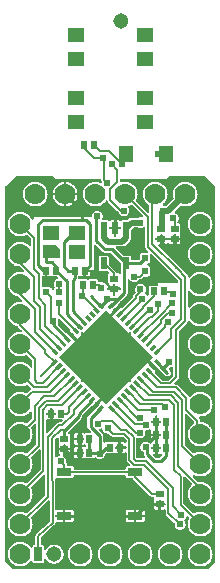
<source format=gtl>
G04 Layer: TopLayer*
G04 EasyEDA v6.3.22, 2020-01-01T23:03:08+09:00*
G04 2a2561d260e348c1961537ac3ee8d2e6,67344a67363949849f01d11c0c7cf016,10*
G04 Gerber Generator version 0.2*
G04 Scale: 100 percent, Rotated: No, Reflected: No *
G04 Dimensions in inches *
G04 leading zeros omitted , absolute positions ,2 integer and 4 decimal *
%FSLAX24Y24*%
%MOIN*%
G90*
G70D02*

%ADD11C,0.010000*%
%ADD12C,0.006000*%
%ADD13C,0.020000*%
%ADD14C,0.024000*%
%ADD15R,0.025000X0.050000*%
%ADD16R,0.025590X0.023620*%
%ADD17R,0.023620X0.025590*%
%ADD18R,0.055118X0.045276*%
%ADD19R,0.051181X0.027559*%
%ADD20R,0.047244X0.055118*%
%ADD21R,0.057087X0.045670*%
%ADD22R,0.021654X0.039370*%
%ADD23R,0.023622X0.019685*%
%ADD24R,0.019685X0.023622*%
%ADD27C,0.070000*%
%ADD28C,0.051400*%

%LPD*%
G36*
G01X4624Y11403D02*
G01X4613Y11403D01*
G01X4607Y11402D01*
G01X4602Y11400D01*
G01X4597Y11397D01*
G01X4586Y11390D01*
G01X4562Y11380D01*
G01X4550Y11376D01*
G01X4538Y11373D01*
G01X4525Y11370D01*
G01X4512Y11369D01*
G01X4487Y11369D01*
G01X4474Y11370D01*
G01X4448Y11376D01*
G01X4436Y11380D01*
G01X4424Y11385D01*
G01X4419Y11387D01*
G01X4413Y11388D01*
G01X4408Y11389D01*
G01X4296Y11388D01*
G01X4290Y11388D01*
G01X4284Y11387D01*
G01X4278Y11384D01*
G01X4273Y11381D01*
G01X4268Y11377D01*
G01X4210Y11319D01*
G01X4207Y11313D01*
G01X4203Y11301D01*
G01X4203Y11173D01*
G01X4201Y11157D01*
G01X4195Y11141D01*
G01X4194Y11133D01*
G01X4194Y11032D01*
G01X4193Y11021D01*
G01X4191Y11009D01*
G01X4188Y10998D01*
G01X4184Y10987D01*
G01X4180Y10977D01*
G01X4175Y10966D01*
G01X4169Y10956D01*
G01X4155Y10938D01*
G01X4015Y10798D01*
G01X3997Y10784D01*
G01X3987Y10778D01*
G01X3976Y10773D01*
G01X3966Y10769D01*
G01X3955Y10765D01*
G01X3944Y10762D01*
G01X3932Y10760D01*
G01X3921Y10759D01*
G01X3717Y10759D01*
G01X3711Y10758D01*
G01X3706Y10757D01*
G01X3700Y10755D01*
G01X3695Y10752D01*
G01X3691Y10749D01*
G01X3687Y10745D01*
G01X3683Y10740D01*
G01X3679Y10730D01*
G01X3677Y10724D01*
G01X3677Y10719D01*
G01X3678Y10712D01*
G01X3679Y10706D01*
G01X3681Y10700D01*
G01X3689Y10690D01*
G01X3925Y10454D01*
G01X3931Y10451D01*
G01X3936Y10449D01*
G01X3942Y10447D01*
G01X4142Y10447D01*
G01X4156Y10445D01*
G01X4163Y10443D01*
G01X4170Y10440D01*
G01X4176Y10436D01*
G01X4182Y10431D01*
G01X4187Y10426D01*
G01X4192Y10420D01*
G01X4196Y10414D01*
G01X4199Y10407D01*
G01X4201Y10400D01*
G01X4203Y10386D01*
G01X4203Y10334D01*
G01X4204Y10329D01*
G01X4206Y10323D01*
G01X4209Y10318D01*
G01X4221Y10306D01*
G01X4226Y10304D01*
G01X4232Y10302D01*
G01X4237Y10300D01*
G01X4426Y10300D01*
G01X4438Y10304D01*
G01X4448Y10312D01*
G01X4488Y10352D01*
G01X4496Y10362D01*
G01X4500Y10374D01*
G01X4500Y10484D01*
G01X4501Y10492D01*
G01X4502Y10499D01*
G01X4504Y10506D01*
G01X4507Y10512D01*
G01X4511Y10519D01*
G01X4515Y10525D01*
G01X4521Y10530D01*
G01X4526Y10534D01*
G01X4533Y10538D01*
G01X4539Y10541D01*
G01X4546Y10543D01*
G01X4554Y10545D01*
G01X4729Y10545D01*
G01X4734Y10546D01*
G01X4740Y10547D01*
G01X4750Y10551D01*
G01X4755Y10555D01*
G01X4759Y10559D01*
G01X4765Y10569D01*
G01X4767Y10574D01*
G01X4768Y10579D01*
G01X4769Y10585D01*
G01X4768Y10591D01*
G01X4767Y10598D01*
G01X4764Y10603D01*
G01X4761Y10609D01*
G01X4685Y10685D01*
G01X4679Y10692D01*
G01X4674Y10699D01*
G01X4669Y10707D01*
G01X4665Y10715D01*
G01X4662Y10723D01*
G01X4660Y10732D01*
G01X4659Y10741D01*
G01X4659Y11363D01*
G01X4657Y11375D01*
G01X4655Y11380D01*
G01X4652Y11385D01*
G01X4649Y11389D01*
G01X4645Y11394D01*
G01X4635Y11400D01*
G01X4630Y11402D01*
G01X4624Y11403D01*
G37*

%LPD*%
G36*
G01X2990Y10816D02*
G01X2984Y10816D01*
G01X2978Y10814D01*
G01X2968Y10810D01*
G01X2963Y10806D01*
G01X2959Y10802D01*
G01X2956Y10798D01*
G01X2953Y10793D01*
G01X2951Y10787D01*
G01X2950Y10782D01*
G01X2949Y10776D01*
G01X2950Y9950D01*
G01X2866Y9950D01*
G01X2854Y9948D01*
G01X2849Y9946D01*
G01X2839Y9940D01*
G01X2835Y9936D01*
G01X2829Y9926D01*
G01X2827Y9921D01*
G01X2826Y9915D01*
G01X2826Y9822D01*
G01X2825Y9814D01*
G01X2824Y9807D01*
G01X2822Y9800D01*
G01X2819Y9793D01*
G01X2815Y9787D01*
G01X2810Y9781D01*
G01X2805Y9776D01*
G01X2799Y9771D01*
G01X2793Y9768D01*
G01X2779Y9762D01*
G01X2772Y9761D01*
G01X2687Y9761D01*
G01X2687Y9915D01*
G01X2685Y9921D01*
G01X2681Y9931D01*
G01X2677Y9936D01*
G01X2673Y9940D01*
G01X2669Y9943D01*
G01X2664Y9946D01*
G01X2658Y9948D01*
G01X2653Y9949D01*
G01X2647Y9950D01*
G01X2646Y9950D01*
G01X2640Y9949D01*
G01X2635Y9948D01*
G01X2629Y9946D01*
G01X2624Y9943D01*
G01X2620Y9940D01*
G01X2616Y9936D01*
G01X2612Y9931D01*
G01X2608Y9921D01*
G01X2606Y9915D01*
G01X2606Y9761D01*
G01X2521Y9761D01*
G01X2513Y9763D01*
G01X2506Y9765D01*
G01X2499Y9768D01*
G01X2493Y9771D01*
G01X2486Y9773D01*
G01X2473Y9773D01*
G01X2466Y9771D01*
G01X2460Y9768D01*
G01X2450Y9764D01*
G01X2440Y9758D01*
G01X2435Y9754D01*
G01X2431Y9749D01*
G01X2428Y9744D01*
G01X2425Y9738D01*
G01X2424Y9732D01*
G01X2424Y9726D01*
G01X2423Y9712D01*
G01X2423Y9693D01*
G01X2424Y9687D01*
G01X2426Y9682D01*
G01X2429Y9677D01*
G01X2433Y9672D01*
G01X2437Y9668D01*
G01X2441Y9665D01*
G01X2446Y9662D01*
G01X2452Y9660D01*
G01X2457Y9659D01*
G01X2463Y9658D01*
G01X2708Y9658D01*
G01X2716Y9656D01*
G01X2723Y9654D01*
G01X2730Y9651D01*
G01X2736Y9648D01*
G01X2743Y9646D01*
G01X2756Y9646D01*
G01X2763Y9648D01*
G01X2769Y9651D01*
G01X2776Y9654D01*
G01X2783Y9656D01*
G01X2791Y9658D01*
G01X3042Y9658D01*
G01X3049Y9657D01*
G01X3056Y9655D01*
G01X3063Y9652D01*
G01X3069Y9648D01*
G01X3075Y9643D01*
G01X3080Y9638D01*
G01X3084Y9633D01*
G01X3088Y9627D01*
G01X3094Y9613D01*
G01X3096Y9599D01*
G01X3096Y9593D01*
G01X3097Y9587D01*
G01X3100Y9582D01*
G01X3102Y9577D01*
G01X3110Y9569D01*
G01X3115Y9565D01*
G01X3125Y9561D01*
G01X3131Y9560D01*
G01X3147Y9556D01*
G01X3153Y9555D01*
G01X3159Y9555D01*
G01X3168Y9556D01*
G01X3182Y9558D01*
G01X3195Y9560D01*
G01X3209Y9561D01*
G01X3235Y9559D01*
G01X3248Y9556D01*
G01X3260Y9553D01*
G01X3272Y9549D01*
G01X3296Y9539D01*
G01X3318Y9525D01*
G01X3328Y9517D01*
G01X3346Y9499D01*
G01X3354Y9489D01*
G01X3361Y9478D01*
G01X3365Y9473D01*
G01X3369Y9469D01*
G01X3373Y9466D01*
G01X3378Y9463D01*
G01X3384Y9461D01*
G01X3389Y9460D01*
G01X3401Y9460D01*
G01X3406Y9461D01*
G01X3411Y9463D01*
G01X3421Y9469D01*
G01X3425Y9473D01*
G01X3431Y9483D01*
G01X3433Y9488D01*
G01X3438Y9500D01*
G01X3441Y9506D01*
G01X3443Y9513D01*
G01X3443Y9526D01*
G01X3441Y9533D01*
G01X3438Y9539D01*
G01X3435Y9546D01*
G01X3433Y9553D01*
G01X3431Y9561D01*
G01X3431Y9812D01*
G01X3432Y9819D01*
G01X3435Y9827D01*
G01X3438Y9833D01*
G01X3442Y9840D01*
G01X3446Y9846D01*
G01X3450Y9850D01*
G01X3453Y9855D01*
G01X3455Y9861D01*
G01X3456Y9867D01*
G01X3457Y9872D01*
G01X3456Y9879D01*
G01X3455Y9885D01*
G01X3452Y9891D01*
G01X3449Y9896D01*
G01X3445Y9901D01*
G01X3426Y9919D01*
G01X3421Y9924D01*
G01X3416Y9927D01*
G01X3404Y9931D01*
G01X3177Y9931D01*
G01X3163Y9933D01*
G01X3156Y9935D01*
G01X3149Y9938D01*
G01X3137Y9946D01*
G01X3132Y9952D01*
G01X3127Y9957D01*
G01X3123Y9964D01*
G01X3120Y9970D01*
G01X3118Y9978D01*
G01X3116Y9992D01*
G01X3116Y10386D01*
G01X3118Y10400D01*
G01X3120Y10407D01*
G01X3123Y10414D01*
G01X3127Y10420D01*
G01X3132Y10426D01*
G01X3137Y10431D01*
G01X3143Y10436D01*
G01X3149Y10440D01*
G01X3156Y10443D01*
G01X3163Y10445D01*
G01X3177Y10447D01*
G01X3394Y10447D01*
G01X3408Y10445D01*
G01X3415Y10443D01*
G01X3422Y10440D01*
G01X3428Y10436D01*
G01X3434Y10431D01*
G01X3439Y10426D01*
G01X3444Y10420D01*
G01X3448Y10414D01*
G01X3451Y10407D01*
G01X3453Y10400D01*
G01X3455Y10386D01*
G01X3455Y10159D01*
G01X3459Y10147D01*
G01X3462Y10141D01*
G01X3690Y9913D01*
G01X3695Y9906D01*
G01X3700Y9898D01*
G01X3703Y9890D01*
G01X3709Y9880D01*
G01X3714Y9876D01*
G01X3718Y9872D01*
G01X3723Y9869D01*
G01X3729Y9867D01*
G01X3734Y9866D01*
G01X3747Y9866D01*
G01X3763Y9864D01*
G01X3771Y9861D01*
G01X3778Y9858D01*
G01X3790Y9848D01*
G01X3795Y9844D01*
G01X3800Y9841D01*
G01X3806Y9838D01*
G01X3812Y9837D01*
G01X3819Y9836D01*
G01X3824Y9837D01*
G01X3830Y9838D01*
G01X3835Y9840D01*
G01X3845Y9846D01*
G01X3849Y9850D01*
G01X3855Y9860D01*
G01X3857Y9865D01*
G01X3858Y9871D01*
G01X3859Y9876D01*
G01X3859Y10190D01*
G01X3857Y10202D01*
G01X3854Y10208D01*
G01X3851Y10213D01*
G01X3847Y10218D01*
G01X3528Y10537D01*
G01X3523Y10541D01*
G01X3518Y10544D01*
G01X3512Y10547D01*
G01X3506Y10548D01*
G01X3319Y10548D01*
G01X3310Y10549D01*
G01X3300Y10550D01*
G01X3291Y10552D01*
G01X3282Y10555D01*
G01X3264Y10563D01*
G01X3256Y10569D01*
G01X3248Y10574D01*
G01X3018Y10804D01*
G01X3008Y10812D01*
G01X3002Y10814D01*
G01X2990Y10816D01*
G37*

%LPD*%
G36*
G01X1363Y9950D02*
G01X1362Y9950D01*
G01X1356Y9949D01*
G01X1351Y9948D01*
G01X1345Y9946D01*
G01X1340Y9943D01*
G01X1336Y9940D01*
G01X1332Y9936D01*
G01X1328Y9931D01*
G01X1324Y9921D01*
G01X1322Y9915D01*
G01X1322Y9761D01*
G01X1251Y9761D01*
G01X1239Y9759D01*
G01X1234Y9757D01*
G01X1224Y9751D01*
G01X1220Y9747D01*
G01X1214Y9737D01*
G01X1212Y9732D01*
G01X1211Y9726D01*
G01X1211Y9423D01*
G01X1212Y9418D01*
G01X1214Y9412D01*
G01X1217Y9407D01*
G01X1220Y9403D01*
G01X1224Y9399D01*
G01X1229Y9395D01*
G01X1234Y9392D01*
G01X1239Y9390D01*
G01X1245Y9389D01*
G01X1491Y9389D01*
G01X1499Y9388D01*
G01X1506Y9387D01*
G01X1513Y9385D01*
G01X1520Y9382D01*
G01X1526Y9378D01*
G01X1532Y9373D01*
G01X1537Y9368D01*
G01X1542Y9362D01*
G01X1545Y9356D01*
G01X1551Y9342D01*
G01X1552Y9336D01*
G01X1558Y9326D01*
G01X1562Y9321D01*
G01X1572Y9315D01*
G01X1578Y9312D01*
G01X1584Y9311D01*
G01X1595Y9311D01*
G01X1601Y9312D01*
G01X1607Y9315D01*
G01X1617Y9321D01*
G01X1621Y9326D01*
G01X1627Y9336D01*
G01X1628Y9342D01*
G01X1631Y9350D01*
G01X1635Y9358D01*
G01X1640Y9365D01*
G01X1646Y9377D01*
G01X1648Y9389D01*
G01X1647Y9396D01*
G01X1645Y9403D01*
G01X1643Y9409D01*
G01X1636Y9421D01*
G01X1631Y9434D01*
G01X1626Y9446D01*
G01X1623Y9459D01*
G01X1621Y9473D01*
G01X1619Y9486D01*
G01X1619Y9512D01*
G01X1620Y9524D01*
G01X1622Y9537D01*
G01X1625Y9549D01*
G01X1629Y9560D01*
G01X1634Y9572D01*
G01X1639Y9583D01*
G01X1645Y9594D01*
G01X1652Y9604D01*
G01X1668Y9624D01*
G01X1677Y9632D01*
G01X1686Y9641D01*
G01X1706Y9655D01*
G01X1717Y9661D01*
G01X1729Y9666D01*
G01X1740Y9671D01*
G01X1746Y9673D01*
G01X1751Y9676D01*
G01X1756Y9680D01*
G01X1760Y9685D01*
G01X1763Y9690D01*
G01X1767Y9702D01*
G01X1767Y9715D01*
G01X1765Y9721D01*
G01X1763Y9726D01*
G01X1759Y9732D01*
G01X1755Y9737D01*
G01X1743Y9749D01*
G01X1738Y9753D01*
G01X1733Y9756D01*
G01X1727Y9759D01*
G01X1715Y9761D01*
G01X1571Y9761D01*
G01X1563Y9763D01*
G01X1556Y9765D01*
G01X1549Y9768D01*
G01X1543Y9771D01*
G01X1536Y9773D01*
G01X1523Y9773D01*
G01X1516Y9771D01*
G01X1510Y9768D01*
G01X1503Y9765D01*
G01X1496Y9763D01*
G01X1488Y9761D01*
G01X1403Y9761D01*
G01X1403Y9915D01*
G01X1401Y9921D01*
G01X1397Y9931D01*
G01X1393Y9936D01*
G01X1389Y9940D01*
G01X1385Y9943D01*
G01X1380Y9946D01*
G01X1374Y9948D01*
G01X1369Y9949D01*
G01X1363Y9950D01*
G37*

%LPD*%
G36*
G01X3626Y9507D02*
G01X3613Y9507D01*
G01X3608Y9506D01*
G01X3602Y9504D01*
G01X3597Y9501D01*
G01X3593Y9498D01*
G01X3589Y9494D01*
G01X3585Y9489D01*
G01X3581Y9479D01*
G01X3579Y9473D01*
G01X3579Y9393D01*
G01X3423Y9393D01*
G01X3417Y9391D01*
G01X3412Y9389D01*
G01X3402Y9383D01*
G01X3398Y9379D01*
G01X3392Y9369D01*
G01X3390Y9363D01*
G01X3389Y9358D01*
G01X3389Y9346D01*
G01X3390Y9341D01*
G01X3392Y9335D01*
G01X3395Y9330D01*
G01X3407Y9318D01*
G01X3412Y9316D01*
G01X3418Y9314D01*
G01X3423Y9312D01*
G01X3579Y9312D01*
G01X3579Y9145D01*
G01X3581Y9139D01*
G01X3585Y9129D01*
G01X3589Y9124D01*
G01X3593Y9120D01*
G01X3597Y9117D01*
G01X3602Y9114D01*
G01X3608Y9112D01*
G01X3613Y9111D01*
G01X3626Y9111D01*
G01X3631Y9112D01*
G01X3637Y9114D01*
G01X3642Y9117D01*
G01X3646Y9120D01*
G01X3650Y9124D01*
G01X3654Y9129D01*
G01X3658Y9139D01*
G01X3660Y9145D01*
G01X3660Y9312D01*
G01X3824Y9312D01*
G01X3830Y9314D01*
G01X3840Y9318D01*
G01X3845Y9322D01*
G01X3849Y9326D01*
G01X3852Y9330D01*
G01X3855Y9335D01*
G01X3857Y9341D01*
G01X3858Y9346D01*
G01X3859Y9352D01*
G01X3859Y9353D01*
G01X3858Y9359D01*
G01X3857Y9364D01*
G01X3855Y9370D01*
G01X3852Y9375D01*
G01X3849Y9379D01*
G01X3845Y9383D01*
G01X3840Y9387D01*
G01X3830Y9391D01*
G01X3824Y9393D01*
G01X3660Y9393D01*
G01X3660Y9473D01*
G01X3658Y9479D01*
G01X3654Y9489D01*
G01X3650Y9494D01*
G01X3646Y9498D01*
G01X3642Y9501D01*
G01X3637Y9504D01*
G01X3631Y9506D01*
G01X3626Y9507D01*
G37*

%LPD*%
G36*
G01X4871Y10493D02*
G01X4859Y10495D01*
G01X4853Y10494D01*
G01X4848Y10493D01*
G01X4842Y10491D01*
G01X4837Y10488D01*
G01X4833Y10485D01*
G01X4829Y10481D01*
G01X4825Y10476D01*
G01X4819Y10461D01*
G01X4819Y10248D01*
G01X4818Y10240D01*
G01X4817Y10233D01*
G01X4815Y10226D01*
G01X4812Y10219D01*
G01X4808Y10213D01*
G01X4803Y10207D01*
G01X4798Y10202D01*
G01X4792Y10197D01*
G01X4786Y10194D01*
G01X4772Y10188D01*
G01X4766Y10187D01*
G01X4756Y10181D01*
G01X4751Y10177D01*
G01X4745Y10167D01*
G01X4742Y10161D01*
G01X4741Y10155D01*
G01X4741Y10144D01*
G01X4742Y10138D01*
G01X4745Y10132D01*
G01X4751Y10122D01*
G01X4756Y10118D01*
G01X4766Y10112D01*
G01X4772Y10111D01*
G01X4786Y10105D01*
G01X4792Y10102D01*
G01X4798Y10097D01*
G01X4803Y10092D01*
G01X4808Y10086D01*
G01X4812Y10080D01*
G01X4815Y10073D01*
G01X4817Y10066D01*
G01X4818Y10059D01*
G01X4819Y10051D01*
G01X4819Y9815D01*
G01X4818Y9807D01*
G01X4817Y9800D01*
G01X4815Y9793D01*
G01X4812Y9787D01*
G01X4808Y9780D01*
G01X4804Y9774D01*
G01X4798Y9769D01*
G01X4793Y9765D01*
G01X4786Y9761D01*
G01X4780Y9758D01*
G01X4773Y9756D01*
G01X4765Y9754D01*
G01X4626Y9754D01*
G01X4619Y9753D01*
G01X4613Y9752D01*
G01X4607Y9749D01*
G01X4602Y9746D01*
G01X4597Y9742D01*
G01X4534Y9679D01*
G01X4527Y9674D01*
G01X4519Y9669D01*
G01X4495Y9660D01*
G01X4486Y9659D01*
G01X4477Y9659D01*
G01X4471Y9658D01*
G01X4459Y9654D01*
G01X4454Y9651D01*
G01X4449Y9647D01*
G01X4445Y9642D01*
G01X4438Y9633D01*
G01X4430Y9624D01*
G01X4421Y9615D01*
G01X4412Y9607D01*
G01X4402Y9600D01*
G01X4392Y9594D01*
G01X4381Y9588D01*
G01X4370Y9583D01*
G01X4359Y9579D01*
G01X4347Y9575D01*
G01X4336Y9572D01*
G01X4324Y9570D01*
G01X4312Y9569D01*
G01X4287Y9569D01*
G01X4275Y9570D01*
G01X4263Y9572D01*
G01X4251Y9575D01*
G01X4240Y9579D01*
G01X4228Y9583D01*
G01X4217Y9588D01*
G01X4207Y9594D01*
G01X4196Y9601D01*
G01X4186Y9608D01*
G01X4177Y9616D01*
G01X4169Y9625D01*
G01X4160Y9634D01*
G01X4153Y9643D01*
G01X4149Y9648D01*
G01X4139Y9656D01*
G01X4133Y9658D01*
G01X4121Y9660D01*
G01X4109Y9658D01*
G01X4099Y9654D01*
G01X4094Y9650D01*
G01X4090Y9646D01*
G01X4087Y9642D01*
G01X4084Y9637D01*
G01X4082Y9631D01*
G01X4081Y9626D01*
G01X4080Y9620D01*
G01X4080Y9210D01*
G01X4079Y9200D01*
G01X4077Y9191D01*
G01X4074Y9182D01*
G01X4066Y9164D01*
G01X4060Y9156D01*
G01X4055Y9148D01*
G01X3861Y8954D01*
G01X3858Y8948D01*
G01X3848Y8932D01*
G01X3841Y8925D01*
G01X3835Y8918D01*
G01X3819Y8906D01*
G01X3813Y8901D01*
G01X3758Y8846D01*
G01X3754Y8841D01*
G01X3751Y8836D01*
G01X3748Y8830D01*
G01X3746Y8818D01*
G01X3747Y8812D01*
G01X3748Y8805D01*
G01X3751Y8800D01*
G01X3754Y8794D01*
G01X3758Y8789D01*
G01X3764Y8784D01*
G01X3673Y8693D01*
G01X3667Y8697D01*
G01X3661Y8699D01*
G01X3654Y8701D01*
G01X3647Y8702D01*
G01X3635Y8700D01*
G01X3629Y8697D01*
G01X3624Y8694D01*
G01X3619Y8690D01*
G01X3614Y8685D01*
G01X3608Y8673D01*
G01X3606Y8661D01*
G01X3607Y8654D01*
G01X3609Y8648D01*
G01X3612Y8641D01*
G01X3616Y8636D01*
G01X3496Y8516D01*
G01X3492Y8511D01*
G01X3489Y8506D01*
G01X3486Y8500D01*
G01X3484Y8488D01*
G01X3485Y8482D01*
G01X3486Y8475D01*
G01X3489Y8470D01*
G01X3492Y8464D01*
G01X3497Y8459D01*
G01X3507Y8451D01*
G01X3513Y8449D01*
G01X3525Y8447D01*
G01X3537Y8449D01*
G01X3543Y8451D01*
G01X3549Y8455D01*
G01X3553Y8459D01*
G01X3613Y8518D01*
G01X3673Y8578D01*
G01X3678Y8574D01*
G01X3685Y8571D01*
G01X3691Y8570D01*
G01X3698Y8569D01*
G01X3705Y8570D01*
G01X3711Y8571D01*
G01X3717Y8573D01*
G01X3727Y8581D01*
G01X3731Y8586D01*
G01X3735Y8592D01*
G01X3737Y8597D01*
G01X3739Y8604D01*
G01X3739Y8610D01*
G01X3738Y8617D01*
G01X3737Y8623D01*
G01X3734Y8630D01*
G01X3730Y8635D01*
G01X3821Y8726D01*
G01X3837Y8710D01*
G01X3841Y8707D01*
G01X3845Y8703D01*
G01X3850Y8700D01*
G01X3856Y8698D01*
G01X3861Y8697D01*
G01X3873Y8697D01*
G01X3885Y8701D01*
G01X3895Y8709D01*
G01X4247Y9060D01*
G01X4251Y9064D01*
G01X4254Y9070D01*
G01X4257Y9075D01*
G01X4258Y9082D01*
G01X4258Y9088D01*
G01X4259Y9090D01*
G01X4259Y9098D01*
G01X4260Y9107D01*
G01X4262Y9116D01*
G01X4265Y9124D01*
G01X4269Y9132D01*
G01X4274Y9140D01*
G01X4279Y9147D01*
G01X4285Y9154D01*
G01X4342Y9211D01*
G01X4348Y9223D01*
G01X4350Y9235D01*
G01X4348Y9247D01*
G01X4346Y9252D01*
G01X4341Y9264D01*
G01X4336Y9277D01*
G01X4330Y9303D01*
G01X4329Y9316D01*
G01X4328Y9330D01*
G01X4330Y9354D01*
G01X4332Y9366D01*
G01X4335Y9378D01*
G01X4343Y9402D01*
G01X4355Y9424D01*
G01X4369Y9444D01*
G01X4377Y9453D01*
G01X4386Y9462D01*
G01X4395Y9470D01*
G01X4415Y9484D01*
G01X4437Y9496D01*
G01X4461Y9504D01*
G01X4473Y9507D01*
G01X4485Y9509D01*
G01X4497Y9510D01*
G01X4522Y9510D01*
G01X4534Y9509D01*
G01X4546Y9507D01*
G01X4558Y9504D01*
G01X4582Y9496D01*
G01X4604Y9484D01*
G01X4624Y9470D01*
G01X4633Y9462D01*
G01X4642Y9453D01*
G01X4650Y9444D01*
G01X4664Y9424D01*
G01X4676Y9402D01*
G01X4684Y9378D01*
G01X4687Y9366D01*
G01X4689Y9354D01*
G01X4690Y9342D01*
G01X4690Y9317D01*
G01X4689Y9304D01*
G01X4686Y9291D01*
G01X4683Y9279D01*
G01X4679Y9266D01*
G01X4674Y9254D01*
G01X4662Y9232D01*
G01X4654Y9221D01*
G01X4651Y9216D01*
G01X4648Y9210D01*
G01X4647Y9203D01*
G01X4646Y9197D01*
G01X4647Y9191D01*
G01X4648Y9186D01*
G01X4650Y9180D01*
G01X4653Y9175D01*
G01X4656Y9171D01*
G01X4661Y9167D01*
G01X4665Y9163D01*
G01X4676Y9156D01*
G01X4687Y9147D01*
G01X4697Y9138D01*
G01X4706Y9128D01*
G01X4710Y9124D01*
G01X4720Y9118D01*
G01X4725Y9116D01*
G01X4731Y9115D01*
G01X4736Y9114D01*
G01X4748Y9116D01*
G01X4753Y9118D01*
G01X4763Y9124D01*
G01X4767Y9128D01*
G01X4773Y9138D01*
G01X4775Y9143D01*
G01X4776Y9149D01*
G01X4776Y9387D01*
G01X4777Y9395D01*
G01X4778Y9402D01*
G01X4780Y9409D01*
G01X4783Y9416D01*
G01X4787Y9422D01*
G01X4792Y9428D01*
G01X4797Y9433D01*
G01X4803Y9438D01*
G01X4809Y9441D01*
G01X4823Y9447D01*
G01X4830Y9448D01*
G01X5069Y9448D01*
G01X5081Y9450D01*
G01X5086Y9452D01*
G01X5096Y9458D01*
G01X5100Y9462D01*
G01X5106Y9472D01*
G01X5108Y9477D01*
G01X5109Y9483D01*
G01X5109Y9550D01*
G01X5719Y9549D01*
G01X5724Y9550D01*
G01X5730Y9551D01*
G01X5735Y9553D01*
G01X5745Y9559D01*
G01X5749Y9563D01*
G01X5755Y9573D01*
G01X5757Y9578D01*
G01X5758Y9584D01*
G01X5759Y9589D01*
G01X5759Y9595D01*
G01X5758Y9601D01*
G01X5757Y9608D01*
G01X5754Y9613D01*
G01X5751Y9619D01*
G01X5747Y9624D01*
G01X4887Y10483D01*
G01X4882Y10487D01*
G01X4877Y10490D01*
G01X4871Y10493D01*
G37*

%LPD*%
G36*
G01X1801Y8350D02*
G01X1789Y8350D01*
G01X1783Y8348D01*
G01X1773Y8344D01*
G01X1768Y8340D01*
G01X1764Y8336D01*
G01X1761Y8332D01*
G01X1758Y8327D01*
G01X1756Y8321D01*
G01X1755Y8316D01*
G01X1755Y8310D01*
G01X1756Y8301D01*
G01X1760Y8273D01*
G01X1761Y8260D01*
G01X1760Y8247D01*
G01X1759Y8235D01*
G01X1757Y8222D01*
G01X1754Y8210D01*
G01X1750Y8198D01*
G01X1745Y8187D01*
G01X1743Y8179D01*
G01X1742Y8171D01*
G01X1742Y8164D01*
G01X1744Y8158D01*
G01X1746Y8153D01*
G01X1750Y8147D01*
G01X1754Y8142D01*
G01X2010Y7886D01*
G01X2016Y7883D01*
G01X2021Y7881D01*
G01X2027Y7879D01*
G01X2040Y7879D01*
G01X2052Y7883D01*
G01X2057Y7886D01*
G01X2062Y7891D01*
G01X2063Y7891D01*
G01X2154Y7800D01*
G01X2150Y7794D01*
G01X2147Y7788D01*
G01X2145Y7782D01*
G01X2145Y7768D01*
G01X2149Y7756D01*
G01X2152Y7751D01*
G01X2156Y7746D01*
G01X2157Y7746D01*
G01X2167Y7738D01*
G01X2179Y7734D01*
G01X2185Y7734D01*
G01X2199Y7736D01*
G01X2205Y7739D01*
G01X2211Y7743D01*
G01X2330Y7624D01*
G01X2335Y7620D01*
G01X2341Y7616D01*
G01X2346Y7614D01*
G01X2353Y7612D01*
G01X2365Y7612D01*
G01X2377Y7616D01*
G01X2387Y7624D01*
G01X2388Y7624D01*
G01X2392Y7629D01*
G01X2395Y7634D01*
G01X2398Y7640D01*
G01X2399Y7646D01*
G01X2399Y7659D01*
G01X2398Y7665D01*
G01X2395Y7671D01*
G01X2392Y7676D01*
G01X2388Y7681D01*
G01X2328Y7740D01*
G01X2268Y7800D01*
G01X2272Y7806D01*
G01X2275Y7812D01*
G01X2277Y7819D01*
G01X2278Y7826D01*
G01X2276Y7838D01*
G01X2273Y7844D01*
G01X2270Y7849D01*
G01X2266Y7854D01*
G01X2265Y7855D01*
G01X2260Y7859D01*
G01X2255Y7862D01*
G01X2249Y7865D01*
G01X2237Y7867D01*
G01X2230Y7866D01*
G01X2223Y7864D01*
G01X2217Y7861D01*
G01X2211Y7857D01*
G01X2120Y7949D01*
G01X2144Y7973D01*
G01X2146Y7978D01*
G01X2148Y7984D01*
G01X2150Y7989D01*
G01X2150Y8001D01*
G01X2146Y8013D01*
G01X2138Y8023D01*
G01X1823Y8338D01*
G01X1813Y8346D01*
G01X1801Y8350D01*
G37*

%LPD*%
G36*
G01X4790Y6943D02*
G01X4778Y6945D01*
G01X4772Y6944D01*
G01X4765Y6943D01*
G01X4760Y6940D01*
G01X4754Y6937D01*
G01X4749Y6932D01*
G01X4741Y6922D01*
G01X4739Y6916D01*
G01X4737Y6904D01*
G01X4739Y6892D01*
G01X4741Y6886D01*
G01X4745Y6880D01*
G01X4749Y6876D01*
G01X4808Y6816D01*
G01X4868Y6756D01*
G01X4864Y6751D01*
G01X4861Y6744D01*
G01X4860Y6738D01*
G01X4859Y6731D01*
G01X4860Y6724D01*
G01X4861Y6718D01*
G01X4863Y6712D01*
G01X4871Y6702D01*
G01X4876Y6698D01*
G01X4882Y6694D01*
G01X4887Y6692D01*
G01X4894Y6690D01*
G01X4900Y6690D01*
G01X4907Y6691D01*
G01X4913Y6692D01*
G01X4920Y6695D01*
G01X4925Y6699D01*
G01X5016Y6608D01*
G01X4999Y6591D01*
G01X4994Y6587D01*
G01X4988Y6577D01*
G01X4984Y6565D01*
G01X4984Y6553D01*
G01X4986Y6547D01*
G01X4988Y6542D01*
G01X4991Y6537D01*
G01X4995Y6532D01*
G01X5224Y6293D01*
G01X5229Y6289D01*
G01X5235Y6285D01*
G01X5247Y6281D01*
G01X5253Y6280D01*
G01X5435Y6280D01*
G01X5441Y6281D01*
G01X5448Y6282D01*
G01X5453Y6285D01*
G01X5459Y6288D01*
G01X5464Y6292D01*
G01X5597Y6425D01*
G01X5601Y6430D01*
G01X5604Y6436D01*
G01X5607Y6441D01*
G01X5608Y6448D01*
G01X5609Y6454D01*
G01X5609Y6713D01*
G01X5607Y6725D01*
G01X5605Y6730D01*
G01X5602Y6735D01*
G01X5599Y6739D01*
G01X5595Y6744D01*
G01X5585Y6750D01*
G01X5580Y6752D01*
G01X5574Y6753D01*
G01X5563Y6753D01*
G01X5557Y6752D01*
G01X5552Y6750D01*
G01X5547Y6747D01*
G01X5525Y6735D01*
G01X5513Y6730D01*
G01X5501Y6726D01*
G01X5488Y6723D01*
G01X5476Y6720D01*
G01X5470Y6719D01*
G01X5465Y6717D01*
G01X5455Y6711D01*
G01X5451Y6707D01*
G01X5445Y6697D01*
G01X5443Y6692D01*
G01X5442Y6687D01*
G01X5442Y6675D01*
G01X5444Y6668D01*
G01X5446Y6663D01*
G01X5449Y6657D01*
G01X5495Y6611D01*
G01X5500Y6603D01*
G01X5506Y6595D01*
G01X5514Y6577D01*
G01X5517Y6568D01*
G01X5519Y6559D01*
G01X5520Y6549D01*
G01X5521Y6540D01*
G01X5519Y6520D01*
G01X5517Y6511D01*
G01X5514Y6502D01*
G01X5506Y6484D01*
G01X5500Y6476D01*
G01X5495Y6468D01*
G01X5481Y6454D01*
G01X5473Y6449D01*
G01X5465Y6443D01*
G01X5447Y6435D01*
G01X5438Y6432D01*
G01X5429Y6430D01*
G01X5409Y6428D01*
G01X5400Y6429D01*
G01X5390Y6430D01*
G01X5381Y6432D01*
G01X5372Y6435D01*
G01X5354Y6443D01*
G01X5346Y6449D01*
G01X5338Y6454D01*
G01X5129Y6663D01*
G01X5119Y6671D01*
G01X5107Y6675D01*
G01X5095Y6675D01*
G01X5089Y6674D01*
G01X5083Y6672D01*
G01X5078Y6669D01*
G01X5074Y6665D01*
G01X4983Y6756D01*
G01X4987Y6762D01*
G01X4989Y6768D01*
G01X4991Y6775D01*
G01X4992Y6782D01*
G01X4990Y6794D01*
G01X4987Y6800D01*
G01X4984Y6805D01*
G01X4980Y6810D01*
G01X4975Y6815D01*
G01X4963Y6821D01*
G01X4951Y6823D01*
G01X4944Y6822D01*
G01X4938Y6820D01*
G01X4931Y6817D01*
G01X4926Y6813D01*
G01X4806Y6933D01*
G01X4801Y6937D01*
G01X4796Y6940D01*
G01X4790Y6943D01*
G37*

%LPD*%
G36*
G01X2575Y7905D02*
G01X2563Y7907D01*
G01X2555Y7906D01*
G01X2548Y7904D01*
G01X2547Y7904D01*
G01X2542Y7901D01*
G01X2536Y7897D01*
G01X2532Y7893D01*
G01X2528Y7887D01*
G01X2525Y7882D01*
G01X2525Y7881D01*
G01X2523Y7874D01*
G01X2522Y7866D01*
G01X2524Y7854D01*
G01X2526Y7848D01*
G01X2534Y7838D01*
G01X3302Y7069D01*
G01X2534Y6301D01*
G01X2526Y6291D01*
G01X2524Y6285D01*
G01X2522Y6273D01*
G01X2523Y6265D01*
G01X2525Y6258D01*
G01X2525Y6257D01*
G01X2528Y6252D01*
G01X2532Y6246D01*
G01X2536Y6242D01*
G01X2542Y6238D01*
G01X2547Y6235D01*
G01X2548Y6235D01*
G01X2555Y6233D01*
G01X2563Y6232D01*
G01X2575Y6234D01*
G01X2581Y6236D01*
G01X2591Y6244D01*
G01X3359Y7012D01*
G01X4128Y6244D01*
G01X4138Y6236D01*
G01X4144Y6234D01*
G01X4156Y6232D01*
G01X4168Y6234D01*
G01X4174Y6236D01*
G01X4179Y6239D01*
G01X4187Y6247D01*
G01X4191Y6252D01*
G01X4193Y6257D01*
G01X4194Y6258D01*
G01X4196Y6265D01*
G01X4197Y6273D01*
G01X4195Y6285D01*
G01X4193Y6291D01*
G01X4185Y6301D01*
G01X3417Y7069D01*
G01X4185Y7838D01*
G01X4193Y7848D01*
G01X4195Y7854D01*
G01X4197Y7866D01*
G01X4196Y7874D01*
G01X4194Y7881D01*
G01X4194Y7882D01*
G01X4191Y7887D01*
G01X4187Y7893D01*
G01X4183Y7897D01*
G01X4177Y7901D01*
G01X4172Y7904D01*
G01X4171Y7904D01*
G01X4164Y7906D01*
G01X4156Y7907D01*
G01X4144Y7905D01*
G01X4138Y7903D01*
G01X4128Y7895D01*
G01X3359Y7127D01*
G01X2591Y7895D01*
G01X2581Y7903D01*
G01X2575Y7905D01*
G37*

%LPD*%
G36*
G01X1536Y5369D02*
G01X1535Y5369D01*
G01X1529Y5368D01*
G01X1524Y5367D01*
G01X1518Y5365D01*
G01X1513Y5362D01*
G01X1509Y5359D01*
G01X1505Y5355D01*
G01X1501Y5350D01*
G01X1497Y5340D01*
G01X1495Y5334D01*
G01X1495Y5220D01*
G01X1395Y5220D01*
G01X1389Y5218D01*
G01X1379Y5214D01*
G01X1374Y5210D01*
G01X1370Y5206D01*
G01X1367Y5202D01*
G01X1364Y5197D01*
G01X1362Y5191D01*
G01X1361Y5186D01*
G01X1361Y5173D01*
G01X1362Y5168D01*
G01X1364Y5162D01*
G01X1367Y5157D01*
G01X1370Y5153D01*
G01X1374Y5149D01*
G01X1379Y5145D01*
G01X1389Y5141D01*
G01X1395Y5139D01*
G01X1495Y5139D01*
G01X1495Y4991D01*
G01X1407Y4991D01*
G01X1401Y4992D01*
G01X1395Y4992D01*
G01X1389Y4990D01*
G01X1379Y4986D01*
G01X1374Y4982D01*
G01X1370Y4978D01*
G01X1367Y4974D01*
G01X1364Y4969D01*
G01X1362Y4963D01*
G01X1361Y4958D01*
G01X1361Y4580D01*
G01X1362Y4574D01*
G01X1364Y4569D01*
G01X1367Y4564D01*
G01X1370Y4560D01*
G01X1374Y4556D01*
G01X1379Y4552D01*
G01X1384Y4549D01*
G01X1389Y4547D01*
G01X1395Y4546D01*
G01X1407Y4546D01*
G01X1419Y4550D01*
G01X1424Y4553D01*
G01X1429Y4557D01*
G01X1735Y4864D01*
G01X1742Y4870D01*
G01X1749Y4875D01*
G01X1757Y4880D01*
G01X1765Y4884D01*
G01X1773Y4887D01*
G01X1782Y4889D01*
G01X1791Y4890D01*
G01X1855Y4890D01*
G01X1861Y4891D01*
G01X1868Y4892D01*
G01X1873Y4895D01*
G01X1879Y4898D01*
G01X1884Y4902D01*
G01X1904Y4922D01*
G01X1908Y4927D01*
G01X1911Y4932D01*
G01X1915Y4944D01*
G01X1915Y4956D01*
G01X1914Y4962D01*
G01X1912Y4967D01*
G01X1906Y4977D01*
G01X1902Y4981D01*
G01X1892Y4987D01*
G01X1887Y4989D01*
G01X1875Y4991D01*
G01X1744Y4991D01*
G01X1736Y4993D01*
G01X1729Y4995D01*
G01X1722Y4998D01*
G01X1716Y5001D01*
G01X1709Y5003D01*
G01X1696Y5003D01*
G01X1689Y5001D01*
G01X1683Y4998D01*
G01X1676Y4995D01*
G01X1669Y4993D01*
G01X1661Y4991D01*
G01X1576Y4991D01*
G01X1576Y5139D01*
G01X1656Y5139D01*
G01X1662Y5141D01*
G01X1672Y5145D01*
G01X1677Y5149D01*
G01X1681Y5153D01*
G01X1684Y5157D01*
G01X1687Y5162D01*
G01X1689Y5168D01*
G01X1690Y5173D01*
G01X1690Y5186D01*
G01X1689Y5191D01*
G01X1687Y5197D01*
G01X1684Y5202D01*
G01X1681Y5206D01*
G01X1677Y5210D01*
G01X1672Y5214D01*
G01X1662Y5218D01*
G01X1656Y5220D01*
G01X1576Y5220D01*
G01X1576Y5334D01*
G01X1574Y5340D01*
G01X1570Y5350D01*
G01X1566Y5355D01*
G01X1562Y5359D01*
G01X1558Y5362D01*
G01X1553Y5365D01*
G01X1547Y5367D01*
G01X1542Y5368D01*
G01X1536Y5369D01*
G37*

%LPD*%
G36*
G01X5039Y5127D02*
G01X5033Y5128D01*
G01X5027Y5127D01*
G01X5022Y5126D01*
G01X5021Y5126D01*
G01X5015Y5124D01*
G01X5010Y5121D01*
G01X5006Y5118D01*
G01X5002Y5114D01*
G01X4998Y5109D01*
G01X4994Y5099D01*
G01X4992Y5093D01*
G01X4992Y4940D01*
G01X4895Y4940D01*
G01X4885Y4936D01*
G01X4879Y4934D01*
G01X4867Y4922D01*
G01X4865Y4917D01*
G01X4863Y4911D01*
G01X4862Y4906D01*
G01X4861Y4900D01*
G01X4862Y4892D01*
G01X4865Y4884D01*
G01X4865Y4883D01*
G01X4871Y4873D01*
G01X4875Y4869D01*
G01X4880Y4865D01*
G01X4890Y4861D01*
G01X4896Y4859D01*
G01X4992Y4859D01*
G01X4992Y4671D01*
G01X4993Y4663D01*
G01X4995Y4655D01*
G01X4995Y4510D01*
G01X4856Y4510D01*
G01X4856Y4597D01*
G01X4857Y4606D01*
G01X4859Y4614D01*
G01X4860Y4624D01*
G01X4860Y4630D01*
G01X4858Y4636D01*
G01X4854Y4646D01*
G01X4842Y4658D01*
G01X4837Y4661D01*
G01X4831Y4663D01*
G01X4826Y4664D01*
G01X4814Y4664D01*
G01X4809Y4663D01*
G01X4803Y4661D01*
G01X4798Y4658D01*
G01X4788Y4651D01*
G01X4766Y4641D01*
G01X4754Y4637D01*
G01X4730Y4631D01*
G01X4718Y4629D01*
G01X4706Y4629D01*
G01X4700Y4628D01*
G01X4688Y4624D01*
G01X4683Y4621D01*
G01X4674Y4612D01*
G01X4671Y4606D01*
G01X4669Y4601D01*
G01X4667Y4595D01*
G01X4667Y4589D01*
G01X4668Y4582D01*
G01X4670Y4566D01*
G01X4671Y4550D01*
G01X4670Y4537D01*
G01X4669Y4525D01*
G01X4667Y4513D01*
G01X4664Y4501D01*
G01X4656Y4477D01*
G01X4644Y4455D01*
G01X4630Y4435D01*
G01X4622Y4426D01*
G01X4613Y4417D01*
G01X4604Y4409D01*
G01X4584Y4395D01*
G01X4562Y4383D01*
G01X4538Y4375D01*
G01X4526Y4372D01*
G01X4514Y4370D01*
G01X4502Y4369D01*
G01X4476Y4369D01*
G01X4463Y4370D01*
G01X4437Y4376D01*
G01X4425Y4380D01*
G01X4418Y4382D01*
G01X4411Y4383D01*
G01X4405Y4383D01*
G01X4399Y4381D01*
G01X4389Y4377D01*
G01X4384Y4373D01*
G01X4380Y4369D01*
G01X4377Y4365D01*
G01X4374Y4360D01*
G01X4372Y4354D01*
G01X4371Y4349D01*
G01X4370Y4343D01*
G01X4370Y3740D01*
G01X4371Y3735D01*
G01X4372Y3729D01*
G01X4374Y3724D01*
G01X4380Y3714D01*
G01X4384Y3710D01*
G01X4394Y3704D01*
G01X4399Y3702D01*
G01X4405Y3701D01*
G01X4623Y3701D01*
G01X4629Y3702D01*
G01X4634Y3704D01*
G01X4644Y3710D01*
G01X4648Y3714D01*
G01X4654Y3724D01*
G01X4656Y3729D01*
G01X4658Y3741D01*
G01X4656Y3753D01*
G01X4653Y3759D01*
G01X4650Y3764D01*
G01X4644Y3772D01*
G01X4636Y3790D01*
G01X4630Y3810D01*
G01X4629Y3820D01*
G01X4628Y3829D01*
G01X4628Y3874D01*
G01X4627Y3879D01*
G01X4625Y3885D01*
G01X4622Y3890D01*
G01X4619Y3894D01*
G01X4615Y3898D01*
G01X4610Y3902D01*
G01X4605Y3905D01*
G01X4594Y3910D01*
G01X4583Y3916D01*
G01X4573Y3923D01*
G01X4564Y3930D01*
G01X4555Y3939D01*
G01X4546Y3947D01*
G01X4538Y3956D01*
G01X4531Y3966D01*
G01X4524Y3977D01*
G01X4518Y3987D01*
G01X4513Y3998D01*
G01X4509Y4010D01*
G01X4505Y4021D01*
G01X4502Y4033D01*
G01X4500Y4045D01*
G01X4498Y4069D01*
G01X4499Y4082D01*
G01X4500Y4094D01*
G01X4502Y4106D01*
G01X4505Y4118D01*
G01X4513Y4142D01*
G01X4525Y4164D01*
G01X4539Y4184D01*
G01X4547Y4193D01*
G01X4556Y4202D01*
G01X4565Y4210D01*
G01X4585Y4224D01*
G01X4607Y4236D01*
G01X4631Y4244D01*
G01X4643Y4247D01*
G01X4655Y4249D01*
G01X4667Y4250D01*
G01X4680Y4251D01*
G01X4692Y4250D01*
G01X4705Y4249D01*
G01X4718Y4246D01*
G01X4730Y4243D01*
G01X4743Y4239D01*
G01X4754Y4234D01*
G01X4766Y4229D01*
G01X4788Y4215D01*
G01X4798Y4207D01*
G01X4807Y4198D01*
G01X4812Y4194D01*
G01X4817Y4191D01*
G01X4823Y4188D01*
G01X4835Y4186D01*
G01X4842Y4187D01*
G01X4848Y4188D01*
G01X4854Y4191D01*
G01X4859Y4194D01*
G01X4864Y4198D01*
G01X4868Y4203D01*
G01X4873Y4209D01*
G01X4880Y4215D01*
G01X4887Y4220D01*
G01X4891Y4223D01*
G01X4896Y4227D01*
G01X4902Y4237D01*
G01X4905Y4243D01*
G01X4906Y4249D01*
G01X4906Y4260D01*
G01X4905Y4266D01*
G01X4902Y4272D01*
G01X4896Y4282D01*
G01X4891Y4286D01*
G01X4887Y4289D01*
G01X4875Y4297D01*
G01X4870Y4303D01*
G01X4866Y4308D01*
G01X4863Y4314D01*
G01X4860Y4321D01*
G01X4858Y4328D01*
G01X4856Y4342D01*
G01X4856Y4429D01*
G01X4995Y4429D01*
G01X4995Y4080D01*
G01X4893Y4080D01*
G01X4887Y4078D01*
G01X4877Y4074D01*
G01X4872Y4070D01*
G01X4868Y4066D01*
G01X4862Y4056D01*
G01X4860Y4051D01*
G01X4858Y4039D01*
G01X4859Y4033D01*
G01X4860Y4028D01*
G01X4862Y4022D01*
G01X4865Y4017D01*
G01X4868Y4013D01*
G01X4872Y4009D01*
G01X4877Y4005D01*
G01X4887Y4001D01*
G01X4893Y3999D01*
G01X4995Y3999D01*
G01X4995Y3851D01*
G01X4972Y3851D01*
G01X4966Y3850D01*
G01X4961Y3849D01*
G01X4955Y3847D01*
G01X4950Y3844D01*
G01X4946Y3841D01*
G01X4942Y3837D01*
G01X4938Y3832D01*
G01X4934Y3822D01*
G01X4932Y3816D01*
G01X4932Y3804D01*
G01X4936Y3792D01*
G01X4944Y3782D01*
G01X5004Y3722D01*
G01X5009Y3718D01*
G01X5014Y3715D01*
G01X5020Y3712D01*
G01X5026Y3711D01*
G01X5123Y3711D01*
G01X5129Y3712D01*
G01X5135Y3715D01*
G01X5140Y3718D01*
G01X5145Y3722D01*
G01X5209Y3786D01*
G01X5213Y3791D01*
G01X5216Y3796D01*
G01X5219Y3802D01*
G01X5221Y3814D01*
G01X5219Y3826D01*
G01X5217Y3831D01*
G01X5211Y3841D01*
G01X5207Y3845D01*
G01X5197Y3851D01*
G01X5192Y3853D01*
G01X5186Y3854D01*
G01X5181Y3854D01*
G01X5170Y3853D01*
G01X5162Y3851D01*
G01X5076Y3851D01*
G01X5076Y3999D01*
G01X5156Y3999D01*
G01X5162Y4001D01*
G01X5172Y4005D01*
G01X5177Y4009D01*
G01X5181Y4013D01*
G01X5184Y4017D01*
G01X5187Y4022D01*
G01X5189Y4028D01*
G01X5190Y4033D01*
G01X5190Y4046D01*
G01X5189Y4051D01*
G01X5187Y4057D01*
G01X5184Y4062D01*
G01X5181Y4066D01*
G01X5177Y4070D01*
G01X5172Y4074D01*
G01X5162Y4078D01*
G01X5156Y4080D01*
G01X5076Y4080D01*
G01X5076Y4429D01*
G01X5156Y4429D01*
G01X5162Y4431D01*
G01X5172Y4435D01*
G01X5177Y4439D01*
G01X5181Y4443D01*
G01X5184Y4447D01*
G01X5187Y4452D01*
G01X5189Y4458D01*
G01X5190Y4463D01*
G01X5190Y4476D01*
G01X5189Y4481D01*
G01X5187Y4487D01*
G01X5184Y4492D01*
G01X5181Y4496D01*
G01X5177Y4500D01*
G01X5172Y4504D01*
G01X5162Y4508D01*
G01X5156Y4510D01*
G01X5076Y4510D01*
G01X5076Y4698D01*
G01X5075Y4706D01*
G01X5073Y4714D01*
G01X5073Y4859D01*
G01X5153Y4859D01*
G01X5159Y4861D01*
G01X5169Y4865D01*
G01X5174Y4869D01*
G01X5178Y4873D01*
G01X5181Y4877D01*
G01X5184Y4882D01*
G01X5186Y4888D01*
G01X5187Y4893D01*
G01X5187Y4906D01*
G01X5186Y4911D01*
G01X5184Y4917D01*
G01X5181Y4922D01*
G01X5178Y4926D01*
G01X5174Y4930D01*
G01X5169Y4934D01*
G01X5159Y4938D01*
G01X5153Y4940D01*
G01X5073Y4940D01*
G01X5073Y5094D01*
G01X5067Y5109D01*
G01X5063Y5114D01*
G01X5059Y5118D01*
G01X5055Y5121D01*
G01X5050Y5124D01*
G01X5044Y5126D01*
G01X5039Y5127D01*
G37*

%LPD*%
G36*
G01X3206Y5690D02*
G01X3194Y5692D01*
G01X3182Y5690D01*
G01X3176Y5688D01*
G01X3170Y5684D01*
G01X3166Y5680D01*
G01X3106Y5621D01*
G01X3046Y5561D01*
G01X3041Y5565D01*
G01X3034Y5568D01*
G01X3028Y5569D01*
G01X3021Y5570D01*
G01X3014Y5569D01*
G01X3008Y5568D01*
G01X3002Y5566D01*
G01X2992Y5558D01*
G01X2988Y5553D01*
G01X2984Y5547D01*
G01X2982Y5542D01*
G01X2980Y5535D01*
G01X2980Y5529D01*
G01X2981Y5522D01*
G01X2982Y5516D01*
G01X2985Y5509D01*
G01X2989Y5504D01*
G01X2898Y5413D01*
G01X2894Y5416D01*
G01X2890Y5420D01*
G01X2878Y5426D01*
G01X2866Y5428D01*
G01X2854Y5426D01*
G01X2848Y5424D01*
G01X2838Y5416D01*
G01X2572Y5151D01*
G01X2568Y5146D01*
G01X2565Y5141D01*
G01X2562Y5135D01*
G01X2561Y5129D01*
G01X2561Y5123D01*
G01X2560Y5090D01*
G01X2560Y5080D01*
G01X2559Y5070D01*
G01X2557Y5061D01*
G01X2554Y5052D01*
G01X2546Y5034D01*
G01X2540Y5026D01*
G01X2535Y5018D01*
G01X2095Y4578D01*
G01X2092Y4572D01*
G01X2088Y4560D01*
G01X2088Y4548D01*
G01X2092Y4536D01*
G01X2095Y4530D01*
G01X2104Y4521D01*
G01X2110Y4518D01*
G01X2116Y4516D01*
G01X2128Y4510D01*
G01X2140Y4502D01*
G01X2144Y4496D01*
G01X2149Y4491D01*
G01X2152Y4485D01*
G01X2155Y4478D01*
G01X2157Y4472D01*
G01X2158Y4465D01*
G01X2158Y4214D01*
G01X2156Y4206D01*
G01X2154Y4199D01*
G01X2151Y4192D01*
G01X2148Y4186D01*
G01X2146Y4179D01*
G01X2146Y4166D01*
G01X2148Y4159D01*
G01X2151Y4153D01*
G01X2154Y4146D01*
G01X2156Y4139D01*
G01X2158Y4131D01*
G01X2158Y4046D01*
G01X2010Y4046D01*
G01X2010Y4126D01*
G01X2008Y4132D01*
G01X2004Y4142D01*
G01X2000Y4147D01*
G01X1996Y4151D01*
G01X1992Y4154D01*
G01X1987Y4157D01*
G01X1981Y4159D01*
G01X1976Y4160D01*
G01X1963Y4160D01*
G01X1958Y4159D01*
G01X1952Y4157D01*
G01X1947Y4154D01*
G01X1943Y4151D01*
G01X1939Y4147D01*
G01X1935Y4142D01*
G01X1931Y4132D01*
G01X1929Y4126D01*
G01X1929Y4046D01*
G01X1781Y4046D01*
G01X1781Y4131D01*
G01X1783Y4139D01*
G01X1785Y4146D01*
G01X1788Y4153D01*
G01X1791Y4159D01*
G01X1793Y4166D01*
G01X1793Y4179D01*
G01X1791Y4186D01*
G01X1788Y4192D01*
G01X1785Y4199D01*
G01X1783Y4206D01*
G01X1781Y4214D01*
G01X1781Y4345D01*
G01X1779Y4357D01*
G01X1777Y4362D01*
G01X1771Y4372D01*
G01X1767Y4376D01*
G01X1757Y4382D01*
G01X1752Y4384D01*
G01X1746Y4385D01*
G01X1734Y4385D01*
G01X1722Y4381D01*
G01X1717Y4378D01*
G01X1712Y4374D01*
G01X1672Y4334D01*
G01X1668Y4329D01*
G01X1665Y4324D01*
G01X1661Y4312D01*
G01X1661Y4305D01*
G01X1663Y3764D01*
G01X1663Y3759D01*
G01X1664Y3753D01*
G01X1666Y3748D01*
G01X1672Y3738D01*
G01X1676Y3734D01*
G01X1686Y3728D01*
G01X1691Y3726D01*
G01X1697Y3725D01*
G01X1708Y3725D01*
G01X1714Y3726D01*
G01X1720Y3728D01*
G01X1725Y3731D01*
G01X1729Y3735D01*
G01X1738Y3742D01*
G01X1758Y3756D01*
G01X1769Y3762D01*
G01X1780Y3767D01*
G01X1791Y3771D01*
G01X1797Y3773D01*
G01X1807Y3781D01*
G01X1811Y3785D01*
G01X1814Y3791D01*
G01X1816Y3796D01*
G01X1818Y3803D01*
G01X1818Y3815D01*
G01X1817Y3820D01*
G01X1814Y3826D01*
G01X1808Y3836D01*
G01X1803Y3840D01*
G01X1798Y3845D01*
G01X1793Y3851D01*
G01X1788Y3858D01*
G01X1785Y3865D01*
G01X1783Y3872D01*
G01X1781Y3880D01*
G01X1781Y3965D01*
G01X1929Y3965D01*
G01X1929Y3797D01*
G01X1927Y3786D01*
G01X1928Y3781D01*
G01X1929Y3775D01*
G01X1931Y3770D01*
G01X1937Y3760D01*
G01X1941Y3756D01*
G01X1946Y3753D01*
G01X1956Y3746D01*
G01X1966Y3738D01*
G01X1975Y3730D01*
G01X1991Y3712D01*
G01X2005Y3692D01*
G01X2011Y3682D01*
G01X2016Y3671D01*
G01X2020Y3659D01*
G01X2024Y3648D01*
G01X2027Y3636D01*
G01X2029Y3624D01*
G01X2030Y3612D01*
G01X2030Y3586D01*
G01X2028Y3572D01*
G01X2028Y3560D01*
G01X2030Y3555D01*
G01X2031Y3549D01*
G01X2034Y3544D01*
G01X2038Y3540D01*
G01X2043Y3532D01*
G01X2048Y3525D01*
G01X2052Y3516D01*
G01X2055Y3508D01*
G01X2058Y3499D01*
G01X2059Y3490D01*
G01X2059Y3467D01*
G01X2061Y3455D01*
G01X2063Y3450D01*
G01X2066Y3445D01*
G01X2069Y3441D01*
G01X2073Y3437D01*
G01X2078Y3433D01*
G01X2083Y3430D01*
G01X2088Y3428D01*
G01X2094Y3427D01*
G01X2224Y3427D01*
G01X2232Y3426D01*
G01X2239Y3425D01*
G01X2246Y3423D01*
G01X2253Y3420D01*
G01X2259Y3416D01*
G01X2265Y3411D01*
G01X2270Y3406D01*
G01X2275Y3400D01*
G01X2278Y3394D01*
G01X2284Y3380D01*
G01X2285Y3373D01*
G01X2285Y3359D01*
G01X2286Y3353D01*
G01X2287Y3348D01*
G01X2289Y3342D01*
G01X2292Y3337D01*
G01X2295Y3333D01*
G01X2299Y3329D01*
G01X2304Y3325D01*
G01X2309Y3322D01*
G01X2314Y3320D01*
G01X2320Y3319D01*
G01X3979Y3319D01*
G01X3985Y3320D01*
G01X3990Y3322D01*
G01X3995Y3325D01*
G01X4000Y3329D01*
G01X4004Y3333D01*
G01X4007Y3337D01*
G01X4010Y3342D01*
G01X4012Y3348D01*
G01X4013Y3353D01*
G01X4014Y3359D01*
G01X4014Y3373D01*
G01X4015Y3380D01*
G01X4021Y3394D01*
G01X4024Y3400D01*
G01X4029Y3406D01*
G01X4034Y3411D01*
G01X4040Y3416D01*
G01X4046Y3420D01*
G01X4053Y3423D01*
G01X4060Y3425D01*
G01X4067Y3426D01*
G01X4075Y3427D01*
G01X4123Y3427D01*
G01X4128Y3428D01*
G01X4134Y3430D01*
G01X4139Y3433D01*
G01X4151Y3445D01*
G01X4155Y3455D01*
G01X4157Y3461D01*
G01X4157Y3473D01*
G01X4153Y3485D01*
G01X4145Y3495D01*
G01X4075Y3565D01*
G01X4069Y3572D01*
G01X4064Y3579D01*
G01X4059Y3587D01*
G01X4055Y3595D01*
G01X4052Y3603D01*
G01X4050Y3612D01*
G01X4049Y3621D01*
G01X4048Y3629D01*
G01X4048Y3862D01*
G01X4047Y3867D01*
G01X4045Y3873D01*
G01X4042Y3878D01*
G01X4039Y3882D01*
G01X4035Y3886D01*
G01X4030Y3890D01*
G01X4025Y3893D01*
G01X4020Y3895D01*
G01X4014Y3896D01*
G01X4003Y3896D01*
G01X3997Y3894D01*
G01X3987Y3890D01*
G01X3982Y3886D01*
G01X3973Y3877D01*
G01X3967Y3872D01*
G01X3961Y3868D01*
G01X3947Y3862D01*
G01X3939Y3861D01*
G01X3854Y3861D01*
G01X3854Y4009D01*
G01X4014Y4009D01*
G01X4020Y4011D01*
G01X4030Y4015D01*
G01X4035Y4019D01*
G01X4039Y4023D01*
G01X4042Y4027D01*
G01X4045Y4032D01*
G01X4047Y4038D01*
G01X4048Y4043D01*
G01X4048Y4056D01*
G01X4047Y4061D01*
G01X4045Y4067D01*
G01X4042Y4072D01*
G01X4039Y4076D01*
G01X4035Y4080D01*
G01X4030Y4084D01*
G01X4020Y4088D01*
G01X4014Y4090D01*
G01X3854Y4090D01*
G01X3854Y4238D01*
G01X3939Y4238D01*
G01X3947Y4237D01*
G01X3961Y4231D01*
G01X3967Y4227D01*
G01X3973Y4222D01*
G01X3982Y4213D01*
G01X3987Y4209D01*
G01X3997Y4205D01*
G01X4003Y4203D01*
G01X4014Y4203D01*
G01X4020Y4204D01*
G01X4025Y4206D01*
G01X4030Y4209D01*
G01X4035Y4213D01*
G01X4039Y4217D01*
G01X4042Y4221D01*
G01X4045Y4226D01*
G01X4047Y4232D01*
G01X4048Y4237D01*
G01X4048Y4281D01*
G01X4047Y4288D01*
G01X4044Y4293D01*
G01X4041Y4299D01*
G01X4037Y4304D01*
G01X3944Y4397D01*
G01X3939Y4401D01*
G01X3933Y4404D01*
G01X3928Y4407D01*
G01X3921Y4408D01*
G01X3915Y4409D01*
G01X3591Y4409D01*
G01X3582Y4410D01*
G01X3573Y4412D01*
G01X3565Y4415D01*
G01X3557Y4419D01*
G01X3549Y4424D01*
G01X3542Y4429D01*
G01X3535Y4435D01*
G01X3463Y4507D01*
G01X3453Y4515D01*
G01X3441Y4519D01*
G01X3407Y4519D01*
G01X3394Y4520D01*
G01X3382Y4523D01*
G01X3369Y4526D01*
G01X3345Y4534D01*
G01X3323Y4546D01*
G01X3313Y4553D01*
G01X3303Y4561D01*
G01X3297Y4565D01*
G01X3291Y4568D01*
G01X3284Y4570D01*
G01X3277Y4571D01*
G01X3275Y4571D01*
G01X3276Y4577D01*
G01X3274Y4589D01*
G01X3272Y4594D01*
G01X3269Y4599D01*
G01X3255Y4623D01*
G01X3250Y4636D01*
G01X3246Y4649D01*
G01X3242Y4663D01*
G01X3241Y4668D01*
G01X3238Y4674D01*
G01X3235Y4679D01*
G01X3231Y4683D01*
G01X3226Y4687D01*
G01X3221Y4690D01*
G01X3209Y4694D01*
G01X3197Y4694D01*
G01X3190Y4692D01*
G01X3184Y4690D01*
G01X3172Y4684D01*
G01X3159Y4678D01*
G01X3153Y4676D01*
G01X3148Y4673D01*
G01X3143Y4669D01*
G01X3139Y4664D01*
G01X3136Y4659D01*
G01X3132Y4647D01*
G01X3132Y4634D01*
G01X3134Y4628D01*
G01X3136Y4623D01*
G01X3140Y4617D01*
G01X3144Y4612D01*
G01X3207Y4549D01*
G01X3217Y4541D01*
G01X3229Y4537D01*
G01X3237Y4537D01*
G01X3237Y4525D01*
G01X3238Y4520D01*
G01X3240Y4514D01*
G01X3243Y4509D01*
G01X3253Y4491D01*
G01X3256Y4481D01*
G01X3259Y4470D01*
G01X3260Y4460D01*
G01X3261Y4449D01*
G01X3261Y4252D01*
G01X3262Y4247D01*
G01X3264Y4241D01*
G01X3267Y4236D01*
G01X3270Y4232D01*
G01X3274Y4228D01*
G01X3279Y4224D01*
G01X3289Y4220D01*
G01X3295Y4218D01*
G01X3307Y4218D01*
G01X3313Y4220D01*
G01X3325Y4226D01*
G01X3331Y4230D01*
G01X3338Y4234D01*
G01X3354Y4238D01*
G01X3605Y4238D01*
G01X3613Y4236D01*
G01X3620Y4234D01*
G01X3627Y4231D01*
G01X3633Y4228D01*
G01X3640Y4226D01*
G01X3653Y4226D01*
G01X3660Y4228D01*
G01X3666Y4231D01*
G01X3673Y4234D01*
G01X3680Y4236D01*
G01X3688Y4238D01*
G01X3773Y4238D01*
G01X3773Y4090D01*
G01X3693Y4090D01*
G01X3687Y4088D01*
G01X3677Y4084D01*
G01X3672Y4080D01*
G01X3668Y4076D01*
G01X3665Y4072D01*
G01X3662Y4067D01*
G01X3660Y4061D01*
G01X3659Y4056D01*
G01X3659Y4043D01*
G01X3660Y4038D01*
G01X3662Y4032D01*
G01X3665Y4027D01*
G01X3668Y4023D01*
G01X3672Y4019D01*
G01X3677Y4015D01*
G01X3687Y4011D01*
G01X3693Y4009D01*
G01X3773Y4009D01*
G01X3773Y3861D01*
G01X3688Y3861D01*
G01X3680Y3863D01*
G01X3673Y3865D01*
G01X3666Y3868D01*
G01X3660Y3871D01*
G01X3653Y3873D01*
G01X3640Y3873D01*
G01X3633Y3871D01*
G01X3627Y3868D01*
G01X3620Y3865D01*
G01X3613Y3863D01*
G01X3605Y3861D01*
G01X3369Y3861D01*
G01X3357Y3859D01*
G01X3352Y3857D01*
G01X3342Y3851D01*
G01X3338Y3847D01*
G01X3332Y3837D01*
G01X3330Y3831D01*
G01X3329Y3826D01*
G01X3327Y3814D01*
G01X3324Y3802D01*
G01X3316Y3778D01*
G01X3311Y3767D01*
G01X3305Y3756D01*
G01X3298Y3746D01*
G01X3282Y3726D01*
G01X3273Y3718D01*
G01X3264Y3709D01*
G01X3244Y3695D01*
G01X3233Y3689D01*
G01X3222Y3684D01*
G01X3210Y3679D01*
G01X3199Y3675D01*
G01X3186Y3672D01*
G01X3174Y3670D01*
G01X3162Y3669D01*
G01X3136Y3669D01*
G01X3123Y3670D01*
G01X3110Y3673D01*
G01X3098Y3676D01*
G01X3085Y3680D01*
G01X3073Y3685D01*
G01X3061Y3691D01*
G01X3050Y3698D01*
G01X3040Y3706D01*
G01X3029Y3714D01*
G01X3025Y3718D01*
G01X3020Y3720D01*
G01X3014Y3723D01*
G01X3009Y3724D01*
G01X2996Y3724D01*
G01X2990Y3722D01*
G01X2983Y3719D01*
G01X2973Y3711D01*
G01X2968Y3706D01*
G01X2962Y3701D01*
G01X2956Y3697D01*
G01X2949Y3695D01*
G01X2942Y3692D01*
G01X2935Y3691D01*
G01X2684Y3691D01*
G01X2676Y3693D01*
G01X2669Y3695D01*
G01X2662Y3698D01*
G01X2656Y3701D01*
G01X2649Y3703D01*
G01X2636Y3703D01*
G01X2629Y3701D01*
G01X2623Y3698D01*
G01X2616Y3695D01*
G01X2609Y3693D01*
G01X2601Y3691D01*
G01X2516Y3691D01*
G01X2516Y3839D01*
G01X2596Y3839D01*
G01X2602Y3841D01*
G01X2612Y3845D01*
G01X2617Y3849D01*
G01X2621Y3853D01*
G01X2624Y3857D01*
G01X2627Y3862D01*
G01X2629Y3868D01*
G01X2630Y3873D01*
G01X2630Y3886D01*
G01X2629Y3891D01*
G01X2627Y3897D01*
G01X2624Y3902D01*
G01X2621Y3906D01*
G01X2617Y3910D01*
G01X2612Y3914D01*
G01X2602Y3918D01*
G01X2596Y3920D01*
G01X2516Y3920D01*
G01X2516Y4068D01*
G01X2601Y4068D01*
G01X2609Y4066D01*
G01X2616Y4064D01*
G01X2623Y4061D01*
G01X2629Y4058D01*
G01X2636Y4056D01*
G01X2649Y4056D01*
G01X2656Y4058D01*
G01X2662Y4061D01*
G01X2672Y4065D01*
G01X2682Y4071D01*
G01X2687Y4075D01*
G01X2691Y4080D01*
G01X2694Y4085D01*
G01X2697Y4091D01*
G01X2698Y4097D01*
G01X2698Y4122D01*
G01X2697Y4128D01*
G01X2694Y4134D01*
G01X2691Y4139D01*
G01X2687Y4144D01*
G01X2682Y4148D01*
G01X2672Y4154D01*
G01X2662Y4158D01*
G01X2656Y4161D01*
G01X2649Y4163D01*
G01X2636Y4163D01*
G01X2629Y4161D01*
G01X2623Y4158D01*
G01X2616Y4155D01*
G01X2609Y4153D01*
G01X2601Y4151D01*
G01X2516Y4151D01*
G01X2516Y4299D01*
G01X2596Y4299D01*
G01X2602Y4301D01*
G01X2612Y4305D01*
G01X2617Y4309D01*
G01X2621Y4313D01*
G01X2624Y4317D01*
G01X2627Y4322D01*
G01X2629Y4328D01*
G01X2630Y4333D01*
G01X2630Y4346D01*
G01X2629Y4351D01*
G01X2627Y4357D01*
G01X2624Y4362D01*
G01X2621Y4366D01*
G01X2617Y4370D01*
G01X2612Y4374D01*
G01X2602Y4378D01*
G01X2596Y4380D01*
G01X2516Y4380D01*
G01X2516Y4528D01*
G01X2601Y4528D01*
G01X2609Y4526D01*
G01X2616Y4524D01*
G01X2623Y4521D01*
G01X2629Y4518D01*
G01X2636Y4516D01*
G01X2649Y4516D01*
G01X2656Y4518D01*
G01X2662Y4521D01*
G01X2669Y4524D01*
G01X2676Y4526D01*
G01X2684Y4528D01*
G01X2817Y4528D01*
G01X2823Y4529D01*
G01X2828Y4530D01*
G01X2834Y4532D01*
G01X2839Y4535D01*
G01X2843Y4538D01*
G01X2847Y4542D01*
G01X2851Y4547D01*
G01X2855Y4557D01*
G01X2857Y4563D01*
G01X2857Y4575D01*
G01X2853Y4587D01*
G01X2845Y4597D01*
G01X2764Y4678D01*
G01X2759Y4686D01*
G01X2753Y4694D01*
G01X2745Y4712D01*
G01X2742Y4721D01*
G01X2740Y4730D01*
G01X2739Y4740D01*
G01X2739Y4749D01*
G01X2738Y5028D01*
G01X2740Y5048D01*
G01X2742Y5057D01*
G01X2745Y5066D01*
G01X2753Y5084D01*
G01X2759Y5092D01*
G01X2764Y5100D01*
G01X2959Y5295D01*
G01X2963Y5300D01*
G01X2966Y5305D01*
G01X2969Y5311D01*
G01X2971Y5323D01*
G01X2970Y5329D01*
G01X2969Y5336D01*
G01X2966Y5341D01*
G01X2963Y5347D01*
G01X2955Y5355D01*
G01X3046Y5446D01*
G01X3052Y5442D01*
G01X3058Y5440D01*
G01X3065Y5438D01*
G01X3072Y5437D01*
G01X3084Y5439D01*
G01X3090Y5442D01*
G01X3095Y5445D01*
G01X3100Y5449D01*
G01X3105Y5454D01*
G01X3111Y5466D01*
G01X3113Y5478D01*
G01X3112Y5485D01*
G01X3110Y5491D01*
G01X3107Y5498D01*
G01X3103Y5503D01*
G01X3223Y5623D01*
G01X3227Y5628D01*
G01X3230Y5633D01*
G01X3233Y5639D01*
G01X3235Y5651D01*
G01X3234Y5657D01*
G01X3233Y5664D01*
G01X3230Y5669D01*
G01X3227Y5675D01*
G01X3222Y5680D01*
G01X3212Y5688D01*
G01X3206Y5690D01*
G37*

%LPC*%
G36*
G01X2158Y3965D02*
G01X2010Y3965D01*
G01X2010Y3826D01*
G01X2097Y3826D01*
G01X2105Y3827D01*
G01X2112Y3828D01*
G01X2119Y3830D01*
G01X2126Y3833D01*
G01X2132Y3837D01*
G01X2138Y3842D01*
G01X2143Y3847D01*
G01X2148Y3853D01*
G01X2151Y3859D01*
G01X2157Y3873D01*
G01X2158Y3880D01*
G01X2158Y3965D01*
G37*
G36*
G01X2435Y4528D02*
G01X2350Y4528D01*
G01X2343Y4527D01*
G01X2329Y4521D01*
G01X2323Y4518D01*
G01X2317Y4513D01*
G01X2312Y4508D01*
G01X2307Y4502D01*
G01X2303Y4496D01*
G01X2300Y4489D01*
G01X2298Y4482D01*
G01X2297Y4475D01*
G01X2296Y4467D01*
G01X2296Y4380D01*
G01X2435Y4380D01*
G01X2435Y4528D01*
G37*
G36*
G01X2435Y4299D02*
G01X2296Y4299D01*
G01X2296Y4212D01*
G01X2297Y4204D01*
G01X2298Y4197D01*
G01X2300Y4190D01*
G01X2303Y4183D01*
G01X2307Y4177D01*
G01X2312Y4171D01*
G01X2317Y4166D01*
G01X2323Y4161D01*
G01X2329Y4158D01*
G01X2343Y4152D01*
G01X2350Y4151D01*
G01X2435Y4151D01*
G01X2435Y4299D01*
G37*
G36*
G01X2435Y4068D02*
G01X2350Y4068D01*
G01X2343Y4067D01*
G01X2329Y4061D01*
G01X2323Y4058D01*
G01X2317Y4053D01*
G01X2312Y4048D01*
G01X2307Y4042D01*
G01X2303Y4036D01*
G01X2300Y4029D01*
G01X2298Y4022D01*
G01X2297Y4015D01*
G01X2296Y4007D01*
G01X2296Y3920D01*
G01X2435Y3920D01*
G01X2435Y4068D01*
G37*
G36*
G01X2435Y3839D02*
G01X2296Y3839D01*
G01X2296Y3752D01*
G01X2297Y3744D01*
G01X2298Y3737D01*
G01X2300Y3730D01*
G01X2303Y3723D01*
G01X2307Y3717D01*
G01X2312Y3711D01*
G01X2317Y3706D01*
G01X2323Y3701D01*
G01X2329Y3698D01*
G01X2343Y3692D01*
G01X2350Y3691D01*
G01X2435Y3691D01*
G01X2435Y3839D01*
G37*

%LPD*%
G36*
G01X1589Y13097D02*
G01X1577Y13099D01*
G01X366Y13098D01*
G01X360Y13098D01*
G01X354Y13097D01*
G01X348Y13094D01*
G01X343Y13091D01*
G01X338Y13087D01*
G01X12Y12761D01*
G01X8Y12756D01*
G01X5Y12751D01*
G01X2Y12745D01*
G01X1Y12739D01*
G01X1Y260D01*
G01X2Y254D01*
G01X5Y248D01*
G01X8Y243D01*
G01X12Y238D01*
G01X238Y12D01*
G01X243Y8D01*
G01X248Y5D01*
G01X254Y2D01*
G01X260Y1D01*
G01X6739Y1D01*
G01X6745Y2D01*
G01X6751Y5D01*
G01X6756Y8D01*
G01X6761Y12D01*
G01X6987Y238D01*
G01X6991Y243D01*
G01X6994Y248D01*
G01X6997Y254D01*
G01X6998Y260D01*
G01X6998Y11823D01*
G01X6999Y11823D01*
G01X7000Y11831D01*
G01X7000Y12040D01*
G01X6999Y12049D01*
G01X6999Y12050D01*
G01X6998Y12050D01*
G01X6998Y12739D01*
G01X6997Y12745D01*
G01X6994Y12751D01*
G01X6991Y12756D01*
G01X6987Y12761D01*
G01X6661Y13087D01*
G01X6656Y13091D01*
G01X6651Y13094D01*
G01X6645Y13097D01*
G01X6639Y13098D01*
G01X5500Y13098D01*
G01X5472Y13099D01*
G01X5460Y13097D01*
G01X5454Y13094D01*
G01X5449Y13091D01*
G01X5444Y13087D01*
G01X5440Y13082D01*
G01X5437Y13077D01*
G01X5434Y13071D01*
G01X5431Y13062D01*
G01X5421Y13044D01*
G01X5409Y13028D01*
G01X5402Y13021D01*
G01X5394Y13014D01*
G01X5386Y13008D01*
G01X5377Y13003D01*
G01X5359Y12995D01*
G01X5349Y12992D01*
G01X5340Y12990D01*
G01X5330Y12989D01*
G01X5319Y12988D01*
G01X5299Y12990D01*
G01X5288Y12993D01*
G01X5278Y12996D01*
G01X5269Y13000D01*
G01X5259Y13004D01*
G01X5253Y13007D01*
G01X5246Y13009D01*
G01X5240Y13010D01*
G01X5233Y13009D01*
G01X5226Y13007D01*
G01X5220Y13004D01*
G01X5210Y13000D01*
G01X5201Y12996D01*
G01X5191Y12993D01*
G01X5180Y12990D01*
G01X5170Y12989D01*
G01X5159Y12988D01*
G01X5139Y12990D01*
G01X5128Y12993D01*
G01X5118Y12996D01*
G01X5109Y13000D01*
G01X5099Y13004D01*
G01X5093Y13007D01*
G01X5086Y13009D01*
G01X5079Y13010D01*
G01X5073Y13009D01*
G01X5066Y13007D01*
G01X5060Y13004D01*
G01X5049Y12999D01*
G01X5038Y12995D01*
G01X5027Y12992D01*
G01X5016Y12990D01*
G01X5010Y12988D01*
G01X5000Y12984D01*
G01X4994Y12986D01*
G01X4989Y12988D01*
G01X4983Y12990D01*
G01X4972Y12992D01*
G01X4961Y12995D01*
G01X4950Y12999D01*
G01X4939Y13004D01*
G01X4933Y13007D01*
G01X4926Y13009D01*
G01X4919Y13010D01*
G01X4913Y13009D01*
G01X4906Y13007D01*
G01X4900Y13004D01*
G01X4890Y13000D01*
G01X4881Y12996D01*
G01X4871Y12993D01*
G01X4860Y12990D01*
G01X4840Y12988D01*
G01X4829Y12989D01*
G01X4819Y12990D01*
G01X4808Y12993D01*
G01X4798Y12996D01*
G01X4789Y13000D01*
G01X4779Y13004D01*
G01X4773Y13007D01*
G01X4766Y13009D01*
G01X4759Y13010D01*
G01X4753Y13009D01*
G01X4746Y13007D01*
G01X4740Y13004D01*
G01X4730Y13000D01*
G01X4721Y12996D01*
G01X4711Y12993D01*
G01X4700Y12990D01*
G01X4680Y12988D01*
G01X4669Y12989D01*
G01X4659Y12990D01*
G01X4648Y12993D01*
G01X4638Y12996D01*
G01X4629Y13000D01*
G01X4619Y13004D01*
G01X4613Y13007D01*
G01X4606Y13009D01*
G01X4600Y13010D01*
G01X4593Y13009D01*
G01X4586Y13007D01*
G01X4580Y13004D01*
G01X4570Y13000D01*
G01X4561Y12996D01*
G01X4551Y12993D01*
G01X4540Y12990D01*
G01X4530Y12989D01*
G01X4519Y12988D01*
G01X4499Y12990D01*
G01X4488Y12993D01*
G01X4478Y12996D01*
G01X4469Y13000D01*
G01X4459Y13004D01*
G01X4453Y13007D01*
G01X4446Y13009D01*
G01X4440Y13010D01*
G01X4433Y13009D01*
G01X4426Y13007D01*
G01X4420Y13004D01*
G01X4410Y13000D01*
G01X4401Y12996D01*
G01X4391Y12993D01*
G01X4380Y12990D01*
G01X4370Y12989D01*
G01X4359Y12988D01*
G01X4339Y12990D01*
G01X4328Y12993D01*
G01X4318Y12996D01*
G01X4309Y13000D01*
G01X4299Y13004D01*
G01X4293Y13007D01*
G01X4286Y13009D01*
G01X4279Y13010D01*
G01X4273Y13009D01*
G01X4266Y13007D01*
G01X4260Y13004D01*
G01X4250Y13000D01*
G01X4241Y12996D01*
G01X4231Y12993D01*
G01X4220Y12990D01*
G01X4200Y12988D01*
G01X4189Y12989D01*
G01X4179Y12990D01*
G01X4168Y12993D01*
G01X4158Y12996D01*
G01X4149Y13000D01*
G01X4139Y13004D01*
G01X4133Y13007D01*
G01X4126Y13009D01*
G01X4119Y13010D01*
G01X4113Y13009D01*
G01X4106Y13007D01*
G01X4100Y13004D01*
G01X4091Y13000D01*
G01X4081Y12996D01*
G01X4071Y12993D01*
G01X4051Y12989D01*
G01X4041Y12989D01*
G01X4031Y12987D01*
G01X4022Y12990D01*
G01X4017Y12991D01*
G01X4002Y12991D01*
G01X3998Y12990D01*
G01X3991Y12988D01*
G01X3984Y12985D01*
G01X3976Y12988D01*
G01X3968Y12989D01*
G01X3961Y12990D01*
G01X3948Y12990D01*
G01X3930Y12988D01*
G01X3908Y12990D01*
G01X3888Y12996D01*
G01X3878Y13000D01*
G01X3866Y13004D01*
G01X3855Y13004D01*
G01X3849Y13002D01*
G01X3839Y12998D01*
G01X3834Y12994D01*
G01X3830Y12990D01*
G01X3827Y12986D01*
G01X3824Y12981D01*
G01X3822Y12975D01*
G01X3821Y12970D01*
G01X3820Y12964D01*
G01X3820Y12929D01*
G01X3822Y12917D01*
G01X3824Y12912D01*
G01X3830Y12902D01*
G01X3834Y12898D01*
G01X3844Y12892D01*
G01X3849Y12890D01*
G01X3855Y12889D01*
G01X3867Y12889D01*
G01X3873Y12890D01*
G01X3891Y12896D01*
G01X3910Y12901D01*
G01X3929Y12904D01*
G01X3949Y12907D01*
G01X3968Y12909D01*
G01X3974Y12910D01*
G01X3980Y12912D01*
G01X3986Y12915D01*
G01X3998Y12911D01*
G01X4004Y12910D01*
G01X4016Y12910D01*
G01X4027Y12912D01*
G01X4032Y12910D01*
G01X4038Y12909D01*
G01X4056Y12907D01*
G01X4074Y12904D01*
G01X4092Y12900D01*
G01X4128Y12890D01*
G01X4145Y12884D01*
G01X4162Y12877D01*
G01X4179Y12869D01*
G01X4195Y12861D01*
G01X4211Y12852D01*
G01X4227Y12842D01*
G01X4257Y12820D01*
G01X4271Y12808D01*
G01X4284Y12796D01*
G01X4297Y12783D01*
G01X4310Y12769D01*
G01X4332Y12741D01*
G01X4343Y12725D01*
G01X4353Y12710D01*
G01X4362Y12694D01*
G01X4370Y12677D01*
G01X4378Y12661D01*
G01X4384Y12644D01*
G01X4390Y12626D01*
G01X4396Y12609D01*
G01X4404Y12573D01*
G01X4407Y12555D01*
G01X4409Y12536D01*
G01X4410Y12518D01*
G01X4411Y12499D01*
G01X4409Y12463D01*
G01X4407Y12445D01*
G01X4404Y12427D01*
G01X4396Y12391D01*
G01X4391Y12373D01*
G01X4385Y12356D01*
G01X4378Y12339D01*
G01X4370Y12322D01*
G01X4359Y12300D01*
G01X4358Y12293D01*
G01X4357Y12287D01*
G01X4359Y12275D01*
G01X4365Y12263D01*
G01X4369Y12259D01*
G01X4740Y11887D01*
G01X4745Y11883D01*
G01X4750Y11880D01*
G01X4762Y11876D01*
G01X4774Y11876D01*
G01X4780Y11877D01*
G01X4785Y11879D01*
G01X4790Y11882D01*
G01X4795Y11886D01*
G01X4799Y11890D01*
G01X4802Y11894D01*
G01X4805Y11899D01*
G01X4807Y11904D01*
G01X4809Y11916D01*
G01X4809Y12112D01*
G01X4807Y12124D01*
G01X4805Y12129D01*
G01X4802Y12134D01*
G01X4798Y12139D01*
G01X4794Y12143D01*
G01X4789Y12147D01*
G01X4773Y12156D01*
G01X4743Y12178D01*
G01X4729Y12190D01*
G01X4716Y12202D01*
G01X4703Y12215D01*
G01X4690Y12229D01*
G01X4678Y12243D01*
G01X4667Y12258D01*
G01X4657Y12273D01*
G01X4647Y12289D01*
G01X4629Y12321D01*
G01X4615Y12355D01*
G01X4609Y12372D01*
G01X4603Y12390D01*
G01X4595Y12426D01*
G01X4592Y12444D01*
G01X4590Y12463D01*
G01X4589Y12481D01*
G01X4588Y12500D01*
G01X4590Y12536D01*
G01X4592Y12555D01*
G01X4595Y12573D01*
G01X4603Y12609D01*
G01X4609Y12626D01*
G01X4615Y12644D01*
G01X4621Y12661D01*
G01X4629Y12677D01*
G01X4637Y12694D01*
G01X4646Y12710D01*
G01X4656Y12725D01*
G01X4667Y12741D01*
G01X4678Y12755D01*
G01X4702Y12783D01*
G01X4715Y12796D01*
G01X4729Y12809D01*
G01X4743Y12820D01*
G01X4757Y12832D01*
G01X4772Y12842D01*
G01X4788Y12852D01*
G01X4804Y12861D01*
G01X4820Y12869D01*
G01X4837Y12877D01*
G01X4854Y12884D01*
G01X4871Y12890D01*
G01X4907Y12900D01*
G01X4925Y12904D01*
G01X4943Y12907D01*
G01X4961Y12909D01*
G01X4980Y12910D01*
G01X4987Y12911D01*
G01X4993Y12913D01*
G01X5000Y12916D01*
G01X5006Y12913D01*
G01X5012Y12911D01*
G01X5019Y12910D01*
G01X5038Y12909D01*
G01X5056Y12907D01*
G01X5074Y12904D01*
G01X5092Y12900D01*
G01X5128Y12890D01*
G01X5145Y12884D01*
G01X5162Y12877D01*
G01X5179Y12869D01*
G01X5195Y12861D01*
G01X5211Y12852D01*
G01X5227Y12842D01*
G01X5242Y12832D01*
G01X5256Y12820D01*
G01X5270Y12809D01*
G01X5284Y12796D01*
G01X5297Y12783D01*
G01X5321Y12755D01*
G01X5332Y12741D01*
G01X5343Y12725D01*
G01X5353Y12710D01*
G01X5362Y12694D01*
G01X5370Y12677D01*
G01X5378Y12661D01*
G01X5384Y12644D01*
G01X5390Y12626D01*
G01X5396Y12609D01*
G01X5404Y12573D01*
G01X5407Y12555D01*
G01X5409Y12536D01*
G01X5411Y12500D01*
G01X5410Y12481D01*
G01X5409Y12463D01*
G01X5407Y12445D01*
G01X5404Y12427D01*
G01X5396Y12391D01*
G01X5391Y12374D01*
G01X5385Y12357D01*
G01X5371Y12323D01*
G01X5363Y12307D01*
G01X5354Y12291D01*
G01X5344Y12276D01*
G01X5334Y12260D01*
G01X5323Y12246D01*
G01X5299Y12218D01*
G01X5286Y12205D01*
G01X5273Y12193D01*
G01X5259Y12181D01*
G01X5255Y12177D01*
G01X5251Y12172D01*
G01X5248Y12167D01*
G01X5246Y12162D01*
G01X5245Y12156D01*
G01X5245Y12144D01*
G01X5246Y12138D01*
G01X5249Y12133D01*
G01X5252Y12127D01*
G01X5255Y12123D01*
G01X5265Y12115D01*
G01X5270Y12113D01*
G01X5276Y12111D01*
G01X5282Y12110D01*
G01X5296Y12109D01*
G01X5309Y12106D01*
G01X5323Y12102D01*
G01X5336Y12098D01*
G01X5343Y12096D01*
G01X5351Y12095D01*
G01X5363Y12097D01*
G01X5369Y12099D01*
G01X5379Y12107D01*
G01X5600Y12328D01*
G01X5608Y12338D01*
G01X5610Y12344D01*
G01X5612Y12356D01*
G01X5611Y12363D01*
G01X5610Y12369D01*
G01X5604Y12387D01*
G01X5599Y12405D01*
G01X5596Y12424D01*
G01X5592Y12443D01*
G01X5590Y12462D01*
G01X5588Y12500D01*
G01X5590Y12536D01*
G01X5592Y12555D01*
G01X5595Y12573D01*
G01X5603Y12609D01*
G01X5609Y12627D01*
G01X5615Y12644D01*
G01X5629Y12678D01*
G01X5656Y12726D01*
G01X5678Y12756D01*
G01X5702Y12784D01*
G01X5715Y12797D01*
G01X5743Y12821D01*
G01X5773Y12843D01*
G01X5821Y12870D01*
G01X5855Y12884D01*
G01X5872Y12890D01*
G01X5890Y12896D01*
G01X5926Y12904D01*
G01X5944Y12907D01*
G01X5963Y12909D01*
G01X5999Y12911D01*
G01X6018Y12910D01*
G01X6036Y12909D01*
G01X6055Y12907D01*
G01X6073Y12904D01*
G01X6109Y12896D01*
G01X6127Y12890D01*
G01X6144Y12884D01*
G01X6178Y12870D01*
G01X6226Y12843D01*
G01X6256Y12821D01*
G01X6284Y12797D01*
G01X6297Y12784D01*
G01X6321Y12756D01*
G01X6343Y12726D01*
G01X6370Y12678D01*
G01X6384Y12644D01*
G01X6390Y12627D01*
G01X6396Y12609D01*
G01X6404Y12573D01*
G01X6407Y12555D01*
G01X6409Y12536D01*
G01X6411Y12500D01*
G01X6410Y12481D01*
G01X6409Y12463D01*
G01X6407Y12444D01*
G01X6404Y12426D01*
G01X6396Y12390D01*
G01X6390Y12372D01*
G01X6384Y12355D01*
G01X6370Y12321D01*
G01X6343Y12273D01*
G01X6321Y12243D01*
G01X6297Y12215D01*
G01X6284Y12202D01*
G01X6256Y12178D01*
G01X6226Y12156D01*
G01X6178Y12129D01*
G01X6144Y12115D01*
G01X6127Y12109D01*
G01X6109Y12103D01*
G01X6073Y12095D01*
G01X6055Y12092D01*
G01X6036Y12090D01*
G01X6000Y12088D01*
G01X5962Y12090D01*
G01X5943Y12092D01*
G01X5924Y12096D01*
G01X5905Y12099D01*
G01X5887Y12104D01*
G01X5869Y12110D01*
G01X5863Y12111D01*
G01X5856Y12112D01*
G01X5844Y12110D01*
G01X5838Y12108D01*
G01X5828Y12100D01*
G01X5654Y11926D01*
G01X5651Y11921D01*
G01X5647Y11909D01*
G01X5647Y11897D01*
G01X5648Y11891D01*
G01X5651Y11886D01*
G01X5653Y11881D01*
G01X5657Y11876D01*
G01X5661Y11872D01*
G01X5666Y11868D01*
G01X5671Y11866D01*
G01X5693Y11854D01*
G01X5703Y11848D01*
G01X5723Y11832D01*
G01X5731Y11823D01*
G01X5740Y11814D01*
G01X5754Y11794D01*
G01X5760Y11783D01*
G01X5765Y11772D01*
G01X5770Y11760D01*
G01X5774Y11748D01*
G01X5777Y11736D01*
G01X5779Y11724D01*
G01X5781Y11700D01*
G01X5780Y11687D01*
G01X5779Y11675D01*
G01X5777Y11663D01*
G01X5774Y11651D01*
G01X5770Y11639D01*
G01X5766Y11628D01*
G01X5754Y11606D01*
G01X5748Y11596D01*
G01X5745Y11590D01*
G01X5742Y11585D01*
G01X5740Y11573D01*
G01X5740Y11566D01*
G01X5741Y11559D01*
G01X5742Y11553D01*
G01X5745Y11548D01*
G01X5748Y11542D01*
G01X5756Y11534D01*
G01X5762Y11530D01*
G01X5767Y11528D01*
G01X5773Y11526D01*
G01X5779Y11526D01*
G01X5786Y11525D01*
G01X5794Y11523D01*
G01X5800Y11521D01*
G01X5807Y11518D01*
G01X5819Y11510D01*
G01X5824Y11504D01*
G01X5828Y11499D01*
G01X5832Y11492D01*
G01X5835Y11486D01*
G01X5837Y11479D01*
G01X5838Y11472D01*
G01X5838Y11221D01*
G01X5836Y11213D01*
G01X5834Y11206D01*
G01X5831Y11199D01*
G01X5828Y11193D01*
G01X5826Y11186D01*
G01X5826Y11173D01*
G01X5828Y11166D01*
G01X5831Y11160D01*
G01X5834Y11153D01*
G01X5836Y11146D01*
G01X5838Y11138D01*
G01X5838Y11053D01*
G01X5690Y11053D01*
G01X5690Y11133D01*
G01X5688Y11139D01*
G01X5684Y11149D01*
G01X5680Y11154D01*
G01X5676Y11158D01*
G01X5672Y11161D01*
G01X5667Y11164D01*
G01X5661Y11166D01*
G01X5656Y11167D01*
G01X5643Y11167D01*
G01X5638Y11166D01*
G01X5632Y11164D01*
G01X5627Y11161D01*
G01X5623Y11158D01*
G01X5619Y11154D01*
G01X5615Y11149D01*
G01X5611Y11139D01*
G01X5609Y11133D01*
G01X5609Y11053D01*
G01X5250Y11053D01*
G01X5250Y11133D01*
G01X5248Y11139D01*
G01X5244Y11149D01*
G01X5240Y11154D01*
G01X5236Y11158D01*
G01X5232Y11161D01*
G01X5227Y11164D01*
G01X5221Y11166D01*
G01X5216Y11167D01*
G01X5203Y11167D01*
G01X5198Y11166D01*
G01X5192Y11164D01*
G01X5187Y11161D01*
G01X5183Y11158D01*
G01X5179Y11154D01*
G01X5175Y11149D01*
G01X5171Y11139D01*
G01X5169Y11133D01*
G01X5169Y11053D01*
G01X5025Y11053D01*
G01X5019Y11051D01*
G01X5009Y11047D01*
G01X5004Y11043D01*
G01X5000Y11039D01*
G01X4997Y11035D01*
G01X4994Y11030D01*
G01X4992Y11024D01*
G01X4991Y11019D01*
G01X4990Y11013D01*
G01X4990Y11012D01*
G01X4991Y11006D01*
G01X4992Y11001D01*
G01X4994Y10995D01*
G01X4997Y10990D01*
G01X5000Y10986D01*
G01X5004Y10982D01*
G01X5009Y10978D01*
G01X5019Y10974D01*
G01X5025Y10972D01*
G01X5169Y10972D01*
G01X5169Y10833D01*
G01X5135Y10833D01*
G01X5130Y10832D01*
G01X5124Y10830D01*
G01X5119Y10827D01*
G01X5115Y10824D01*
G01X5111Y10820D01*
G01X5107Y10815D01*
G01X5104Y10810D01*
G01X5102Y10805D01*
G01X5101Y10799D01*
G01X5101Y10787D01*
G01X5105Y10775D01*
G01X5113Y10765D01*
G01X6064Y9814D01*
G01X6070Y9807D01*
G01X6076Y9799D01*
G01X6084Y9783D01*
G01X6087Y9774D01*
G01X6089Y9765D01*
G01X6090Y9756D01*
G01X6091Y9750D01*
G01X6093Y9744D01*
G01X6095Y9739D01*
G01X6103Y9729D01*
G01X6108Y9725D01*
G01X6113Y9722D01*
G01X6118Y9720D01*
G01X6130Y9718D01*
G01X6137Y9719D01*
G01X6143Y9720D01*
G01X6149Y9723D01*
G01X6154Y9726D01*
G01X6159Y9730D01*
G01X6163Y9735D01*
G01X6174Y9751D01*
G01X6198Y9779D01*
G01X6211Y9793D01*
G01X6225Y9805D01*
G01X6239Y9818D01*
G01X6269Y9840D01*
G01X6285Y9850D01*
G01X6302Y9860D01*
G01X6318Y9868D01*
G01X6335Y9876D01*
G01X6353Y9883D01*
G01X6370Y9890D01*
G01X6406Y9900D01*
G01X6425Y9904D01*
G01X6443Y9907D01*
G01X6462Y9909D01*
G01X6500Y9911D01*
G01X6536Y9909D01*
G01X6555Y9907D01*
G01X6573Y9904D01*
G01X6609Y9896D01*
G01X6627Y9890D01*
G01X6644Y9884D01*
G01X6678Y9870D01*
G01X6726Y9843D01*
G01X6756Y9821D01*
G01X6784Y9797D01*
G01X6797Y9784D01*
G01X6821Y9756D01*
G01X6843Y9726D01*
G01X6870Y9678D01*
G01X6884Y9644D01*
G01X6890Y9627D01*
G01X6896Y9609D01*
G01X6904Y9573D01*
G01X6907Y9555D01*
G01X6909Y9536D01*
G01X6911Y9500D01*
G01X6910Y9481D01*
G01X6909Y9463D01*
G01X6907Y9444D01*
G01X6904Y9426D01*
G01X6896Y9390D01*
G01X6890Y9372D01*
G01X6884Y9355D01*
G01X6870Y9321D01*
G01X6843Y9273D01*
G01X6821Y9243D01*
G01X6797Y9215D01*
G01X6784Y9202D01*
G01X6756Y9178D01*
G01X6726Y9156D01*
G01X6678Y9129D01*
G01X6644Y9115D01*
G01X6627Y9109D01*
G01X6609Y9103D01*
G01X6573Y9095D01*
G01X6555Y9092D01*
G01X6536Y9090D01*
G01X6500Y9088D01*
G01X6462Y9090D01*
G01X6443Y9092D01*
G01X6425Y9095D01*
G01X6407Y9099D01*
G01X6388Y9104D01*
G01X6370Y9109D01*
G01X6353Y9116D01*
G01X6335Y9123D01*
G01X6318Y9131D01*
G01X6302Y9139D01*
G01X6270Y9159D01*
G01X6254Y9170D01*
G01X6240Y9181D01*
G01X6225Y9193D01*
G01X6212Y9206D01*
G01X6186Y9234D01*
G01X6174Y9248D01*
G01X6163Y9263D01*
G01X6159Y9268D01*
G01X6149Y9276D01*
G01X6137Y9280D01*
G01X6125Y9280D01*
G01X6119Y9279D01*
G01X6114Y9277D01*
G01X6109Y9274D01*
G01X6104Y9270D01*
G01X6100Y9266D01*
G01X6097Y9262D01*
G01X6094Y9257D01*
G01X6092Y9251D01*
G01X6091Y9246D01*
G01X6090Y9240D01*
G01X6090Y8759D01*
G01X6091Y8753D01*
G01X6092Y8748D01*
G01X6094Y8742D01*
G01X6097Y8737D01*
G01X6100Y8733D01*
G01X6104Y8729D01*
G01X6109Y8725D01*
G01X6114Y8722D01*
G01X6119Y8720D01*
G01X6125Y8719D01*
G01X6137Y8719D01*
G01X6149Y8723D01*
G01X6159Y8731D01*
G01X6163Y8736D01*
G01X6174Y8751D01*
G01X6186Y8765D01*
G01X6212Y8793D01*
G01X6225Y8806D01*
G01X6240Y8818D01*
G01X6254Y8829D01*
G01X6270Y8840D01*
G01X6302Y8860D01*
G01X6318Y8868D01*
G01X6335Y8876D01*
G01X6353Y8883D01*
G01X6370Y8890D01*
G01X6388Y8895D01*
G01X6407Y8900D01*
G01X6425Y8904D01*
G01X6443Y8907D01*
G01X6462Y8909D01*
G01X6500Y8911D01*
G01X6536Y8909D01*
G01X6555Y8907D01*
G01X6573Y8904D01*
G01X6609Y8896D01*
G01X6627Y8890D01*
G01X6644Y8884D01*
G01X6678Y8870D01*
G01X6726Y8843D01*
G01X6756Y8821D01*
G01X6784Y8797D01*
G01X6797Y8784D01*
G01X6821Y8756D01*
G01X6843Y8726D01*
G01X6870Y8678D01*
G01X6884Y8644D01*
G01X6890Y8627D01*
G01X6896Y8609D01*
G01X6904Y8573D01*
G01X6907Y8555D01*
G01X6909Y8536D01*
G01X6911Y8500D01*
G01X6910Y8481D01*
G01X6909Y8463D01*
G01X6907Y8444D01*
G01X6904Y8426D01*
G01X6896Y8390D01*
G01X6890Y8372D01*
G01X6884Y8355D01*
G01X6870Y8321D01*
G01X6843Y8273D01*
G01X6821Y8243D01*
G01X6797Y8215D01*
G01X6784Y8202D01*
G01X6756Y8178D01*
G01X6726Y8156D01*
G01X6678Y8129D01*
G01X6644Y8115D01*
G01X6627Y8109D01*
G01X6609Y8103D01*
G01X6573Y8095D01*
G01X6555Y8092D01*
G01X6536Y8090D01*
G01X6500Y8088D01*
G01X6481Y8089D01*
G01X6463Y8090D01*
G01X6445Y8092D01*
G01X6427Y8095D01*
G01X6409Y8099D01*
G01X6392Y8103D01*
G01X6374Y8108D01*
G01X6357Y8114D01*
G01X6323Y8128D01*
G01X6307Y8136D01*
G01X6291Y8145D01*
G01X6261Y8165D01*
G01X6246Y8176D01*
G01X6218Y8200D01*
G01X6205Y8212D01*
G01X6181Y8240D01*
G01X6170Y8254D01*
G01X6159Y8269D01*
G01X6155Y8274D01*
G01X6145Y8282D01*
G01X6133Y8286D01*
G01X6120Y8286D01*
G01X6115Y8285D01*
G01X6109Y8283D01*
G01X6104Y8280D01*
G01X6100Y8276D01*
G01X6095Y8272D01*
G01X6089Y8262D01*
G01X6088Y8256D01*
G01X6085Y8247D01*
G01X6081Y8238D01*
G01X6076Y8230D01*
G01X6070Y8222D01*
G01X6064Y8215D01*
G01X5802Y7954D01*
G01X5798Y7949D01*
G01X5795Y7943D01*
G01X5792Y7938D01*
G01X5791Y7931D01*
G01X5790Y7925D01*
G01X5790Y6391D01*
G01X5789Y6382D01*
G01X5787Y6373D01*
G01X5784Y6365D01*
G01X5780Y6357D01*
G01X5775Y6349D01*
G01X5770Y6342D01*
G01X5764Y6335D01*
G01X5647Y6219D01*
G01X5643Y6214D01*
G01X5640Y6209D01*
G01X5636Y6197D01*
G01X5636Y6185D01*
G01X5637Y6179D01*
G01X5639Y6174D01*
G01X5642Y6169D01*
G01X5646Y6164D01*
G01X5650Y6160D01*
G01X5654Y6157D01*
G01X5659Y6154D01*
G01X5664Y6152D01*
G01X5670Y6151D01*
G01X5690Y6151D01*
G01X5698Y6150D01*
G01X5707Y6149D01*
G01X5716Y6147D01*
G01X5724Y6144D01*
G01X5732Y6140D01*
G01X5740Y6135D01*
G01X5747Y6130D01*
G01X5754Y6124D01*
G01X6094Y5784D01*
G01X6100Y5777D01*
G01X6106Y5769D01*
G01X6110Y5761D01*
G01X6118Y5751D01*
G01X6123Y5747D01*
G01X6128Y5744D01*
G01X6134Y5741D01*
G01X6140Y5740D01*
G01X6152Y5740D01*
G01X6158Y5741D01*
G01X6163Y5743D01*
G01X6169Y5747D01*
G01X6173Y5750D01*
G01X6177Y5755D01*
G01X6189Y5769D01*
G01X6202Y5783D01*
G01X6215Y5796D01*
G01X6228Y5808D01*
G01X6242Y5820D01*
G01X6272Y5842D01*
G01X6288Y5852D01*
G01X6304Y5861D01*
G01X6321Y5869D01*
G01X6337Y5877D01*
G01X6355Y5884D01*
G01X6372Y5890D01*
G01X6390Y5896D01*
G01X6426Y5904D01*
G01X6444Y5907D01*
G01X6463Y5909D01*
G01X6481Y5910D01*
G01X6500Y5911D01*
G01X6536Y5909D01*
G01X6555Y5907D01*
G01X6573Y5904D01*
G01X6609Y5896D01*
G01X6627Y5890D01*
G01X6644Y5884D01*
G01X6678Y5870D01*
G01X6726Y5843D01*
G01X6756Y5821D01*
G01X6784Y5797D01*
G01X6797Y5784D01*
G01X6821Y5756D01*
G01X6843Y5726D01*
G01X6870Y5678D01*
G01X6884Y5644D01*
G01X6890Y5627D01*
G01X6896Y5609D01*
G01X6904Y5573D01*
G01X6907Y5555D01*
G01X6909Y5536D01*
G01X6911Y5500D01*
G01X6910Y5481D01*
G01X6909Y5463D01*
G01X6907Y5444D01*
G01X6904Y5426D01*
G01X6896Y5390D01*
G01X6890Y5372D01*
G01X6884Y5355D01*
G01X6870Y5321D01*
G01X6843Y5273D01*
G01X6821Y5243D01*
G01X6797Y5215D01*
G01X6784Y5202D01*
G01X6756Y5178D01*
G01X6726Y5156D01*
G01X6678Y5129D01*
G01X6644Y5115D01*
G01X6627Y5109D01*
G01X6609Y5103D01*
G01X6573Y5095D01*
G01X6555Y5092D01*
G01X6536Y5090D01*
G01X6500Y5088D01*
G01X6487Y5089D01*
G01X6485Y5089D01*
G01X6480Y5088D01*
G01X6474Y5087D01*
G01X6469Y5085D01*
G01X6459Y5079D01*
G01X6455Y5075D01*
G01X6449Y5065D01*
G01X6447Y5060D01*
G01X6446Y5054D01*
G01X6446Y5042D01*
G01X6448Y5036D01*
G01X6450Y5031D01*
G01X6453Y5025D01*
G01X6457Y5020D01*
G01X6464Y5014D01*
G01X6470Y5007D01*
G01X6475Y5000D01*
G01X6480Y4992D01*
G01X6484Y4984D01*
G01X6487Y4976D01*
G01X6489Y4967D01*
G01X6490Y4958D01*
G01X6490Y4949D01*
G01X6491Y4943D01*
G01X6492Y4938D01*
G01X6494Y4932D01*
G01X6498Y4927D01*
G01X6501Y4922D01*
G01X6506Y4918D01*
G01X6516Y4912D01*
G01X6522Y4910D01*
G01X6528Y4910D01*
G01X6546Y4908D01*
G01X6582Y4902D01*
G01X6599Y4898D01*
G01X6617Y4893D01*
G01X6634Y4888D01*
G01X6668Y4874D01*
G01X6684Y4867D01*
G01X6716Y4849D01*
G01X6731Y4839D01*
G01X6746Y4828D01*
G01X6760Y4817D01*
G01X6774Y4805D01*
G01X6787Y4793D01*
G01X6800Y4780D01*
G01X6824Y4752D01*
G01X6834Y4738D01*
G01X6845Y4723D01*
G01X6863Y4691D01*
G01X6871Y4675D01*
G01X6878Y4659D01*
G01X6885Y4642D01*
G01X6891Y4625D01*
G01X6896Y4607D01*
G01X6901Y4590D01*
G01X6907Y4554D01*
G01X6909Y4536D01*
G01X6910Y4518D01*
G01X6910Y4481D01*
G01X6909Y4463D01*
G01X6907Y4444D01*
G01X6904Y4426D01*
G01X6896Y4390D01*
G01X6890Y4372D01*
G01X6884Y4355D01*
G01X6870Y4321D01*
G01X6843Y4273D01*
G01X6821Y4243D01*
G01X6797Y4215D01*
G01X6784Y4202D01*
G01X6756Y4178D01*
G01X6726Y4156D01*
G01X6678Y4129D01*
G01X6644Y4115D01*
G01X6627Y4109D01*
G01X6609Y4103D01*
G01X6573Y4095D01*
G01X6555Y4092D01*
G01X6536Y4090D01*
G01X6500Y4088D01*
G01X6481Y4089D01*
G01X6463Y4090D01*
G01X6444Y4092D01*
G01X6426Y4095D01*
G01X6390Y4103D01*
G01X6372Y4109D01*
G01X6355Y4115D01*
G01X6321Y4129D01*
G01X6273Y4156D01*
G01X6243Y4178D01*
G01X6215Y4202D01*
G01X6202Y4215D01*
G01X6178Y4243D01*
G01X6156Y4273D01*
G01X6129Y4321D01*
G01X6115Y4355D01*
G01X6109Y4372D01*
G01X6103Y4390D01*
G01X6095Y4426D01*
G01X6092Y4444D01*
G01X6090Y4463D01*
G01X6088Y4499D01*
G01X6089Y4518D01*
G01X6090Y4536D01*
G01X6092Y4555D01*
G01X6095Y4573D01*
G01X6103Y4609D01*
G01X6109Y4627D01*
G01X6115Y4644D01*
G01X6129Y4678D01*
G01X6147Y4710D01*
G01X6157Y4726D01*
G01X6167Y4741D01*
G01X6178Y4756D01*
G01X6190Y4770D01*
G01X6203Y4784D01*
G01X6216Y4797D01*
G01X6229Y4809D01*
G01X6243Y4821D01*
G01X6273Y4843D01*
G01X6289Y4852D01*
G01X6294Y4856D01*
G01X6298Y4860D01*
G01X6302Y4865D01*
G01X6305Y4870D01*
G01X6307Y4875D01*
G01X6309Y4887D01*
G01X6309Y4895D01*
G01X6308Y4901D01*
G01X6307Y4908D01*
G01X6304Y4913D01*
G01X6301Y4919D01*
G01X6297Y4924D01*
G01X6059Y5162D01*
G01X6054Y5166D01*
G01X6049Y5169D01*
G01X6037Y5173D01*
G01X6025Y5173D01*
G01X6019Y5172D01*
G01X6014Y5170D01*
G01X6009Y5167D01*
G01X6004Y5163D01*
G01X6000Y5159D01*
G01X5997Y5155D01*
G01X5994Y5150D01*
G01X5992Y5145D01*
G01X5990Y5133D01*
G01X5990Y4154D01*
G01X5991Y4148D01*
G01X5992Y4141D01*
G01X5995Y4136D01*
G01X5998Y4130D01*
G01X6002Y4125D01*
G01X6259Y3869D01*
G01X6263Y3865D01*
G01X6275Y3859D01*
G01X6287Y3857D01*
G01X6293Y3858D01*
G01X6300Y3859D01*
G01X6322Y3870D01*
G01X6339Y3878D01*
G01X6356Y3885D01*
G01X6373Y3891D01*
G01X6391Y3896D01*
G01X6427Y3904D01*
G01X6445Y3907D01*
G01X6463Y3909D01*
G01X6481Y3910D01*
G01X6500Y3911D01*
G01X6536Y3909D01*
G01X6555Y3907D01*
G01X6573Y3904D01*
G01X6609Y3896D01*
G01X6627Y3890D01*
G01X6644Y3884D01*
G01X6678Y3870D01*
G01X6726Y3843D01*
G01X6756Y3821D01*
G01X6784Y3797D01*
G01X6797Y3784D01*
G01X6821Y3756D01*
G01X6843Y3726D01*
G01X6870Y3678D01*
G01X6884Y3644D01*
G01X6890Y3627D01*
G01X6896Y3609D01*
G01X6904Y3573D01*
G01X6907Y3555D01*
G01X6909Y3536D01*
G01X6911Y3500D01*
G01X6910Y3481D01*
G01X6909Y3463D01*
G01X6907Y3444D01*
G01X6904Y3426D01*
G01X6896Y3390D01*
G01X6890Y3372D01*
G01X6884Y3355D01*
G01X6870Y3321D01*
G01X6843Y3273D01*
G01X6821Y3243D01*
G01X6797Y3215D01*
G01X6784Y3202D01*
G01X6756Y3178D01*
G01X6726Y3156D01*
G01X6678Y3129D01*
G01X6644Y3115D01*
G01X6627Y3109D01*
G01X6609Y3103D01*
G01X6573Y3095D01*
G01X6555Y3092D01*
G01X6536Y3090D01*
G01X6500Y3088D01*
G01X6462Y3090D01*
G01X6443Y3092D01*
G01X6424Y3095D01*
G01X6405Y3099D01*
G01X6387Y3104D01*
G01X6351Y3116D01*
G01X6334Y3124D01*
G01X6316Y3132D01*
G01X6311Y3134D01*
G01X6305Y3135D01*
G01X6298Y3136D01*
G01X6293Y3135D01*
G01X6287Y3134D01*
G01X6282Y3132D01*
G01X6272Y3126D01*
G01X6268Y3122D01*
G01X6262Y3112D01*
G01X6260Y3107D01*
G01X6259Y3101D01*
G01X6258Y3096D01*
G01X6259Y3090D01*
G01X6260Y3083D01*
G01X6263Y3078D01*
G01X6266Y3072D01*
G01X6270Y3067D01*
G01X6419Y2919D01*
G01X6423Y2915D01*
G01X6429Y2912D01*
G01X6434Y2909D01*
G01X6441Y2908D01*
G01X6447Y2907D01*
G01X6452Y2908D01*
G01X6475Y2910D01*
G01X6500Y2911D01*
G01X6536Y2909D01*
G01X6555Y2907D01*
G01X6573Y2904D01*
G01X6609Y2896D01*
G01X6627Y2890D01*
G01X6644Y2884D01*
G01X6678Y2870D01*
G01X6726Y2843D01*
G01X6756Y2821D01*
G01X6784Y2797D01*
G01X6797Y2784D01*
G01X6821Y2756D01*
G01X6843Y2726D01*
G01X6870Y2678D01*
G01X6884Y2644D01*
G01X6890Y2627D01*
G01X6896Y2609D01*
G01X6904Y2573D01*
G01X6907Y2555D01*
G01X6909Y2536D01*
G01X6911Y2500D01*
G01X6910Y2481D01*
G01X6909Y2463D01*
G01X6907Y2444D01*
G01X6904Y2426D01*
G01X6896Y2390D01*
G01X6890Y2372D01*
G01X6884Y2355D01*
G01X6870Y2321D01*
G01X6843Y2273D01*
G01X6821Y2243D01*
G01X6797Y2215D01*
G01X6784Y2202D01*
G01X6756Y2178D01*
G01X6726Y2156D01*
G01X6678Y2129D01*
G01X6644Y2115D01*
G01X6627Y2109D01*
G01X6609Y2103D01*
G01X6573Y2095D01*
G01X6555Y2092D01*
G01X6536Y2090D01*
G01X6500Y2088D01*
G01X6481Y2089D01*
G01X6463Y2090D01*
G01X6444Y2092D01*
G01X6426Y2095D01*
G01X6390Y2103D01*
G01X6372Y2109D01*
G01X6355Y2115D01*
G01X6321Y2129D01*
G01X6273Y2156D01*
G01X6243Y2178D01*
G01X6215Y2202D01*
G01X6202Y2215D01*
G01X6178Y2243D01*
G01X6156Y2273D01*
G01X6129Y2321D01*
G01X6115Y2355D01*
G01X6109Y2372D01*
G01X6103Y2390D01*
G01X6095Y2426D01*
G01X6092Y2444D01*
G01X6090Y2463D01*
G01X6088Y2499D01*
G01X6090Y2537D01*
G01X6092Y2556D01*
G01X6095Y2574D01*
G01X6099Y2593D01*
G01X6109Y2629D01*
G01X6116Y2647D01*
G01X6123Y2664D01*
G01X6131Y2681D01*
G01X6140Y2698D01*
G01X6149Y2714D01*
G01X6159Y2730D01*
G01X6170Y2745D01*
G01X6182Y2760D01*
G01X6194Y2774D01*
G01X6207Y2788D01*
G01X6225Y2806D01*
G01X6231Y2818D01*
G01X6233Y2824D01*
G01X6233Y2837D01*
G01X6229Y2849D01*
G01X6226Y2854D01*
G01X6221Y2859D01*
G01X6009Y3072D01*
G01X6004Y3076D01*
G01X5999Y3079D01*
G01X5987Y3083D01*
G01X5975Y3083D01*
G01X5969Y3082D01*
G01X5964Y3080D01*
G01X5959Y3077D01*
G01X5954Y3073D01*
G01X5950Y3069D01*
G01X5947Y3065D01*
G01X5944Y3060D01*
G01X5942Y3055D01*
G01X5940Y3043D01*
G01X5940Y2204D01*
G01X5941Y2198D01*
G01X5942Y2191D01*
G01X5945Y2186D01*
G01X5948Y2180D01*
G01X5952Y2175D01*
G01X6259Y1869D01*
G01X6263Y1865D01*
G01X6275Y1859D01*
G01X6287Y1857D01*
G01X6293Y1858D01*
G01X6300Y1859D01*
G01X6322Y1870D01*
G01X6339Y1878D01*
G01X6356Y1885D01*
G01X6373Y1891D01*
G01X6391Y1896D01*
G01X6427Y1904D01*
G01X6445Y1907D01*
G01X6463Y1909D01*
G01X6481Y1910D01*
G01X6500Y1911D01*
G01X6536Y1909D01*
G01X6555Y1907D01*
G01X6573Y1904D01*
G01X6609Y1896D01*
G01X6627Y1890D01*
G01X6644Y1884D01*
G01X6678Y1870D01*
G01X6726Y1843D01*
G01X6756Y1821D01*
G01X6784Y1797D01*
G01X6797Y1784D01*
G01X6821Y1756D01*
G01X6843Y1726D01*
G01X6870Y1678D01*
G01X6884Y1644D01*
G01X6890Y1627D01*
G01X6896Y1609D01*
G01X6904Y1573D01*
G01X6907Y1555D01*
G01X6909Y1536D01*
G01X6911Y1500D01*
G01X6910Y1481D01*
G01X6909Y1463D01*
G01X6907Y1444D01*
G01X6904Y1426D01*
G01X6896Y1390D01*
G01X6890Y1372D01*
G01X6884Y1355D01*
G01X6870Y1321D01*
G01X6843Y1273D01*
G01X6821Y1243D01*
G01X6797Y1215D01*
G01X6784Y1202D01*
G01X6756Y1178D01*
G01X6726Y1156D01*
G01X6678Y1129D01*
G01X6644Y1115D01*
G01X6627Y1109D01*
G01X6609Y1103D01*
G01X6573Y1095D01*
G01X6555Y1092D01*
G01X6536Y1090D01*
G01X6500Y1088D01*
G01X6481Y1089D01*
G01X6463Y1090D01*
G01X6445Y1092D01*
G01X6409Y1098D01*
G01X6392Y1103D01*
G01X6374Y1108D01*
G01X6357Y1114D01*
G01X6340Y1121D01*
G01X6324Y1128D01*
G01X6307Y1136D01*
G01X6292Y1145D01*
G01X6276Y1155D01*
G01X6261Y1165D01*
G01X6247Y1176D01*
G01X6232Y1187D01*
G01X6219Y1199D01*
G01X6193Y1225D01*
G01X6182Y1239D01*
G01X6170Y1253D01*
G01X6150Y1283D01*
G01X6132Y1315D01*
G01X6124Y1331D01*
G01X6117Y1348D01*
G01X6111Y1365D01*
G01X6106Y1382D01*
G01X6101Y1400D01*
G01X6097Y1418D01*
G01X6091Y1454D01*
G01X6089Y1472D01*
G01X6089Y1477D01*
G01X6087Y1483D01*
G01X6081Y1493D01*
G01X6084Y1498D01*
G01X6087Y1504D01*
G01X6088Y1509D01*
G01X6089Y1515D01*
G01X6090Y1534D01*
G01X6092Y1552D01*
G01X6095Y1571D01*
G01X6098Y1589D01*
G01X6108Y1625D01*
G01X6114Y1642D01*
G01X6121Y1660D01*
G01X6129Y1677D01*
G01X6140Y1699D01*
G01X6141Y1706D01*
G01X6142Y1712D01*
G01X6140Y1724D01*
G01X6134Y1736D01*
G01X6130Y1740D01*
G01X6109Y1762D01*
G01X6104Y1766D01*
G01X6099Y1769D01*
G01X6087Y1773D01*
G01X6074Y1773D01*
G01X6062Y1769D01*
G01X6057Y1766D01*
G01X6048Y1757D01*
G01X6042Y1745D01*
G01X6038Y1734D01*
G01X6033Y1722D01*
G01X6028Y1712D01*
G01X6021Y1701D01*
G01X6007Y1681D01*
G01X5998Y1672D01*
G01X5980Y1656D01*
G01X5976Y1652D01*
G01X5972Y1647D01*
G01X5966Y1637D01*
G01X5964Y1625D01*
G01X5965Y1618D01*
G01X5969Y1606D01*
G01X5973Y1600D01*
G01X5980Y1590D01*
G01X5986Y1580D01*
G01X5992Y1569D01*
G01X5997Y1558D01*
G01X6001Y1547D01*
G01X6005Y1535D01*
G01X6007Y1524D01*
G01X6009Y1512D01*
G01X6013Y1498D01*
G01X6017Y1492D01*
G01X6013Y1486D01*
G01X6011Y1480D01*
G01X6010Y1473D01*
G01X6006Y1449D01*
G01X6003Y1437D01*
G01X5999Y1425D01*
G01X5989Y1403D01*
G01X5983Y1393D01*
G01X5976Y1383D01*
G01X5968Y1373D01*
G01X5960Y1364D01*
G01X5942Y1348D01*
G01X5922Y1334D01*
G01X5911Y1328D01*
G01X5900Y1323D01*
G01X5878Y1315D01*
G01X5866Y1312D01*
G01X5854Y1310D01*
G01X5842Y1309D01*
G01X5817Y1309D01*
G01X5805Y1310D01*
G01X5793Y1312D01*
G01X5781Y1315D01*
G01X5757Y1323D01*
G01X5735Y1335D01*
G01X5715Y1349D01*
G01X5706Y1357D01*
G01X5697Y1366D01*
G01X5689Y1375D01*
G01X5675Y1395D01*
G01X5663Y1417D01*
G01X5655Y1441D01*
G01X5652Y1453D01*
G01X5650Y1465D01*
G01X5649Y1477D01*
G01X5648Y1490D01*
G01X5649Y1503D01*
G01X5651Y1517D01*
G01X5651Y1529D01*
G01X5647Y1541D01*
G01X5639Y1551D01*
G01X5375Y1815D01*
G01X5369Y1822D01*
G01X5364Y1829D01*
G01X5359Y1837D01*
G01X5355Y1845D01*
G01X5352Y1853D01*
G01X5350Y1862D01*
G01X5349Y1871D01*
G01X5348Y1879D01*
G01X5348Y1957D01*
G01X5347Y1963D01*
G01X5345Y1968D01*
G01X5339Y1978D01*
G01X5335Y1982D01*
G01X5325Y1988D01*
G01X5320Y1990D01*
G01X5314Y1991D01*
G01X5302Y1991D01*
G01X5296Y1989D01*
G01X5287Y1987D01*
G01X5277Y1986D01*
G01X5190Y1986D01*
G01X5190Y2125D01*
G01X5314Y2125D01*
G01X5320Y2127D01*
G01X5330Y2131D01*
G01X5335Y2135D01*
G01X5339Y2139D01*
G01X5342Y2143D01*
G01X5345Y2148D01*
G01X5347Y2154D01*
G01X5348Y2159D01*
G01X5348Y2172D01*
G01X5347Y2177D01*
G01X5345Y2183D01*
G01X5342Y2188D01*
G01X5339Y2192D01*
G01X5335Y2196D01*
G01X5330Y2200D01*
G01X5320Y2204D01*
G01X5314Y2206D01*
G01X5190Y2206D01*
G01X5190Y2286D01*
G01X5188Y2292D01*
G01X5184Y2302D01*
G01X5180Y2307D01*
G01X5176Y2311D01*
G01X5172Y2314D01*
G01X5167Y2317D01*
G01X5161Y2319D01*
G01X5156Y2320D01*
G01X5143Y2320D01*
G01X5138Y2319D01*
G01X5132Y2317D01*
G01X5127Y2314D01*
G01X5123Y2311D01*
G01X5119Y2307D01*
G01X5115Y2302D01*
G01X5111Y2292D01*
G01X5109Y2286D01*
G01X5109Y2206D01*
G01X4961Y2206D01*
G01X4961Y2291D01*
G01X4963Y2299D01*
G01X4965Y2306D01*
G01X4968Y2313D01*
G01X4971Y2319D01*
G01X4973Y2326D01*
G01X4973Y2339D01*
G01X4971Y2346D01*
G01X4968Y2352D01*
G01X4965Y2359D01*
G01X4963Y2366D01*
G01X4961Y2374D01*
G01X4960Y2379D01*
G01X4958Y2385D01*
G01X4955Y2390D01*
G01X4952Y2394D01*
G01X4948Y2399D01*
G01X4938Y2405D01*
G01X4933Y2407D01*
G01X4921Y2409D01*
G01X4891Y2409D01*
G01X4882Y2410D01*
G01X4873Y2412D01*
G01X4865Y2415D01*
G01X4857Y2419D01*
G01X4849Y2424D01*
G01X4842Y2429D01*
G01X4835Y2435D01*
G01X4266Y3004D01*
G01X4258Y3013D01*
G01X4254Y3018D01*
G01X4249Y3022D01*
G01X4244Y3025D01*
G01X4232Y3029D01*
G01X4075Y3029D01*
G01X4067Y3030D01*
G01X4060Y3031D01*
G01X4053Y3033D01*
G01X4046Y3036D01*
G01X4034Y3044D01*
G01X4029Y3050D01*
G01X4024Y3055D01*
G01X4021Y3062D01*
G01X4018Y3068D01*
G01X4015Y3076D01*
G01X4014Y3083D01*
G01X4014Y3097D01*
G01X4013Y3103D01*
G01X4012Y3108D01*
G01X4010Y3113D01*
G01X4004Y3123D01*
G01X4000Y3127D01*
G01X3995Y3131D01*
G01X3985Y3135D01*
G01X3979Y3136D01*
G01X3974Y3137D01*
G01X2325Y3137D01*
G01X2320Y3136D01*
G01X2314Y3135D01*
G01X2304Y3131D01*
G01X2299Y3127D01*
G01X2295Y3123D01*
G01X2289Y3113D01*
G01X2287Y3108D01*
G01X2286Y3103D01*
G01X2285Y3097D01*
G01X2285Y3083D01*
G01X2284Y3076D01*
G01X2281Y3068D01*
G01X2278Y3062D01*
G01X2275Y3055D01*
G01X2270Y3050D01*
G01X2265Y3044D01*
G01X2253Y3036D01*
G01X2246Y3033D01*
G01X2239Y3031D01*
G01X2232Y3030D01*
G01X2224Y3029D01*
G01X1700Y3029D01*
G01X1694Y3028D01*
G01X1689Y3026D01*
G01X1679Y3020D01*
G01X1675Y3016D01*
G01X1669Y3006D01*
G01X1667Y3001D01*
G01X1665Y2989D01*
G01X1669Y2010D01*
G01X1669Y2004D01*
G01X1671Y1999D01*
G01X1673Y1993D01*
G01X1675Y1988D01*
G01X1687Y1976D01*
G01X1692Y1974D01*
G01X1698Y1972D01*
G01X1703Y1970D01*
G01X1928Y1970D01*
G01X1928Y1812D01*
G01X1710Y1812D01*
G01X1698Y1810D01*
G01X1693Y1808D01*
G01X1688Y1805D01*
G01X1684Y1802D01*
G01X1679Y1798D01*
G01X1673Y1788D01*
G01X1671Y1783D01*
G01X1670Y1777D01*
G01X1670Y1765D01*
G01X1671Y1759D01*
G01X1673Y1754D01*
G01X1676Y1749D01*
G01X1680Y1744D01*
G01X1684Y1740D01*
G01X1688Y1737D01*
G01X1693Y1734D01*
G01X1698Y1732D01*
G01X1704Y1731D01*
G01X1928Y1731D01*
G01X1928Y1572D01*
G01X1704Y1572D01*
G01X1698Y1571D01*
G01X1693Y1569D01*
G01X1688Y1566D01*
G01X1683Y1562D01*
G01X1679Y1558D01*
G01X1676Y1554D01*
G01X1673Y1549D01*
G01X1671Y1543D01*
G01X1670Y1538D01*
G01X1668Y1529D01*
G01X1666Y1521D01*
G01X1663Y1512D01*
G01X1659Y1505D01*
G01X1654Y1497D01*
G01X1649Y1490D01*
G01X1642Y1484D01*
G01X1203Y1062D01*
G01X1199Y1058D01*
G01X1195Y1052D01*
G01X1191Y1040D01*
G01X1191Y1034D01*
G01X1190Y850D01*
G01X1192Y838D01*
G01X1201Y823D01*
G01X1211Y815D01*
G01X1216Y813D01*
G01X1222Y811D01*
G01X1228Y810D01*
G01X1235Y810D01*
G01X1242Y808D01*
G01X1249Y805D01*
G01X1255Y802D01*
G01X1261Y798D01*
G01X1266Y794D01*
G01X1271Y789D01*
G01X1279Y777D01*
G01X1282Y770D01*
G01X1284Y764D01*
G01X1285Y757D01*
G01X1286Y749D01*
G01X1286Y683D01*
G01X1287Y677D01*
G01X1289Y672D01*
G01X1295Y662D01*
G01X1299Y658D01*
G01X1309Y652D01*
G01X1314Y650D01*
G01X1320Y649D01*
G01X1331Y649D01*
G01X1337Y650D01*
G01X1342Y652D01*
G01X1347Y655D01*
G01X1352Y659D01*
G01X1356Y663D01*
G01X1359Y667D01*
G01X1368Y681D01*
G01X1378Y694D01*
G01X1388Y706D01*
G01X1410Y730D01*
G01X1422Y741D01*
G01X1435Y751D01*
G01X1461Y769D01*
G01X1489Y785D01*
G01X1504Y792D01*
G01X1519Y798D01*
G01X1534Y803D01*
G01X1550Y807D01*
G01X1565Y811D01*
G01X1581Y814D01*
G01X1597Y816D01*
G01X1613Y817D01*
G01X1646Y817D01*
G01X1662Y816D01*
G01X1678Y814D01*
G01X1694Y811D01*
G01X1709Y807D01*
G01X1725Y803D01*
G01X1740Y798D01*
G01X1755Y792D01*
G01X1770Y785D01*
G01X1784Y778D01*
G01X1798Y769D01*
G01X1811Y761D01*
G01X1837Y741D01*
G01X1849Y730D01*
G01X1860Y719D01*
G01X1871Y707D01*
G01X1891Y681D01*
G01X1899Y668D01*
G01X1908Y654D01*
G01X1915Y640D01*
G01X1922Y625D01*
G01X1928Y610D01*
G01X1933Y595D01*
G01X1937Y579D01*
G01X1941Y564D01*
G01X1944Y548D01*
G01X1946Y532D01*
G01X1948Y500D01*
G01X1947Y483D01*
G01X1946Y467D01*
G01X1944Y451D01*
G01X1941Y435D01*
G01X1937Y420D01*
G01X1933Y404D01*
G01X1928Y389D01*
G01X1922Y374D01*
G01X1915Y359D01*
G01X1908Y345D01*
G01X1899Y331D01*
G01X1891Y318D01*
G01X1871Y292D01*
G01X1860Y280D01*
G01X1849Y269D01*
G01X1837Y258D01*
G01X1811Y238D01*
G01X1798Y230D01*
G01X1784Y221D01*
G01X1770Y214D01*
G01X1755Y207D01*
G01X1740Y201D01*
G01X1725Y196D01*
G01X1709Y192D01*
G01X1694Y188D01*
G01X1678Y185D01*
G01X1662Y183D01*
G01X1646Y182D01*
G01X1613Y182D01*
G01X1597Y183D01*
G01X1581Y185D01*
G01X1565Y188D01*
G01X1550Y192D01*
G01X1534Y196D01*
G01X1519Y201D01*
G01X1504Y207D01*
G01X1489Y214D01*
G01X1461Y230D01*
G01X1435Y248D01*
G01X1422Y258D01*
G01X1410Y269D01*
G01X1388Y293D01*
G01X1378Y305D01*
G01X1368Y318D01*
G01X1359Y332D01*
G01X1356Y336D01*
G01X1352Y340D01*
G01X1347Y344D01*
G01X1342Y347D01*
G01X1337Y349D01*
G01X1331Y350D01*
G01X1320Y350D01*
G01X1314Y349D01*
G01X1309Y347D01*
G01X1299Y341D01*
G01X1295Y337D01*
G01X1289Y327D01*
G01X1287Y322D01*
G01X1286Y316D01*
G01X1286Y249D01*
G01X1284Y235D01*
G01X1282Y228D01*
G01X1279Y221D01*
G01X1275Y215D01*
G01X1270Y209D01*
G01X1265Y204D01*
G01X1259Y199D01*
G01X1253Y195D01*
G01X1246Y192D01*
G01X1239Y190D01*
G01X1225Y188D01*
G01X975Y188D01*
G01X967Y189D01*
G01X960Y190D01*
G01X953Y192D01*
G01X946Y195D01*
G01X934Y203D01*
G01X929Y209D01*
G01X925Y214D01*
G01X921Y220D01*
G01X918Y227D01*
G01X914Y241D01*
G01X914Y248D01*
G01X913Y254D01*
G01X909Y266D01*
G01X906Y271D01*
G01X902Y276D01*
G01X897Y280D01*
G01X891Y283D01*
G01X886Y286D01*
G01X880Y287D01*
G01X867Y287D01*
G01X855Y283D01*
G01X849Y279D01*
G01X844Y275D01*
G01X840Y270D01*
G01X830Y255D01*
G01X819Y240D01*
G01X807Y227D01*
G01X794Y213D01*
G01X781Y200D01*
G01X768Y188D01*
G01X754Y177D01*
G01X724Y155D01*
G01X708Y146D01*
G01X693Y137D01*
G01X676Y128D01*
G01X660Y121D01*
G01X643Y114D01*
G01X625Y108D01*
G01X608Y103D01*
G01X572Y95D01*
G01X554Y92D01*
G01X536Y90D01*
G01X500Y88D01*
G01X481Y89D01*
G01X463Y90D01*
G01X444Y92D01*
G01X426Y95D01*
G01X390Y103D01*
G01X372Y109D01*
G01X355Y115D01*
G01X321Y129D01*
G01X273Y156D01*
G01X243Y178D01*
G01X215Y202D01*
G01X202Y215D01*
G01X178Y243D01*
G01X156Y273D01*
G01X129Y321D01*
G01X115Y355D01*
G01X109Y372D01*
G01X103Y390D01*
G01X95Y426D01*
G01X92Y444D01*
G01X90Y463D01*
G01X88Y499D01*
G01X89Y518D01*
G01X90Y536D01*
G01X92Y555D01*
G01X95Y573D01*
G01X103Y609D01*
G01X109Y627D01*
G01X115Y644D01*
G01X129Y678D01*
G01X156Y726D01*
G01X178Y756D01*
G01X202Y784D01*
G01X215Y797D01*
G01X243Y821D01*
G01X273Y843D01*
G01X321Y870D01*
G01X355Y884D01*
G01X372Y890D01*
G01X390Y896D01*
G01X426Y904D01*
G01X444Y907D01*
G01X463Y909D01*
G01X499Y911D01*
G01X518Y910D01*
G01X536Y909D01*
G01X554Y907D01*
G01X572Y904D01*
G01X608Y896D01*
G01X625Y891D01*
G01X643Y885D01*
G01X660Y878D01*
G01X676Y871D01*
G01X693Y862D01*
G01X708Y853D01*
G01X724Y844D01*
G01X754Y822D01*
G01X768Y811D01*
G01X781Y799D01*
G01X794Y786D01*
G01X807Y772D01*
G01X819Y759D01*
G01X830Y744D01*
G01X840Y729D01*
G01X844Y724D01*
G01X849Y720D01*
G01X855Y716D01*
G01X867Y712D01*
G01X880Y712D01*
G01X886Y713D01*
G01X891Y716D01*
G01X897Y719D01*
G01X902Y723D01*
G01X906Y728D01*
G01X909Y733D01*
G01X913Y745D01*
G01X914Y751D01*
G01X914Y758D01*
G01X915Y765D01*
G01X917Y771D01*
G01X920Y778D01*
G01X924Y784D01*
G01X928Y789D01*
G01X938Y799D01*
G01X944Y802D01*
G01X951Y806D01*
G01X957Y808D01*
G01X964Y810D01*
G01X971Y810D01*
G01X977Y811D01*
G01X983Y813D01*
G01X988Y815D01*
G01X998Y823D01*
G01X1007Y838D01*
G01X1009Y850D01*
G01X1009Y1099D01*
G01X1010Y1108D01*
G01X1013Y1117D01*
G01X1016Y1125D01*
G01X1020Y1133D01*
G01X1030Y1149D01*
G01X1037Y1155D01*
G01X1476Y1576D01*
G01X1480Y1581D01*
G01X1484Y1587D01*
G01X1488Y1599D01*
G01X1488Y1605D01*
G01X1486Y2261D01*
G01X1486Y2267D01*
G01X1480Y2282D01*
G01X1476Y2287D01*
G01X1472Y2291D01*
G01X1468Y2294D01*
G01X1463Y2297D01*
G01X1457Y2299D01*
G01X1452Y2300D01*
G01X1446Y2301D01*
G01X1434Y2299D01*
G01X1422Y2293D01*
G01X865Y1736D01*
G01X859Y1724D01*
G01X857Y1712D01*
G01X858Y1706D01*
G01X859Y1699D01*
G01X870Y1677D01*
G01X878Y1660D01*
G01X885Y1643D01*
G01X891Y1626D01*
G01X896Y1608D01*
G01X904Y1572D01*
G01X907Y1554D01*
G01X909Y1536D01*
G01X910Y1518D01*
G01X911Y1499D01*
G01X909Y1463D01*
G01X907Y1444D01*
G01X904Y1426D01*
G01X896Y1390D01*
G01X890Y1372D01*
G01X884Y1355D01*
G01X870Y1321D01*
G01X843Y1273D01*
G01X821Y1243D01*
G01X797Y1215D01*
G01X784Y1202D01*
G01X756Y1178D01*
G01X726Y1156D01*
G01X678Y1129D01*
G01X644Y1115D01*
G01X627Y1109D01*
G01X609Y1103D01*
G01X573Y1095D01*
G01X555Y1092D01*
G01X536Y1090D01*
G01X500Y1088D01*
G01X481Y1089D01*
G01X463Y1090D01*
G01X444Y1092D01*
G01X426Y1095D01*
G01X390Y1103D01*
G01X372Y1109D01*
G01X355Y1115D01*
G01X321Y1129D01*
G01X273Y1156D01*
G01X243Y1178D01*
G01X215Y1202D01*
G01X202Y1215D01*
G01X178Y1243D01*
G01X156Y1273D01*
G01X129Y1321D01*
G01X115Y1355D01*
G01X109Y1372D01*
G01X103Y1390D01*
G01X95Y1426D01*
G01X92Y1444D01*
G01X90Y1463D01*
G01X88Y1499D01*
G01X89Y1518D01*
G01X90Y1536D01*
G01X92Y1555D01*
G01X95Y1573D01*
G01X103Y1609D01*
G01X109Y1627D01*
G01X115Y1644D01*
G01X129Y1678D01*
G01X156Y1726D01*
G01X178Y1756D01*
G01X202Y1784D01*
G01X215Y1797D01*
G01X243Y1821D01*
G01X273Y1843D01*
G01X321Y1870D01*
G01X355Y1884D01*
G01X372Y1890D01*
G01X390Y1896D01*
G01X426Y1904D01*
G01X444Y1907D01*
G01X463Y1909D01*
G01X499Y1911D01*
G01X518Y1910D01*
G01X536Y1909D01*
G01X554Y1907D01*
G01X572Y1904D01*
G01X608Y1896D01*
G01X626Y1891D01*
G01X643Y1885D01*
G01X660Y1878D01*
G01X677Y1870D01*
G01X699Y1859D01*
G01X706Y1858D01*
G01X712Y1857D01*
G01X724Y1859D01*
G01X736Y1865D01*
G01X740Y1869D01*
G01X1317Y2445D01*
G01X1321Y2450D01*
G01X1324Y2456D01*
G01X1327Y2461D01*
G01X1328Y2468D01*
G01X1328Y2474D01*
G01X1329Y3103D01*
G01X1327Y3115D01*
G01X1325Y3120D01*
G01X1322Y3125D01*
G01X1319Y3129D01*
G01X1315Y3133D01*
G01X1310Y3137D01*
G01X1305Y3140D01*
G01X1300Y3142D01*
G01X1294Y3143D01*
G01X1282Y3143D01*
G01X1270Y3139D01*
G01X1265Y3136D01*
G01X1260Y3132D01*
G01X869Y2740D01*
G01X865Y2736D01*
G01X859Y2724D01*
G01X857Y2712D01*
G01X858Y2706D01*
G01X859Y2699D01*
G01X870Y2677D01*
G01X878Y2660D01*
G01X885Y2643D01*
G01X891Y2626D01*
G01X896Y2608D01*
G01X904Y2572D01*
G01X907Y2554D01*
G01X909Y2536D01*
G01X910Y2518D01*
G01X911Y2499D01*
G01X909Y2463D01*
G01X907Y2444D01*
G01X904Y2426D01*
G01X896Y2390D01*
G01X890Y2372D01*
G01X884Y2355D01*
G01X870Y2321D01*
G01X843Y2273D01*
G01X821Y2243D01*
G01X797Y2215D01*
G01X784Y2202D01*
G01X756Y2178D01*
G01X726Y2156D01*
G01X678Y2129D01*
G01X644Y2115D01*
G01X627Y2109D01*
G01X609Y2103D01*
G01X573Y2095D01*
G01X555Y2092D01*
G01X536Y2090D01*
G01X500Y2088D01*
G01X481Y2089D01*
G01X463Y2090D01*
G01X444Y2092D01*
G01X426Y2095D01*
G01X390Y2103D01*
G01X372Y2109D01*
G01X355Y2115D01*
G01X321Y2129D01*
G01X273Y2156D01*
G01X243Y2178D01*
G01X215Y2202D01*
G01X202Y2215D01*
G01X178Y2243D01*
G01X156Y2273D01*
G01X129Y2321D01*
G01X115Y2355D01*
G01X109Y2372D01*
G01X103Y2390D01*
G01X95Y2426D01*
G01X92Y2444D01*
G01X90Y2463D01*
G01X88Y2499D01*
G01X89Y2518D01*
G01X90Y2536D01*
G01X92Y2555D01*
G01X95Y2573D01*
G01X103Y2609D01*
G01X109Y2627D01*
G01X115Y2644D01*
G01X129Y2678D01*
G01X156Y2726D01*
G01X178Y2756D01*
G01X202Y2784D01*
G01X215Y2797D01*
G01X243Y2821D01*
G01X273Y2843D01*
G01X321Y2870D01*
G01X355Y2884D01*
G01X372Y2890D01*
G01X390Y2896D01*
G01X426Y2904D01*
G01X444Y2907D01*
G01X463Y2909D01*
G01X499Y2911D01*
G01X518Y2910D01*
G01X536Y2909D01*
G01X554Y2907D01*
G01X572Y2904D01*
G01X608Y2896D01*
G01X626Y2891D01*
G01X643Y2885D01*
G01X660Y2878D01*
G01X677Y2870D01*
G01X699Y2859D01*
G01X706Y2858D01*
G01X712Y2857D01*
G01X724Y2859D01*
G01X736Y2865D01*
G01X740Y2869D01*
G01X1167Y3295D01*
G01X1171Y3300D01*
G01X1174Y3306D01*
G01X1177Y3311D01*
G01X1178Y3318D01*
G01X1178Y3324D01*
G01X1179Y3953D01*
G01X1177Y3965D01*
G01X1175Y3970D01*
G01X1172Y3975D01*
G01X1169Y3979D01*
G01X1165Y3983D01*
G01X1160Y3987D01*
G01X1155Y3990D01*
G01X1150Y3992D01*
G01X1144Y3993D01*
G01X1132Y3993D01*
G01X1120Y3989D01*
G01X1115Y3986D01*
G01X1110Y3982D01*
G01X869Y3740D01*
G01X865Y3736D01*
G01X859Y3724D01*
G01X857Y3712D01*
G01X858Y3706D01*
G01X859Y3699D01*
G01X870Y3677D01*
G01X878Y3660D01*
G01X885Y3643D01*
G01X891Y3626D01*
G01X896Y3608D01*
G01X904Y3572D01*
G01X907Y3554D01*
G01X909Y3536D01*
G01X910Y3518D01*
G01X911Y3499D01*
G01X909Y3463D01*
G01X907Y3444D01*
G01X904Y3426D01*
G01X896Y3390D01*
G01X890Y3372D01*
G01X884Y3355D01*
G01X870Y3321D01*
G01X843Y3273D01*
G01X821Y3243D01*
G01X797Y3215D01*
G01X784Y3202D01*
G01X756Y3178D01*
G01X726Y3156D01*
G01X678Y3129D01*
G01X644Y3115D01*
G01X627Y3109D01*
G01X609Y3103D01*
G01X573Y3095D01*
G01X555Y3092D01*
G01X536Y3090D01*
G01X500Y3088D01*
G01X481Y3089D01*
G01X463Y3090D01*
G01X444Y3092D01*
G01X426Y3095D01*
G01X390Y3103D01*
G01X372Y3109D01*
G01X355Y3115D01*
G01X321Y3129D01*
G01X273Y3156D01*
G01X243Y3178D01*
G01X215Y3202D01*
G01X202Y3215D01*
G01X178Y3243D01*
G01X156Y3273D01*
G01X129Y3321D01*
G01X115Y3355D01*
G01X109Y3372D01*
G01X103Y3390D01*
G01X95Y3426D01*
G01X92Y3444D01*
G01X90Y3463D01*
G01X88Y3499D01*
G01X89Y3518D01*
G01X90Y3536D01*
G01X92Y3555D01*
G01X95Y3573D01*
G01X103Y3609D01*
G01X109Y3627D01*
G01X115Y3644D01*
G01X129Y3678D01*
G01X156Y3726D01*
G01X178Y3756D01*
G01X202Y3784D01*
G01X215Y3797D01*
G01X243Y3821D01*
G01X273Y3843D01*
G01X321Y3870D01*
G01X355Y3884D01*
G01X372Y3890D01*
G01X390Y3896D01*
G01X426Y3904D01*
G01X444Y3907D01*
G01X463Y3909D01*
G01X499Y3911D01*
G01X518Y3910D01*
G01X536Y3909D01*
G01X554Y3907D01*
G01X572Y3904D01*
G01X608Y3896D01*
G01X626Y3891D01*
G01X643Y3885D01*
G01X660Y3878D01*
G01X677Y3870D01*
G01X699Y3859D01*
G01X706Y3858D01*
G01X712Y3857D01*
G01X724Y3859D01*
G01X736Y3865D01*
G01X740Y3869D01*
G01X1017Y4145D01*
G01X1021Y4150D01*
G01X1024Y4156D01*
G01X1027Y4161D01*
G01X1028Y4168D01*
G01X1028Y4174D01*
G01X1029Y4803D01*
G01X1027Y4815D01*
G01X1025Y4820D01*
G01X1022Y4825D01*
G01X1019Y4829D01*
G01X1015Y4833D01*
G01X1010Y4837D01*
G01X1005Y4840D01*
G01X1000Y4842D01*
G01X994Y4843D01*
G01X982Y4843D01*
G01X970Y4839D01*
G01X965Y4836D01*
G01X960Y4832D01*
G01X869Y4740D01*
G01X865Y4736D01*
G01X859Y4724D01*
G01X857Y4712D01*
G01X858Y4706D01*
G01X859Y4699D01*
G01X870Y4677D01*
G01X878Y4660D01*
G01X885Y4643D01*
G01X891Y4626D01*
G01X896Y4608D01*
G01X904Y4572D01*
G01X907Y4554D01*
G01X909Y4536D01*
G01X910Y4518D01*
G01X911Y4499D01*
G01X909Y4463D01*
G01X907Y4444D01*
G01X904Y4426D01*
G01X896Y4390D01*
G01X890Y4372D01*
G01X884Y4355D01*
G01X870Y4321D01*
G01X843Y4273D01*
G01X821Y4243D01*
G01X797Y4215D01*
G01X784Y4202D01*
G01X756Y4178D01*
G01X726Y4156D01*
G01X678Y4129D01*
G01X644Y4115D01*
G01X627Y4109D01*
G01X609Y4103D01*
G01X573Y4095D01*
G01X555Y4092D01*
G01X536Y4090D01*
G01X500Y4088D01*
G01X481Y4089D01*
G01X463Y4090D01*
G01X444Y4092D01*
G01X426Y4095D01*
G01X390Y4103D01*
G01X372Y4109D01*
G01X355Y4115D01*
G01X321Y4129D01*
G01X273Y4156D01*
G01X243Y4178D01*
G01X215Y4202D01*
G01X202Y4215D01*
G01X178Y4243D01*
G01X156Y4273D01*
G01X129Y4321D01*
G01X115Y4355D01*
G01X109Y4372D01*
G01X103Y4390D01*
G01X95Y4426D01*
G01X92Y4444D01*
G01X90Y4463D01*
G01X88Y4499D01*
G01X89Y4518D01*
G01X90Y4536D01*
G01X92Y4555D01*
G01X95Y4573D01*
G01X103Y4609D01*
G01X109Y4627D01*
G01X115Y4644D01*
G01X129Y4678D01*
G01X156Y4726D01*
G01X178Y4756D01*
G01X202Y4784D01*
G01X215Y4797D01*
G01X243Y4821D01*
G01X273Y4843D01*
G01X321Y4870D01*
G01X355Y4884D01*
G01X372Y4890D01*
G01X390Y4896D01*
G01X426Y4904D01*
G01X444Y4907D01*
G01X463Y4909D01*
G01X499Y4911D01*
G01X518Y4910D01*
G01X536Y4909D01*
G01X554Y4907D01*
G01X572Y4904D01*
G01X608Y4896D01*
G01X626Y4891D01*
G01X643Y4885D01*
G01X660Y4878D01*
G01X677Y4870D01*
G01X699Y4859D01*
G01X706Y4858D01*
G01X712Y4857D01*
G01X724Y4859D01*
G01X736Y4865D01*
G01X740Y4869D01*
G01X877Y5005D01*
G01X881Y5010D01*
G01X884Y5016D01*
G01X887Y5021D01*
G01X888Y5028D01*
G01X888Y5220D01*
G01X887Y5225D01*
G01X885Y5230D01*
G01X879Y5240D01*
G01X875Y5244D01*
G01X865Y5250D01*
G01X860Y5252D01*
G01X848Y5254D01*
G01X843Y5253D01*
G01X837Y5252D01*
G01X831Y5250D01*
G01X826Y5247D01*
G01X818Y5239D01*
G01X806Y5225D01*
G01X780Y5199D01*
G01X767Y5187D01*
G01X753Y5176D01*
G01X738Y5165D01*
G01X708Y5145D01*
G01X692Y5136D01*
G01X675Y5128D01*
G01X659Y5121D01*
G01X642Y5114D01*
G01X625Y5108D01*
G01X607Y5103D01*
G01X590Y5099D01*
G01X572Y5095D01*
G01X554Y5092D01*
G01X536Y5090D01*
G01X518Y5089D01*
G01X481Y5089D01*
G01X463Y5090D01*
G01X444Y5092D01*
G01X426Y5095D01*
G01X390Y5103D01*
G01X372Y5109D01*
G01X355Y5115D01*
G01X321Y5129D01*
G01X273Y5156D01*
G01X243Y5178D01*
G01X215Y5202D01*
G01X202Y5215D01*
G01X178Y5243D01*
G01X156Y5273D01*
G01X129Y5321D01*
G01X115Y5355D01*
G01X109Y5372D01*
G01X103Y5390D01*
G01X95Y5426D01*
G01X92Y5444D01*
G01X90Y5463D01*
G01X88Y5499D01*
G01X89Y5518D01*
G01X90Y5536D01*
G01X92Y5555D01*
G01X95Y5573D01*
G01X103Y5609D01*
G01X109Y5627D01*
G01X115Y5644D01*
G01X129Y5678D01*
G01X156Y5726D01*
G01X178Y5756D01*
G01X202Y5784D01*
G01X215Y5797D01*
G01X243Y5821D01*
G01X273Y5843D01*
G01X321Y5870D01*
G01X355Y5884D01*
G01X372Y5890D01*
G01X390Y5896D01*
G01X426Y5904D01*
G01X444Y5907D01*
G01X463Y5909D01*
G01X499Y5911D01*
G01X518Y5910D01*
G01X536Y5909D01*
G01X554Y5907D01*
G01X572Y5904D01*
G01X608Y5896D01*
G01X626Y5891D01*
G01X643Y5885D01*
G01X660Y5878D01*
G01X677Y5870D01*
G01X699Y5859D01*
G01X706Y5858D01*
G01X712Y5857D01*
G01X724Y5859D01*
G01X736Y5865D01*
G01X845Y5974D01*
G01X854Y5982D01*
G01X859Y5986D01*
G01X863Y5991D01*
G01X866Y5996D01*
G01X870Y6008D01*
G01X870Y6020D01*
G01X866Y6032D01*
G01X858Y6042D01*
G01X755Y6145D01*
G01X749Y6148D01*
G01X744Y6151D01*
G01X737Y6152D01*
G01X731Y6153D01*
G01X724Y6152D01*
G01X717Y6150D01*
G01X711Y6147D01*
G01X695Y6138D01*
G01X678Y6129D01*
G01X644Y6115D01*
G01X627Y6109D01*
G01X609Y6103D01*
G01X573Y6095D01*
G01X555Y6092D01*
G01X536Y6090D01*
G01X518Y6089D01*
G01X481Y6089D01*
G01X463Y6090D01*
G01X444Y6092D01*
G01X426Y6095D01*
G01X390Y6103D01*
G01X372Y6109D01*
G01X355Y6115D01*
G01X321Y6129D01*
G01X273Y6156D01*
G01X243Y6178D01*
G01X215Y6202D01*
G01X202Y6215D01*
G01X178Y6243D01*
G01X156Y6273D01*
G01X129Y6321D01*
G01X115Y6355D01*
G01X109Y6372D01*
G01X103Y6390D01*
G01X95Y6426D01*
G01X92Y6444D01*
G01X90Y6463D01*
G01X88Y6499D01*
G01X89Y6518D01*
G01X90Y6536D01*
G01X92Y6555D01*
G01X95Y6573D01*
G01X103Y6609D01*
G01X109Y6627D01*
G01X115Y6644D01*
G01X129Y6678D01*
G01X156Y6726D01*
G01X178Y6756D01*
G01X202Y6784D01*
G01X215Y6797D01*
G01X243Y6821D01*
G01X273Y6843D01*
G01X321Y6870D01*
G01X355Y6884D01*
G01X372Y6890D01*
G01X390Y6896D01*
G01X426Y6904D01*
G01X444Y6907D01*
G01X463Y6909D01*
G01X499Y6911D01*
G01X537Y6909D01*
G01X556Y6907D01*
G01X574Y6904D01*
G01X592Y6900D01*
G01X611Y6895D01*
G01X629Y6890D01*
G01X646Y6883D01*
G01X664Y6876D01*
G01X681Y6868D01*
G01X697Y6860D01*
G01X729Y6840D01*
G01X745Y6829D01*
G01X759Y6818D01*
G01X774Y6806D01*
G01X787Y6793D01*
G01X813Y6765D01*
G01X825Y6751D01*
G01X836Y6736D01*
G01X840Y6731D01*
G01X850Y6723D01*
G01X862Y6719D01*
G01X874Y6719D01*
G01X880Y6720D01*
G01X885Y6722D01*
G01X890Y6725D01*
G01X895Y6729D01*
G01X899Y6733D01*
G01X902Y6737D01*
G01X905Y6742D01*
G01X907Y6748D01*
G01X908Y6753D01*
G01X909Y6759D01*
G01X909Y6945D01*
G01X908Y6951D01*
G01X907Y6958D01*
G01X904Y6963D01*
G01X901Y6969D01*
G01X897Y6974D01*
G01X740Y7130D01*
G01X736Y7134D01*
G01X724Y7140D01*
G01X712Y7142D01*
G01X706Y7141D01*
G01X699Y7140D01*
G01X677Y7129D01*
G01X660Y7121D01*
G01X643Y7114D01*
G01X626Y7108D01*
G01X608Y7103D01*
G01X572Y7095D01*
G01X554Y7092D01*
G01X536Y7090D01*
G01X500Y7088D01*
G01X481Y7089D01*
G01X463Y7090D01*
G01X444Y7092D01*
G01X426Y7095D01*
G01X390Y7103D01*
G01X372Y7109D01*
G01X355Y7115D01*
G01X321Y7129D01*
G01X273Y7156D01*
G01X243Y7178D01*
G01X215Y7202D01*
G01X202Y7215D01*
G01X178Y7243D01*
G01X156Y7273D01*
G01X129Y7321D01*
G01X115Y7355D01*
G01X109Y7372D01*
G01X103Y7390D01*
G01X95Y7426D01*
G01X92Y7444D01*
G01X90Y7463D01*
G01X88Y7499D01*
G01X89Y7518D01*
G01X90Y7536D01*
G01X92Y7555D01*
G01X95Y7573D01*
G01X103Y7609D01*
G01X109Y7627D01*
G01X115Y7644D01*
G01X129Y7678D01*
G01X156Y7726D01*
G01X178Y7756D01*
G01X202Y7784D01*
G01X215Y7797D01*
G01X243Y7821D01*
G01X273Y7843D01*
G01X321Y7870D01*
G01X355Y7884D01*
G01X372Y7890D01*
G01X390Y7896D01*
G01X426Y7904D01*
G01X444Y7907D01*
G01X463Y7909D01*
G01X499Y7911D01*
G01X512Y7910D01*
G01X514Y7910D01*
G01X519Y7911D01*
G01X525Y7912D01*
G01X530Y7914D01*
G01X540Y7920D01*
G01X544Y7924D01*
G01X550Y7934D01*
G01X552Y7939D01*
G01X553Y7945D01*
G01X553Y7957D01*
G01X551Y7963D01*
G01X549Y7968D01*
G01X546Y7974D01*
G01X542Y7979D01*
G01X435Y8085D01*
G01X430Y8090D01*
G01X425Y8093D01*
G01X419Y8096D01*
G01X414Y8098D01*
G01X396Y8102D01*
G01X378Y8107D01*
G01X360Y8113D01*
G01X326Y8127D01*
G01X309Y8135D01*
G01X293Y8144D01*
G01X277Y8154D01*
G01X261Y8165D01*
G01X246Y8176D01*
G01X218Y8200D01*
G01X205Y8213D01*
G01X192Y8227D01*
G01X180Y8241D01*
G01X158Y8271D01*
G01X148Y8287D01*
G01X130Y8319D01*
G01X122Y8336D01*
G01X115Y8354D01*
G01X109Y8371D01*
G01X99Y8407D01*
G01X95Y8425D01*
G01X92Y8444D01*
G01X90Y8462D01*
G01X89Y8481D01*
G01X88Y8499D01*
G01X89Y8518D01*
G01X90Y8536D01*
G01X92Y8555D01*
G01X95Y8573D01*
G01X103Y8609D01*
G01X109Y8627D01*
G01X115Y8644D01*
G01X129Y8678D01*
G01X156Y8726D01*
G01X178Y8756D01*
G01X202Y8784D01*
G01X215Y8797D01*
G01X243Y8821D01*
G01X273Y8843D01*
G01X321Y8870D01*
G01X355Y8884D01*
G01X372Y8890D01*
G01X390Y8896D01*
G01X426Y8904D01*
G01X444Y8907D01*
G01X463Y8909D01*
G01X499Y8911D01*
G01X522Y8910D01*
G01X530Y8910D01*
G01X535Y8911D01*
G01X541Y8913D01*
G01X546Y8916D01*
G01X558Y8928D01*
G01X560Y8933D01*
G01X562Y8939D01*
G01X563Y8944D01*
G01X564Y8950D01*
G01X562Y8962D01*
G01X560Y8968D01*
G01X552Y8978D01*
G01X446Y9084D01*
G01X441Y9088D01*
G01X431Y9094D01*
G01X425Y9095D01*
G01X407Y9099D01*
G01X389Y9104D01*
G01X372Y9109D01*
G01X354Y9115D01*
G01X337Y9122D01*
G01X320Y9130D01*
G01X304Y9138D01*
G01X288Y9147D01*
G01X272Y9157D01*
G01X257Y9167D01*
G01X243Y9179D01*
G01X229Y9190D01*
G01X215Y9203D01*
G01X202Y9216D01*
G01X178Y9244D01*
G01X167Y9258D01*
G01X156Y9273D01*
G01X146Y9289D01*
G01X137Y9305D01*
G01X129Y9321D01*
G01X121Y9338D01*
G01X115Y9355D01*
G01X109Y9373D01*
G01X103Y9390D01*
G01X95Y9426D01*
G01X92Y9444D01*
G01X90Y9463D01*
G01X89Y9481D01*
G01X88Y9500D01*
G01X90Y9536D01*
G01X92Y9555D01*
G01X95Y9573D01*
G01X103Y9609D01*
G01X109Y9627D01*
G01X115Y9644D01*
G01X129Y9678D01*
G01X156Y9726D01*
G01X178Y9756D01*
G01X202Y9784D01*
G01X215Y9797D01*
G01X243Y9821D01*
G01X273Y9843D01*
G01X321Y9870D01*
G01X355Y9884D01*
G01X372Y9890D01*
G01X390Y9896D01*
G01X426Y9904D01*
G01X444Y9907D01*
G01X463Y9909D01*
G01X499Y9911D01*
G01X521Y9910D01*
G01X542Y9908D01*
G01X564Y9905D01*
G01X585Y9902D01*
G01X593Y9901D01*
G01X599Y9901D01*
G01X604Y9902D01*
G01X610Y9904D01*
G01X615Y9907D01*
G01X619Y9910D01*
G01X623Y9914D01*
G01X627Y9919D01*
G01X631Y9929D01*
G01X633Y9935D01*
G01X633Y9947D01*
G01X629Y9959D01*
G01X621Y9969D01*
G01X509Y10081D01*
G01X504Y10084D01*
G01X498Y10087D01*
G01X486Y10089D01*
G01X468Y10090D01*
G01X449Y10092D01*
G01X431Y10094D01*
G01X413Y10098D01*
G01X394Y10102D01*
G01X377Y10107D01*
G01X359Y10113D01*
G01X342Y10120D01*
G01X308Y10136D01*
G01X292Y10145D01*
G01X276Y10155D01*
G01X261Y10165D01*
G01X246Y10176D01*
G01X231Y10188D01*
G01X217Y10201D01*
G01X204Y10214D01*
G01X192Y10227D01*
G01X180Y10241D01*
G01X168Y10256D01*
G01X158Y10271D01*
G01X138Y10303D01*
G01X122Y10337D01*
G01X115Y10354D01*
G01X109Y10371D01*
G01X99Y10407D01*
G01X95Y10426D01*
G01X92Y10444D01*
G01X90Y10462D01*
G01X89Y10481D01*
G01X89Y10518D01*
G01X90Y10536D01*
G01X92Y10555D01*
G01X95Y10573D01*
G01X103Y10609D01*
G01X109Y10627D01*
G01X115Y10644D01*
G01X129Y10678D01*
G01X156Y10726D01*
G01X178Y10756D01*
G01X202Y10784D01*
G01X215Y10797D01*
G01X243Y10821D01*
G01X273Y10843D01*
G01X321Y10870D01*
G01X355Y10884D01*
G01X372Y10890D01*
G01X390Y10896D01*
G01X426Y10904D01*
G01X444Y10907D01*
G01X463Y10909D01*
G01X499Y10911D01*
G01X537Y10909D01*
G01X556Y10907D01*
G01X575Y10903D01*
G01X594Y10900D01*
G01X612Y10895D01*
G01X648Y10883D01*
G01X666Y10875D01*
G01X700Y10859D01*
G01X732Y10839D01*
G01X747Y10827D01*
G01X762Y10816D01*
G01X790Y10790D01*
G01X795Y10786D01*
G01X800Y10783D01*
G01X806Y10780D01*
G01X812Y10779D01*
G01X819Y10778D01*
G01X824Y10779D01*
G01X830Y10780D01*
G01X835Y10782D01*
G01X845Y10788D01*
G01X849Y10792D01*
G01X855Y10802D01*
G01X857Y10807D01*
G01X858Y10813D01*
G01X859Y10818D01*
G01X859Y10995D01*
G01X858Y11001D01*
G01X857Y11008D01*
G01X854Y11013D01*
G01X851Y11019D01*
G01X847Y11024D01*
G01X740Y11130D01*
G01X736Y11134D01*
G01X724Y11140D01*
G01X712Y11142D01*
G01X706Y11141D01*
G01X699Y11140D01*
G01X677Y11129D01*
G01X660Y11121D01*
G01X643Y11114D01*
G01X626Y11108D01*
G01X608Y11103D01*
G01X572Y11095D01*
G01X554Y11092D01*
G01X536Y11090D01*
G01X500Y11088D01*
G01X481Y11089D01*
G01X463Y11090D01*
G01X444Y11092D01*
G01X426Y11095D01*
G01X390Y11103D01*
G01X372Y11109D01*
G01X355Y11115D01*
G01X321Y11129D01*
G01X273Y11156D01*
G01X243Y11178D01*
G01X215Y11202D01*
G01X202Y11215D01*
G01X178Y11243D01*
G01X156Y11273D01*
G01X129Y11321D01*
G01X115Y11355D01*
G01X109Y11372D01*
G01X103Y11390D01*
G01X95Y11426D01*
G01X92Y11444D01*
G01X90Y11463D01*
G01X88Y11499D01*
G01X89Y11518D01*
G01X90Y11536D01*
G01X92Y11555D01*
G01X95Y11573D01*
G01X103Y11609D01*
G01X109Y11627D01*
G01X115Y11644D01*
G01X129Y11678D01*
G01X156Y11726D01*
G01X178Y11756D01*
G01X202Y11784D01*
G01X215Y11797D01*
G01X243Y11821D01*
G01X273Y11843D01*
G01X321Y11870D01*
G01X355Y11884D01*
G01X372Y11890D01*
G01X390Y11896D01*
G01X426Y11904D01*
G01X444Y11907D01*
G01X463Y11909D01*
G01X499Y11911D01*
G01X537Y11909D01*
G01X556Y11907D01*
G01X574Y11904D01*
G01X592Y11900D01*
G01X611Y11895D01*
G01X629Y11890D01*
G01X646Y11883D01*
G01X664Y11876D01*
G01X681Y11868D01*
G01X697Y11860D01*
G01X714Y11850D01*
G01X729Y11840D01*
G01X745Y11829D01*
G01X759Y11818D01*
G01X774Y11806D01*
G01X787Y11793D01*
G01X813Y11765D01*
G01X825Y11751D01*
G01X836Y11736D01*
G01X856Y11704D01*
G01X865Y11688D01*
G01X873Y11671D01*
G01X879Y11661D01*
G01X883Y11657D01*
G01X893Y11651D01*
G01X898Y11649D01*
G01X904Y11648D01*
G01X909Y11647D01*
G01X921Y11649D01*
G01X926Y11651D01*
G01X936Y11657D01*
G01X940Y11661D01*
G01X946Y11671D01*
G01X948Y11676D01*
G01X949Y11682D01*
G01X950Y11687D01*
G01X950Y11750D01*
G01X2856Y11750D01*
G01X2862Y11751D01*
G01X2867Y11753D01*
G01X2877Y11759D01*
G01X2881Y11763D01*
G01X2887Y11773D01*
G01X2889Y11778D01*
G01X2892Y11796D01*
G01X2895Y11808D01*
G01X2903Y11832D01*
G01X2909Y11843D01*
G01X2915Y11853D01*
G01X2922Y11864D01*
G01X2929Y11874D01*
G01X2937Y11883D01*
G01X2946Y11892D01*
G01X2955Y11900D01*
G01X2975Y11914D01*
G01X2997Y11926D01*
G01X3021Y11934D01*
G01X3033Y11937D01*
G01X3045Y11939D01*
G01X3057Y11940D01*
G01X3082Y11940D01*
G01X3094Y11939D01*
G01X3106Y11937D01*
G01X3118Y11934D01*
G01X3142Y11926D01*
G01X3164Y11914D01*
G01X3184Y11900D01*
G01X3193Y11892D01*
G01X3202Y11883D01*
G01X3210Y11874D01*
G01X3224Y11854D01*
G01X3236Y11832D01*
G01X3244Y11808D01*
G01X3247Y11796D01*
G01X3249Y11784D01*
G01X3250Y11772D01*
G01X3251Y11759D01*
G01X3250Y11747D01*
G01X3249Y11734D01*
G01X3246Y11721D01*
G01X3243Y11709D01*
G01X3239Y11696D01*
G01X3234Y11684D01*
G01X3232Y11679D01*
G01X3231Y11674D01*
G01X3231Y11662D01*
G01X3232Y11657D01*
G01X3234Y11651D01*
G01X3237Y11646D01*
G01X3240Y11642D01*
G01X3244Y11638D01*
G01X3249Y11634D01*
G01X3259Y11630D01*
G01X3265Y11628D01*
G01X3394Y11628D01*
G01X3402Y11627D01*
G01X3409Y11626D01*
G01X3417Y11623D01*
G01X3424Y11620D01*
G01X3430Y11616D01*
G01X3436Y11611D01*
G01X3441Y11605D01*
G01X3445Y11601D01*
G01X3450Y11597D01*
G01X3455Y11594D01*
G01X3461Y11592D01*
G01X3467Y11591D01*
G01X3472Y11590D01*
G01X3484Y11592D01*
G01X3490Y11594D01*
G01X3495Y11597D01*
G01X3500Y11601D01*
G01X3504Y11605D01*
G01X3509Y11611D01*
G01X3515Y11616D01*
G01X3521Y11620D01*
G01X3528Y11623D01*
G01X3536Y11626D01*
G01X3543Y11627D01*
G01X3551Y11628D01*
G01X3619Y11628D01*
G01X3619Y11411D01*
G01X3499Y11411D01*
G01X3494Y11410D01*
G01X3488Y11409D01*
G01X3483Y11407D01*
G01X3473Y11401D01*
G01X3469Y11397D01*
G01X3463Y11387D01*
G01X3461Y11382D01*
G01X3460Y11376D01*
G01X3459Y11371D01*
G01X3460Y11366D01*
G01X3461Y11360D01*
G01X3463Y11354D01*
G01X3465Y11349D01*
G01X3469Y11344D01*
G01X3477Y11336D01*
G01X3482Y11333D01*
G01X3488Y11331D01*
G01X3494Y11330D01*
G01X3619Y11330D01*
G01X3619Y11115D01*
G01X3621Y11109D01*
G01X3625Y11099D01*
G01X3629Y11094D01*
G01X3633Y11090D01*
G01X3637Y11087D01*
G01X3642Y11084D01*
G01X3648Y11082D01*
G01X3653Y11081D01*
G01X3659Y11080D01*
G01X3660Y11080D01*
G01X3666Y11081D01*
G01X3671Y11082D01*
G01X3677Y11084D01*
G01X3682Y11087D01*
G01X3686Y11090D01*
G01X3690Y11094D01*
G01X3694Y11099D01*
G01X3698Y11109D01*
G01X3700Y11115D01*
G01X3700Y11330D01*
G01X3830Y11330D01*
G01X3836Y11331D01*
G01X3841Y11333D01*
G01X3846Y11336D01*
G01X3850Y11339D01*
G01X3854Y11343D01*
G01X3858Y11348D01*
G01X3861Y11353D01*
G01X3863Y11358D01*
G01X3864Y11364D01*
G01X3864Y11376D01*
G01X3863Y11382D01*
G01X3861Y11387D01*
G01X3858Y11392D01*
G01X3854Y11397D01*
G01X3850Y11401D01*
G01X3846Y11404D01*
G01X3841Y11407D01*
G01X3836Y11409D01*
G01X3824Y11411D01*
G01X3700Y11411D01*
G01X3700Y11628D01*
G01X3768Y11628D01*
G01X3776Y11627D01*
G01X3783Y11626D01*
G01X3791Y11623D01*
G01X3798Y11620D01*
G01X3804Y11616D01*
G01X3810Y11611D01*
G01X3815Y11605D01*
G01X3819Y11601D01*
G01X3824Y11597D01*
G01X3829Y11594D01*
G01X3835Y11592D01*
G01X3847Y11590D01*
G01X3852Y11591D01*
G01X3858Y11592D01*
G01X3864Y11594D01*
G01X3869Y11597D01*
G01X3874Y11601D01*
G01X3878Y11605D01*
G01X3883Y11611D01*
G01X3889Y11616D01*
G01X3895Y11620D01*
G01X3902Y11623D01*
G01X3910Y11626D01*
G01X3917Y11627D01*
G01X3925Y11628D01*
G01X4053Y11628D01*
G01X4060Y11630D01*
G01X4065Y11632D01*
G01X4071Y11636D01*
G01X4075Y11640D01*
G01X4099Y11663D01*
G01X4108Y11671D01*
G01X4126Y11685D01*
G01X4136Y11691D01*
G01X4146Y11696D01*
G01X4168Y11704D01*
G01X4179Y11707D01*
G01X4190Y11709D01*
G01X4202Y11710D01*
G01X4213Y11711D01*
G01X4408Y11710D01*
G01X4413Y11711D01*
G01X4419Y11712D01*
G01X4424Y11714D01*
G01X4436Y11719D01*
G01X4448Y11723D01*
G01X4474Y11729D01*
G01X4500Y11731D01*
G01X4513Y11730D01*
G01X4527Y11728D01*
G01X4540Y11726D01*
G01X4549Y11725D01*
G01X4555Y11725D01*
G01X4570Y11731D01*
G01X4575Y11735D01*
G01X4579Y11739D01*
G01X4582Y11743D01*
G01X4585Y11748D01*
G01X4587Y11754D01*
G01X4588Y11759D01*
G01X4589Y11765D01*
G01X4587Y11777D01*
G01X4584Y11783D01*
G01X4581Y11788D01*
G01X4577Y11793D01*
G01X4236Y12134D01*
G01X4224Y12140D01*
G01X4212Y12142D01*
G01X4206Y12141D01*
G01X4199Y12140D01*
G01X4193Y12137D01*
G01X4176Y12128D01*
G01X4159Y12121D01*
G01X4141Y12114D01*
G01X4123Y12108D01*
G01X4117Y12105D01*
G01X4112Y12102D01*
G01X4107Y12098D01*
G01X4103Y12093D01*
G01X4100Y12088D01*
G01X4097Y12082D01*
G01X4096Y12076D01*
G01X4095Y12069D01*
G01X4096Y12064D01*
G01X4097Y12058D01*
G01X4099Y12053D01*
G01X4102Y12048D01*
G01X4108Y12037D01*
G01X4114Y12025D01*
G01X4119Y12013D01*
G01X4123Y12001D01*
G01X4129Y11975D01*
G01X4130Y11962D01*
G01X4130Y11937D01*
G01X4129Y11925D01*
G01X4127Y11913D01*
G01X4124Y11901D01*
G01X4116Y11877D01*
G01X4104Y11855D01*
G01X4090Y11835D01*
G01X4082Y11826D01*
G01X4073Y11817D01*
G01X4064Y11809D01*
G01X4044Y11795D01*
G01X4022Y11783D01*
G01X3998Y11775D01*
G01X3986Y11772D01*
G01X3974Y11770D01*
G01X3962Y11769D01*
G01X3937Y11769D01*
G01X3925Y11770D01*
G01X3913Y11772D01*
G01X3901Y11775D01*
G01X3890Y11779D01*
G01X3878Y11783D01*
G01X3867Y11788D01*
G01X3857Y11794D01*
G01X3846Y11801D01*
G01X3837Y11808D01*
G01X3827Y11816D01*
G01X3819Y11824D01*
G01X3811Y11833D01*
G01X3803Y11843D01*
G01X3796Y11853D01*
G01X3790Y11864D01*
G01X3780Y11886D01*
G01X3776Y11897D01*
G01X3774Y11904D01*
G01X3766Y11914D01*
G01X3435Y12245D01*
G01X3421Y12263D01*
G01X3416Y12273D01*
G01X3414Y12278D01*
G01X3410Y12283D01*
G01X3406Y12287D01*
G01X3396Y12293D01*
G01X3391Y12295D01*
G01X3385Y12296D01*
G01X3380Y12297D01*
G01X3368Y12295D01*
G01X3363Y12293D01*
G01X3353Y12287D01*
G01X3349Y12283D01*
G01X3346Y12278D01*
G01X3313Y12233D01*
G01X3300Y12219D01*
G01X3287Y12206D01*
G01X3273Y12193D01*
G01X3259Y12181D01*
G01X3244Y12169D01*
G01X3229Y12159D01*
G01X3213Y12148D01*
G01X3197Y12139D01*
G01X3180Y12130D01*
G01X3146Y12116D01*
G01X3128Y12109D01*
G01X3092Y12099D01*
G01X3074Y12095D01*
G01X3056Y12092D01*
G01X3037Y12090D01*
G01X3018Y12089D01*
G01X3000Y12088D01*
G01X2981Y12089D01*
G01X2963Y12090D01*
G01X2944Y12092D01*
G01X2926Y12095D01*
G01X2890Y12103D01*
G01X2872Y12109D01*
G01X2855Y12115D01*
G01X2821Y12129D01*
G01X2773Y12156D01*
G01X2743Y12178D01*
G01X2715Y12202D01*
G01X2702Y12215D01*
G01X2678Y12243D01*
G01X2656Y12273D01*
G01X2629Y12321D01*
G01X2615Y12355D01*
G01X2609Y12372D01*
G01X2603Y12390D01*
G01X2595Y12426D01*
G01X2592Y12444D01*
G01X2590Y12463D01*
G01X2588Y12499D01*
G01X2590Y12537D01*
G01X2592Y12555D01*
G01X2595Y12574D01*
G01X2599Y12592D01*
G01X2609Y12628D01*
G01X2615Y12645D01*
G01X2622Y12662D01*
G01X2638Y12696D01*
G01X2658Y12728D01*
G01X2668Y12743D01*
G01X2680Y12758D01*
G01X2704Y12786D01*
G01X2718Y12799D01*
G01X2746Y12823D01*
G01X2776Y12845D01*
G01X2808Y12863D01*
G01X2825Y12872D01*
G01X2859Y12886D01*
G01X2877Y12892D01*
G01X2895Y12897D01*
G01X2931Y12905D01*
G01X2950Y12907D01*
G01X2968Y12909D01*
G01X2987Y12910D01*
G01X2994Y12911D01*
G01X3000Y12913D01*
G01X3006Y12916D01*
G01X3012Y12913D01*
G01X3019Y12911D01*
G01X3026Y12910D01*
G01X3046Y12908D01*
G01X3067Y12905D01*
G01X3087Y12901D01*
G01X3107Y12896D01*
G01X3127Y12890D01*
G01X3146Y12883D01*
G01X3166Y12875D01*
G01X3174Y12873D01*
G01X3182Y12872D01*
G01X3187Y12872D01*
G01X3193Y12874D01*
G01X3203Y12878D01*
G01X3208Y12882D01*
G01X3212Y12886D01*
G01X3215Y12890D01*
G01X3218Y12895D01*
G01X3220Y12901D01*
G01X3221Y12906D01*
G01X3222Y12912D01*
G01X3220Y12924D01*
G01X3218Y12930D01*
G01X3214Y12938D01*
G01X3210Y12954D01*
G01X3209Y12963D01*
G01X3208Y12969D01*
G01X3206Y12974D01*
G01X3204Y12980D01*
G01X3200Y12985D01*
G01X3196Y12989D01*
G01X3191Y12993D01*
G01X3186Y12996D01*
G01X3181Y12998D01*
G01X3169Y13000D01*
G01X3161Y12999D01*
G01X3154Y12997D01*
G01X3143Y12993D01*
G01X3121Y12989D01*
G01X3109Y12988D01*
G01X3098Y12989D01*
G01X3091Y12989D01*
G01X3080Y12988D01*
G01X3066Y12989D01*
G01X3053Y12991D01*
G01X3045Y12992D01*
G01X3036Y12991D01*
G01X3018Y12988D01*
G01X3013Y12986D01*
G01X3007Y12984D01*
G01X3002Y12987D01*
G01X2997Y12989D01*
G01X2992Y12990D01*
G01X2981Y12992D01*
G01X2970Y12995D01*
G01X2959Y12999D01*
G01X2943Y13007D01*
G01X2936Y13009D01*
G01X2929Y13010D01*
G01X2923Y13009D01*
G01X2916Y13007D01*
G01X2910Y13004D01*
G01X2900Y13000D01*
G01X2891Y12996D01*
G01X2881Y12993D01*
G01X2870Y12990D01*
G01X2850Y12988D01*
G01X2839Y12989D01*
G01X2829Y12990D01*
G01X2818Y12993D01*
G01X2808Y12996D01*
G01X2799Y13000D01*
G01X2789Y13004D01*
G01X2783Y13007D01*
G01X2776Y13009D01*
G01X2769Y13010D01*
G01X2763Y13009D01*
G01X2756Y13007D01*
G01X2750Y13004D01*
G01X2740Y13000D01*
G01X2731Y12996D01*
G01X2721Y12993D01*
G01X2710Y12990D01*
G01X2690Y12988D01*
G01X2679Y12989D01*
G01X2669Y12990D01*
G01X2658Y12993D01*
G01X2648Y12996D01*
G01X2639Y13000D01*
G01X2629Y13004D01*
G01X2623Y13007D01*
G01X2616Y13009D01*
G01X2609Y13010D01*
G01X2603Y13009D01*
G01X2596Y13007D01*
G01X2590Y13004D01*
G01X2580Y13000D01*
G01X2571Y12996D01*
G01X2561Y12993D01*
G01X2550Y12990D01*
G01X2530Y12988D01*
G01X2519Y12989D01*
G01X2509Y12990D01*
G01X2498Y12993D01*
G01X2488Y12996D01*
G01X2479Y13000D01*
G01X2469Y13004D01*
G01X2463Y13007D01*
G01X2456Y13009D01*
G01X2450Y13010D01*
G01X2443Y13009D01*
G01X2436Y13007D01*
G01X2430Y13004D01*
G01X2420Y13000D01*
G01X2411Y12996D01*
G01X2401Y12993D01*
G01X2390Y12990D01*
G01X2380Y12989D01*
G01X2369Y12988D01*
G01X2349Y12990D01*
G01X2338Y12993D01*
G01X2328Y12996D01*
G01X2319Y13000D01*
G01X2309Y13004D01*
G01X2303Y13007D01*
G01X2296Y13009D01*
G01X2290Y13010D01*
G01X2283Y13009D01*
G01X2276Y13007D01*
G01X2270Y13004D01*
G01X2260Y13000D01*
G01X2251Y12996D01*
G01X2241Y12993D01*
G01X2230Y12990D01*
G01X2220Y12989D01*
G01X2209Y12988D01*
G01X2189Y12990D01*
G01X2178Y12993D01*
G01X2168Y12996D01*
G01X2159Y13000D01*
G01X2149Y13004D01*
G01X2143Y13007D01*
G01X2136Y13009D01*
G01X2129Y13010D01*
G01X2123Y13009D01*
G01X2116Y13007D01*
G01X2110Y13004D01*
G01X2100Y13000D01*
G01X2091Y12996D01*
G01X2081Y12993D01*
G01X2070Y12990D01*
G01X2050Y12988D01*
G01X2039Y12989D01*
G01X2029Y12990D01*
G01X2018Y12993D01*
G01X2008Y12996D01*
G01X1999Y13000D01*
G01X1989Y13004D01*
G01X1983Y13007D01*
G01X1976Y13009D01*
G01X1969Y13010D01*
G01X1963Y13009D01*
G01X1956Y13007D01*
G01X1950Y13004D01*
G01X1940Y13000D01*
G01X1931Y12996D01*
G01X1921Y12993D01*
G01X1910Y12990D01*
G01X1890Y12988D01*
G01X1879Y12989D01*
G01X1869Y12990D01*
G01X1858Y12993D01*
G01X1848Y12996D01*
G01X1839Y13000D01*
G01X1829Y13004D01*
G01X1823Y13007D01*
G01X1816Y13009D01*
G01X1809Y13010D01*
G01X1803Y13009D01*
G01X1796Y13007D01*
G01X1790Y13004D01*
G01X1780Y13000D01*
G01X1771Y12996D01*
G01X1761Y12993D01*
G01X1750Y12990D01*
G01X1730Y12988D01*
G01X1719Y12989D01*
G01X1709Y12990D01*
G01X1700Y12992D01*
G01X1690Y12995D01*
G01X1672Y13003D01*
G01X1663Y13008D01*
G01X1655Y13014D01*
G01X1647Y13021D01*
G01X1640Y13028D01*
G01X1628Y13044D01*
G01X1618Y13062D01*
G01X1615Y13071D01*
G01X1612Y13077D01*
G01X1609Y13082D01*
G01X1605Y13087D01*
G01X1600Y13091D01*
G01X1595Y13094D01*
G01X1589Y13097D01*
G37*

%LPC*%
G36*
G01X6518Y910D02*
G01X6499Y911D01*
G01X6463Y909D01*
G01X6444Y907D01*
G01X6426Y904D01*
G01X6390Y896D01*
G01X6372Y890D01*
G01X6355Y884D01*
G01X6321Y870D01*
G01X6273Y843D01*
G01X6243Y821D01*
G01X6215Y797D01*
G01X6202Y784D01*
G01X6178Y756D01*
G01X6156Y726D01*
G01X6129Y678D01*
G01X6115Y644D01*
G01X6109Y627D01*
G01X6103Y609D01*
G01X6095Y573D01*
G01X6092Y555D01*
G01X6090Y536D01*
G01X6088Y500D01*
G01X6088Y499D01*
G01X6090Y463D01*
G01X6092Y444D01*
G01X6095Y426D01*
G01X6103Y390D01*
G01X6109Y372D01*
G01X6115Y355D01*
G01X6129Y321D01*
G01X6156Y273D01*
G01X6178Y243D01*
G01X6202Y215D01*
G01X6215Y202D01*
G01X6243Y178D01*
G01X6273Y156D01*
G01X6321Y129D01*
G01X6355Y115D01*
G01X6372Y109D01*
G01X6390Y103D01*
G01X6426Y95D01*
G01X6444Y92D01*
G01X6463Y90D01*
G01X6481Y89D01*
G01X6500Y88D01*
G01X6536Y90D01*
G01X6555Y92D01*
G01X6573Y95D01*
G01X6609Y103D01*
G01X6627Y109D01*
G01X6644Y115D01*
G01X6678Y129D01*
G01X6726Y156D01*
G01X6756Y178D01*
G01X6784Y202D01*
G01X6797Y215D01*
G01X6821Y243D01*
G01X6843Y273D01*
G01X6870Y321D01*
G01X6884Y355D01*
G01X6890Y372D01*
G01X6896Y390D01*
G01X6904Y426D01*
G01X6907Y444D01*
G01X6909Y463D01*
G01X6910Y481D01*
G01X6911Y500D01*
G01X6909Y536D01*
G01X6907Y555D01*
G01X6904Y573D01*
G01X6896Y609D01*
G01X6890Y627D01*
G01X6884Y644D01*
G01X6870Y678D01*
G01X6843Y726D01*
G01X6821Y756D01*
G01X6797Y784D01*
G01X6784Y797D01*
G01X6756Y821D01*
G01X6726Y843D01*
G01X6678Y870D01*
G01X6644Y884D01*
G01X6627Y890D01*
G01X6609Y896D01*
G01X6573Y904D01*
G01X6555Y907D01*
G01X6536Y909D01*
G01X6518Y910D01*
G37*
G36*
G01X2518Y910D02*
G01X2499Y911D01*
G01X2463Y909D01*
G01X2444Y907D01*
G01X2426Y904D01*
G01X2390Y896D01*
G01X2372Y890D01*
G01X2355Y884D01*
G01X2321Y870D01*
G01X2273Y843D01*
G01X2243Y821D01*
G01X2215Y797D01*
G01X2202Y784D01*
G01X2178Y756D01*
G01X2156Y726D01*
G01X2129Y678D01*
G01X2115Y644D01*
G01X2109Y627D01*
G01X2103Y609D01*
G01X2095Y573D01*
G01X2092Y555D01*
G01X2090Y536D01*
G01X2089Y518D01*
G01X2088Y499D01*
G01X2090Y463D01*
G01X2092Y444D01*
G01X2095Y426D01*
G01X2103Y390D01*
G01X2109Y372D01*
G01X2115Y355D01*
G01X2129Y321D01*
G01X2156Y273D01*
G01X2178Y243D01*
G01X2202Y215D01*
G01X2215Y202D01*
G01X2243Y178D01*
G01X2273Y156D01*
G01X2321Y129D01*
G01X2355Y115D01*
G01X2372Y109D01*
G01X2390Y103D01*
G01X2426Y95D01*
G01X2444Y92D01*
G01X2463Y90D01*
G01X2481Y89D01*
G01X2500Y88D01*
G01X2536Y90D01*
G01X2555Y92D01*
G01X2573Y95D01*
G01X2609Y103D01*
G01X2627Y109D01*
G01X2644Y115D01*
G01X2678Y129D01*
G01X2726Y156D01*
G01X2756Y178D01*
G01X2784Y202D01*
G01X2797Y215D01*
G01X2821Y243D01*
G01X2843Y273D01*
G01X2870Y321D01*
G01X2884Y355D01*
G01X2890Y372D01*
G01X2896Y390D01*
G01X2904Y426D01*
G01X2907Y444D01*
G01X2909Y463D01*
G01X2910Y481D01*
G01X2911Y500D01*
G01X2909Y536D01*
G01X2907Y555D01*
G01X2904Y573D01*
G01X2896Y609D01*
G01X2890Y627D01*
G01X2884Y644D01*
G01X2870Y678D01*
G01X2843Y726D01*
G01X2821Y756D01*
G01X2797Y784D01*
G01X2784Y797D01*
G01X2756Y821D01*
G01X2726Y843D01*
G01X2678Y870D01*
G01X2644Y884D01*
G01X2627Y890D01*
G01X2609Y896D01*
G01X2573Y904D01*
G01X2555Y907D01*
G01X2536Y909D01*
G01X2518Y910D01*
G37*
G36*
G01X4518Y910D02*
G01X4499Y911D01*
G01X4463Y909D01*
G01X4444Y907D01*
G01X4426Y904D01*
G01X4390Y896D01*
G01X4372Y890D01*
G01X4355Y884D01*
G01X4321Y870D01*
G01X4273Y843D01*
G01X4243Y821D01*
G01X4215Y797D01*
G01X4202Y784D01*
G01X4178Y756D01*
G01X4156Y726D01*
G01X4129Y678D01*
G01X4115Y644D01*
G01X4109Y627D01*
G01X4103Y609D01*
G01X4095Y573D01*
G01X4092Y555D01*
G01X4090Y536D01*
G01X4088Y500D01*
G01X4088Y499D01*
G01X4090Y463D01*
G01X4092Y444D01*
G01X4095Y426D01*
G01X4103Y390D01*
G01X4109Y372D01*
G01X4115Y355D01*
G01X4129Y321D01*
G01X4156Y273D01*
G01X4178Y243D01*
G01X4202Y215D01*
G01X4215Y202D01*
G01X4243Y178D01*
G01X4273Y156D01*
G01X4321Y129D01*
G01X4355Y115D01*
G01X4372Y109D01*
G01X4390Y103D01*
G01X4426Y95D01*
G01X4444Y92D01*
G01X4463Y90D01*
G01X4481Y89D01*
G01X4500Y88D01*
G01X4536Y90D01*
G01X4555Y92D01*
G01X4573Y95D01*
G01X4609Y103D01*
G01X4627Y109D01*
G01X4644Y115D01*
G01X4678Y129D01*
G01X4726Y156D01*
G01X4756Y178D01*
G01X4784Y202D01*
G01X4797Y215D01*
G01X4821Y243D01*
G01X4843Y273D01*
G01X4870Y321D01*
G01X4884Y355D01*
G01X4890Y372D01*
G01X4896Y390D01*
G01X4904Y426D01*
G01X4907Y444D01*
G01X4909Y463D01*
G01X4910Y481D01*
G01X4911Y500D01*
G01X4909Y536D01*
G01X4907Y555D01*
G01X4904Y573D01*
G01X4896Y609D01*
G01X4890Y627D01*
G01X4884Y644D01*
G01X4870Y678D01*
G01X4843Y726D01*
G01X4821Y756D01*
G01X4797Y784D01*
G01X4784Y797D01*
G01X4756Y821D01*
G01X4726Y843D01*
G01X4678Y870D01*
G01X4644Y884D01*
G01X4627Y890D01*
G01X4609Y896D01*
G01X4573Y904D01*
G01X4555Y907D01*
G01X4536Y909D01*
G01X4518Y910D01*
G37*
G36*
G01X1018Y12910D02*
G01X999Y12911D01*
G01X963Y12909D01*
G01X944Y12907D01*
G01X926Y12904D01*
G01X890Y12896D01*
G01X872Y12890D01*
G01X855Y12884D01*
G01X821Y12870D01*
G01X773Y12843D01*
G01X743Y12821D01*
G01X715Y12797D01*
G01X702Y12784D01*
G01X678Y12756D01*
G01X656Y12726D01*
G01X629Y12678D01*
G01X615Y12644D01*
G01X609Y12627D01*
G01X603Y12609D01*
G01X595Y12573D01*
G01X592Y12555D01*
G01X590Y12536D01*
G01X588Y12500D01*
G01X588Y12499D01*
G01X590Y12463D01*
G01X592Y12444D01*
G01X595Y12426D01*
G01X603Y12390D01*
G01X609Y12372D01*
G01X615Y12355D01*
G01X629Y12321D01*
G01X656Y12273D01*
G01X678Y12243D01*
G01X702Y12215D01*
G01X715Y12202D01*
G01X743Y12178D01*
G01X773Y12156D01*
G01X821Y12129D01*
G01X855Y12115D01*
G01X872Y12109D01*
G01X890Y12103D01*
G01X926Y12095D01*
G01X944Y12092D01*
G01X963Y12090D01*
G01X981Y12089D01*
G01X1000Y12088D01*
G01X1036Y12090D01*
G01X1055Y12092D01*
G01X1073Y12095D01*
G01X1109Y12103D01*
G01X1127Y12109D01*
G01X1144Y12115D01*
G01X1178Y12129D01*
G01X1226Y12156D01*
G01X1256Y12178D01*
G01X1284Y12202D01*
G01X1297Y12215D01*
G01X1321Y12243D01*
G01X1343Y12273D01*
G01X1370Y12321D01*
G01X1384Y12355D01*
G01X1390Y12372D01*
G01X1396Y12390D01*
G01X1404Y12426D01*
G01X1407Y12444D01*
G01X1409Y12463D01*
G01X1410Y12481D01*
G01X1411Y12500D01*
G01X1409Y12536D01*
G01X1407Y12555D01*
G01X1404Y12573D01*
G01X1396Y12609D01*
G01X1390Y12627D01*
G01X1384Y12644D01*
G01X1370Y12678D01*
G01X1343Y12726D01*
G01X1321Y12756D01*
G01X1297Y12784D01*
G01X1284Y12797D01*
G01X1256Y12821D01*
G01X1226Y12843D01*
G01X1178Y12870D01*
G01X1144Y12884D01*
G01X1127Y12890D01*
G01X1109Y12896D01*
G01X1073Y12904D01*
G01X1055Y12907D01*
G01X1036Y12909D01*
G01X1018Y12910D01*
G37*
G36*
G01X6518Y11910D02*
G01X6499Y11911D01*
G01X6463Y11909D01*
G01X6444Y11907D01*
G01X6426Y11904D01*
G01X6390Y11896D01*
G01X6372Y11890D01*
G01X6355Y11884D01*
G01X6321Y11870D01*
G01X6273Y11843D01*
G01X6243Y11821D01*
G01X6215Y11797D01*
G01X6202Y11784D01*
G01X6178Y11756D01*
G01X6156Y11726D01*
G01X6129Y11678D01*
G01X6115Y11644D01*
G01X6109Y11627D01*
G01X6103Y11609D01*
G01X6095Y11573D01*
G01X6092Y11555D01*
G01X6090Y11536D01*
G01X6088Y11500D01*
G01X6088Y11499D01*
G01X6090Y11463D01*
G01X6092Y11444D01*
G01X6095Y11426D01*
G01X6103Y11390D01*
G01X6109Y11372D01*
G01X6115Y11355D01*
G01X6129Y11321D01*
G01X6156Y11273D01*
G01X6178Y11243D01*
G01X6202Y11215D01*
G01X6215Y11202D01*
G01X6243Y11178D01*
G01X6273Y11156D01*
G01X6321Y11129D01*
G01X6355Y11115D01*
G01X6372Y11109D01*
G01X6390Y11103D01*
G01X6426Y11095D01*
G01X6444Y11092D01*
G01X6463Y11090D01*
G01X6481Y11089D01*
G01X6500Y11088D01*
G01X6536Y11090D01*
G01X6555Y11092D01*
G01X6573Y11095D01*
G01X6609Y11103D01*
G01X6627Y11109D01*
G01X6644Y11115D01*
G01X6678Y11129D01*
G01X6726Y11156D01*
G01X6756Y11178D01*
G01X6784Y11202D01*
G01X6797Y11215D01*
G01X6821Y11243D01*
G01X6843Y11273D01*
G01X6870Y11321D01*
G01X6884Y11355D01*
G01X6890Y11372D01*
G01X6896Y11390D01*
G01X6904Y11426D01*
G01X6907Y11444D01*
G01X6909Y11463D01*
G01X6910Y11481D01*
G01X6911Y11500D01*
G01X6909Y11536D01*
G01X6907Y11555D01*
G01X6904Y11573D01*
G01X6896Y11609D01*
G01X6890Y11627D01*
G01X6884Y11644D01*
G01X6870Y11678D01*
G01X6843Y11726D01*
G01X6821Y11756D01*
G01X6797Y11784D01*
G01X6784Y11797D01*
G01X6756Y11821D01*
G01X6726Y11843D01*
G01X6678Y11870D01*
G01X6644Y11884D01*
G01X6627Y11890D01*
G01X6609Y11896D01*
G01X6573Y11904D01*
G01X6555Y11907D01*
G01X6536Y11909D01*
G01X6518Y11910D01*
G37*
G36*
G01X3518Y910D02*
G01X3499Y911D01*
G01X3463Y909D01*
G01X3444Y907D01*
G01X3426Y904D01*
G01X3390Y896D01*
G01X3372Y890D01*
G01X3355Y884D01*
G01X3321Y870D01*
G01X3273Y843D01*
G01X3243Y821D01*
G01X3215Y797D01*
G01X3202Y784D01*
G01X3178Y756D01*
G01X3156Y726D01*
G01X3129Y678D01*
G01X3115Y644D01*
G01X3109Y627D01*
G01X3103Y609D01*
G01X3095Y573D01*
G01X3092Y555D01*
G01X3090Y536D01*
G01X3089Y518D01*
G01X3088Y499D01*
G01X3090Y463D01*
G01X3092Y444D01*
G01X3095Y426D01*
G01X3103Y390D01*
G01X3109Y372D01*
G01X3115Y355D01*
G01X3129Y321D01*
G01X3156Y273D01*
G01X3178Y243D01*
G01X3202Y215D01*
G01X3215Y202D01*
G01X3243Y178D01*
G01X3273Y156D01*
G01X3321Y129D01*
G01X3355Y115D01*
G01X3372Y109D01*
G01X3390Y103D01*
G01X3426Y95D01*
G01X3444Y92D01*
G01X3463Y90D01*
G01X3481Y89D01*
G01X3500Y88D01*
G01X3536Y90D01*
G01X3555Y92D01*
G01X3573Y95D01*
G01X3609Y103D01*
G01X3627Y109D01*
G01X3644Y115D01*
G01X3678Y129D01*
G01X3726Y156D01*
G01X3756Y178D01*
G01X3784Y202D01*
G01X3797Y215D01*
G01X3821Y243D01*
G01X3843Y273D01*
G01X3870Y321D01*
G01X3884Y355D01*
G01X3890Y372D01*
G01X3896Y390D01*
G01X3904Y426D01*
G01X3907Y444D01*
G01X3909Y463D01*
G01X3910Y481D01*
G01X3911Y500D01*
G01X3909Y536D01*
G01X3907Y555D01*
G01X3904Y573D01*
G01X3896Y609D01*
G01X3890Y627D01*
G01X3884Y644D01*
G01X3870Y678D01*
G01X3843Y726D01*
G01X3821Y756D01*
G01X3797Y784D01*
G01X3784Y797D01*
G01X3756Y821D01*
G01X3726Y843D01*
G01X3678Y870D01*
G01X3644Y884D01*
G01X3627Y890D01*
G01X3609Y896D01*
G01X3573Y904D01*
G01X3555Y907D01*
G01X3536Y909D01*
G01X3518Y910D01*
G37*
G36*
G01X5518Y910D02*
G01X5499Y911D01*
G01X5463Y909D01*
G01X5444Y907D01*
G01X5426Y904D01*
G01X5390Y896D01*
G01X5372Y890D01*
G01X5355Y884D01*
G01X5321Y870D01*
G01X5273Y843D01*
G01X5243Y821D01*
G01X5215Y797D01*
G01X5202Y784D01*
G01X5178Y756D01*
G01X5156Y726D01*
G01X5129Y678D01*
G01X5115Y644D01*
G01X5109Y627D01*
G01X5103Y609D01*
G01X5095Y573D01*
G01X5092Y555D01*
G01X5090Y536D01*
G01X5088Y500D01*
G01X5088Y499D01*
G01X5090Y463D01*
G01X5092Y444D01*
G01X5095Y426D01*
G01X5103Y390D01*
G01X5109Y372D01*
G01X5115Y355D01*
G01X5129Y321D01*
G01X5156Y273D01*
G01X5178Y243D01*
G01X5202Y215D01*
G01X5215Y202D01*
G01X5243Y178D01*
G01X5273Y156D01*
G01X5321Y129D01*
G01X5355Y115D01*
G01X5372Y109D01*
G01X5390Y103D01*
G01X5426Y95D01*
G01X5444Y92D01*
G01X5463Y90D01*
G01X5481Y89D01*
G01X5500Y88D01*
G01X5536Y90D01*
G01X5555Y92D01*
G01X5573Y95D01*
G01X5609Y103D01*
G01X5627Y109D01*
G01X5644Y115D01*
G01X5678Y129D01*
G01X5726Y156D01*
G01X5756Y178D01*
G01X5784Y202D01*
G01X5797Y215D01*
G01X5821Y243D01*
G01X5843Y273D01*
G01X5870Y321D01*
G01X5884Y355D01*
G01X5890Y372D01*
G01X5896Y390D01*
G01X5904Y426D01*
G01X5907Y444D01*
G01X5909Y463D01*
G01X5910Y481D01*
G01X5911Y500D01*
G01X5909Y536D01*
G01X5907Y555D01*
G01X5904Y573D01*
G01X5896Y609D01*
G01X5890Y627D01*
G01X5884Y644D01*
G01X5870Y678D01*
G01X5843Y726D01*
G01X5821Y756D01*
G01X5797Y784D01*
G01X5784Y797D01*
G01X5756Y821D01*
G01X5726Y843D01*
G01X5678Y870D01*
G01X5644Y884D01*
G01X5627Y890D01*
G01X5609Y896D01*
G01X5573Y904D01*
G01X5555Y907D01*
G01X5536Y909D01*
G01X5518Y910D01*
G37*
G36*
G01X6518Y6910D02*
G01X6499Y6911D01*
G01X6463Y6909D01*
G01X6444Y6907D01*
G01X6426Y6904D01*
G01X6390Y6896D01*
G01X6372Y6890D01*
G01X6355Y6884D01*
G01X6321Y6870D01*
G01X6273Y6843D01*
G01X6243Y6821D01*
G01X6215Y6797D01*
G01X6202Y6784D01*
G01X6178Y6756D01*
G01X6156Y6726D01*
G01X6129Y6678D01*
G01X6115Y6644D01*
G01X6109Y6627D01*
G01X6103Y6609D01*
G01X6095Y6573D01*
G01X6092Y6555D01*
G01X6090Y6536D01*
G01X6088Y6500D01*
G01X6088Y6499D01*
G01X6090Y6463D01*
G01X6092Y6444D01*
G01X6095Y6426D01*
G01X6103Y6390D01*
G01X6109Y6372D01*
G01X6115Y6355D01*
G01X6129Y6321D01*
G01X6156Y6273D01*
G01X6178Y6243D01*
G01X6202Y6215D01*
G01X6215Y6202D01*
G01X6243Y6178D01*
G01X6273Y6156D01*
G01X6321Y6129D01*
G01X6355Y6115D01*
G01X6372Y6109D01*
G01X6390Y6103D01*
G01X6426Y6095D01*
G01X6444Y6092D01*
G01X6463Y6090D01*
G01X6481Y6089D01*
G01X6500Y6088D01*
G01X6536Y6090D01*
G01X6555Y6092D01*
G01X6573Y6095D01*
G01X6609Y6103D01*
G01X6627Y6109D01*
G01X6644Y6115D01*
G01X6678Y6129D01*
G01X6726Y6156D01*
G01X6756Y6178D01*
G01X6784Y6202D01*
G01X6797Y6215D01*
G01X6821Y6243D01*
G01X6843Y6273D01*
G01X6870Y6321D01*
G01X6884Y6355D01*
G01X6890Y6372D01*
G01X6896Y6390D01*
G01X6904Y6426D01*
G01X6907Y6444D01*
G01X6909Y6463D01*
G01X6910Y6481D01*
G01X6911Y6500D01*
G01X6909Y6536D01*
G01X6907Y6555D01*
G01X6904Y6573D01*
G01X6896Y6609D01*
G01X6890Y6627D01*
G01X6884Y6644D01*
G01X6870Y6678D01*
G01X6843Y6726D01*
G01X6821Y6756D01*
G01X6797Y6784D01*
G01X6784Y6797D01*
G01X6756Y6821D01*
G01X6726Y6843D01*
G01X6678Y6870D01*
G01X6644Y6884D01*
G01X6627Y6890D01*
G01X6609Y6896D01*
G01X6573Y6904D01*
G01X6555Y6907D01*
G01X6536Y6909D01*
G01X6518Y6910D01*
G37*
G36*
G01X6518Y7910D02*
G01X6499Y7911D01*
G01X6463Y7909D01*
G01X6444Y7907D01*
G01X6426Y7904D01*
G01X6390Y7896D01*
G01X6372Y7890D01*
G01X6355Y7884D01*
G01X6321Y7870D01*
G01X6273Y7843D01*
G01X6243Y7821D01*
G01X6215Y7797D01*
G01X6202Y7784D01*
G01X6178Y7756D01*
G01X6156Y7726D01*
G01X6129Y7678D01*
G01X6115Y7644D01*
G01X6109Y7627D01*
G01X6103Y7609D01*
G01X6095Y7573D01*
G01X6092Y7555D01*
G01X6090Y7536D01*
G01X6088Y7500D01*
G01X6088Y7499D01*
G01X6090Y7463D01*
G01X6092Y7444D01*
G01X6095Y7426D01*
G01X6103Y7390D01*
G01X6109Y7372D01*
G01X6115Y7355D01*
G01X6129Y7321D01*
G01X6156Y7273D01*
G01X6178Y7243D01*
G01X6202Y7215D01*
G01X6215Y7202D01*
G01X6243Y7178D01*
G01X6273Y7156D01*
G01X6321Y7129D01*
G01X6355Y7115D01*
G01X6372Y7109D01*
G01X6390Y7103D01*
G01X6426Y7095D01*
G01X6444Y7092D01*
G01X6463Y7090D01*
G01X6481Y7089D01*
G01X6500Y7088D01*
G01X6536Y7090D01*
G01X6555Y7092D01*
G01X6573Y7095D01*
G01X6609Y7103D01*
G01X6627Y7109D01*
G01X6644Y7115D01*
G01X6678Y7129D01*
G01X6726Y7156D01*
G01X6756Y7178D01*
G01X6784Y7202D01*
G01X6797Y7215D01*
G01X6821Y7243D01*
G01X6843Y7273D01*
G01X6870Y7321D01*
G01X6884Y7355D01*
G01X6890Y7372D01*
G01X6896Y7390D01*
G01X6904Y7426D01*
G01X6907Y7444D01*
G01X6909Y7463D01*
G01X6910Y7481D01*
G01X6911Y7500D01*
G01X6909Y7536D01*
G01X6907Y7555D01*
G01X6904Y7573D01*
G01X6896Y7609D01*
G01X6890Y7627D01*
G01X6884Y7644D01*
G01X6870Y7678D01*
G01X6843Y7726D01*
G01X6821Y7756D01*
G01X6797Y7784D01*
G01X6784Y7797D01*
G01X6756Y7821D01*
G01X6726Y7843D01*
G01X6678Y7870D01*
G01X6644Y7884D01*
G01X6627Y7890D01*
G01X6609Y7896D01*
G01X6573Y7904D01*
G01X6555Y7907D01*
G01X6536Y7909D01*
G01X6518Y7910D01*
G37*
G36*
G01X6518Y10910D02*
G01X6499Y10911D01*
G01X6463Y10909D01*
G01X6444Y10907D01*
G01X6426Y10904D01*
G01X6390Y10896D01*
G01X6372Y10890D01*
G01X6355Y10884D01*
G01X6321Y10870D01*
G01X6273Y10843D01*
G01X6243Y10821D01*
G01X6215Y10797D01*
G01X6202Y10784D01*
G01X6178Y10756D01*
G01X6156Y10726D01*
G01X6129Y10678D01*
G01X6115Y10644D01*
G01X6109Y10627D01*
G01X6103Y10609D01*
G01X6095Y10573D01*
G01X6092Y10555D01*
G01X6090Y10536D01*
G01X6088Y10500D01*
G01X6088Y10499D01*
G01X6090Y10463D01*
G01X6092Y10444D01*
G01X6095Y10426D01*
G01X6103Y10390D01*
G01X6109Y10372D01*
G01X6115Y10355D01*
G01X6129Y10321D01*
G01X6156Y10273D01*
G01X6178Y10243D01*
G01X6202Y10215D01*
G01X6215Y10202D01*
G01X6243Y10178D01*
G01X6273Y10156D01*
G01X6321Y10129D01*
G01X6355Y10115D01*
G01X6372Y10109D01*
G01X6390Y10103D01*
G01X6426Y10095D01*
G01X6444Y10092D01*
G01X6463Y10090D01*
G01X6481Y10089D01*
G01X6500Y10088D01*
G01X6536Y10090D01*
G01X6555Y10092D01*
G01X6573Y10095D01*
G01X6609Y10103D01*
G01X6627Y10109D01*
G01X6644Y10115D01*
G01X6678Y10129D01*
G01X6726Y10156D01*
G01X6756Y10178D01*
G01X6784Y10202D01*
G01X6797Y10215D01*
G01X6821Y10243D01*
G01X6843Y10273D01*
G01X6870Y10321D01*
G01X6884Y10355D01*
G01X6890Y10372D01*
G01X6896Y10390D01*
G01X6904Y10426D01*
G01X6907Y10444D01*
G01X6909Y10463D01*
G01X6910Y10481D01*
G01X6911Y10500D01*
G01X6909Y10536D01*
G01X6907Y10555D01*
G01X6904Y10573D01*
G01X6896Y10609D01*
G01X6890Y10627D01*
G01X6884Y10644D01*
G01X6870Y10678D01*
G01X6843Y10726D01*
G01X6821Y10756D01*
G01X6797Y10784D01*
G01X6784Y10797D01*
G01X6756Y10821D01*
G01X6726Y10843D01*
G01X6678Y10870D01*
G01X6644Y10884D01*
G01X6627Y10890D01*
G01X6609Y10896D01*
G01X6573Y10904D01*
G01X6555Y10907D01*
G01X6536Y10909D01*
G01X6518Y10910D01*
G37*
G36*
G01X1959Y12459D02*
G01X1590Y12459D01*
G01X1599Y12405D01*
G01X1604Y12388D01*
G01X1609Y12370D01*
G01X1616Y12353D01*
G01X1622Y12336D01*
G01X1630Y12320D01*
G01X1638Y12303D01*
G01X1647Y12288D01*
G01X1657Y12272D01*
G01X1667Y12257D01*
G01X1679Y12243D01*
G01X1690Y12229D01*
G01X1703Y12215D01*
G01X1715Y12203D01*
G01X1729Y12190D01*
G01X1743Y12179D01*
G01X1757Y12167D01*
G01X1772Y12157D01*
G01X1788Y12147D01*
G01X1803Y12138D01*
G01X1820Y12130D01*
G01X1836Y12122D01*
G01X1853Y12116D01*
G01X1870Y12109D01*
G01X1888Y12104D01*
G01X1905Y12099D01*
G01X1959Y12090D01*
G01X1959Y12459D01*
G37*
G36*
G01X2094Y12900D02*
G01X2040Y12909D01*
G01X2040Y12540D01*
G01X2409Y12540D01*
G01X2400Y12594D01*
G01X2395Y12611D01*
G01X2390Y12629D01*
G01X2383Y12646D01*
G01X2377Y12663D01*
G01X2369Y12679D01*
G01X2361Y12696D01*
G01X2352Y12711D01*
G01X2342Y12727D01*
G01X2332Y12742D01*
G01X2320Y12756D01*
G01X2309Y12770D01*
G01X2296Y12784D01*
G01X2284Y12796D01*
G01X2270Y12809D01*
G01X2256Y12820D01*
G01X2242Y12832D01*
G01X2227Y12842D01*
G01X2211Y12852D01*
G01X2196Y12861D01*
G01X2179Y12869D01*
G01X2163Y12877D01*
G01X2146Y12883D01*
G01X2129Y12890D01*
G01X2111Y12895D01*
G01X2094Y12900D01*
G37*
G36*
G01X1959Y12540D02*
G01X1959Y12909D01*
G01X1905Y12900D01*
G01X1888Y12895D01*
G01X1870Y12890D01*
G01X1853Y12883D01*
G01X1836Y12877D01*
G01X1820Y12869D01*
G01X1803Y12861D01*
G01X1788Y12852D01*
G01X1772Y12842D01*
G01X1757Y12832D01*
G01X1743Y12820D01*
G01X1729Y12809D01*
G01X1715Y12796D01*
G01X1703Y12784D01*
G01X1690Y12770D01*
G01X1679Y12756D01*
G01X1667Y12742D01*
G01X1657Y12727D01*
G01X1647Y12711D01*
G01X1638Y12696D01*
G01X1630Y12679D01*
G01X1622Y12663D01*
G01X1616Y12646D01*
G01X1609Y12629D01*
G01X1604Y12611D01*
G01X1599Y12594D01*
G01X1590Y12540D01*
G01X1959Y12540D01*
G37*
G36*
G01X2409Y12459D02*
G01X2040Y12459D01*
G01X2040Y12090D01*
G01X2094Y12099D01*
G01X2111Y12104D01*
G01X2129Y12109D01*
G01X2146Y12116D01*
G01X2163Y12122D01*
G01X2179Y12130D01*
G01X2196Y12138D01*
G01X2211Y12147D01*
G01X2227Y12157D01*
G01X2242Y12167D01*
G01X2256Y12179D01*
G01X2270Y12190D01*
G01X2284Y12203D01*
G01X2296Y12215D01*
G01X2309Y12229D01*
G01X2320Y12243D01*
G01X2332Y12257D01*
G01X2342Y12272D01*
G01X2352Y12288D01*
G01X2361Y12303D01*
G01X2369Y12320D01*
G01X2377Y12336D01*
G01X2383Y12353D01*
G01X2390Y12370D01*
G01X2395Y12388D01*
G01X2400Y12405D01*
G01X2409Y12459D01*
G37*
G36*
G01X5609Y10972D02*
G01X5250Y10972D01*
G01X5250Y10833D01*
G01X5337Y10833D01*
G01X5351Y10835D01*
G01X5358Y10837D01*
G01X5364Y10840D01*
G01X5371Y10843D01*
G01X5376Y10847D01*
G01X5386Y10857D01*
G01X5390Y10863D01*
G01X5393Y10869D01*
G01X5399Y10879D01*
G01X5403Y10883D01*
G01X5408Y10887D01*
G01X5418Y10891D01*
G01X5424Y10893D01*
G01X5435Y10893D01*
G01X5441Y10891D01*
G01X5451Y10887D01*
G01X5456Y10883D01*
G01X5460Y10879D01*
G01X5466Y10869D01*
G01X5469Y10863D01*
G01X5473Y10857D01*
G01X5483Y10847D01*
G01X5488Y10843D01*
G01X5495Y10840D01*
G01X5501Y10837D01*
G01X5508Y10835D01*
G01X5522Y10833D01*
G01X5609Y10833D01*
G01X5609Y10972D01*
G37*
G36*
G01X4647Y1731D02*
G01X4371Y1731D01*
G01X4371Y1572D01*
G01X4586Y1572D01*
G01X4594Y1573D01*
G01X4601Y1574D01*
G01X4608Y1576D01*
G01X4615Y1579D01*
G01X4621Y1583D01*
G01X4627Y1588D01*
G01X4632Y1593D01*
G01X4637Y1599D01*
G01X4640Y1605D01*
G01X4646Y1619D01*
G01X4647Y1626D01*
G01X4647Y1731D01*
G37*
G36*
G01X2285Y1731D02*
G01X2009Y1731D01*
G01X2009Y1572D01*
G01X2224Y1572D01*
G01X2232Y1573D01*
G01X2239Y1574D01*
G01X2246Y1576D01*
G01X2253Y1579D01*
G01X2259Y1583D01*
G01X2265Y1588D01*
G01X2270Y1593D01*
G01X2275Y1599D01*
G01X2278Y1605D01*
G01X2284Y1619D01*
G01X2285Y1626D01*
G01X2285Y1731D01*
G37*
G36*
G01X4290Y1731D02*
G01X4014Y1731D01*
G01X4014Y1626D01*
G01X4015Y1619D01*
G01X4021Y1605D01*
G01X4024Y1599D01*
G01X4029Y1593D01*
G01X4034Y1588D01*
G01X4040Y1583D01*
G01X4046Y1579D01*
G01X4053Y1576D01*
G01X4060Y1574D01*
G01X4067Y1573D01*
G01X4075Y1572D01*
G01X4290Y1572D01*
G01X4290Y1731D01*
G37*
G36*
G01X4594Y1970D02*
G01X4371Y1970D01*
G01X4371Y1812D01*
G01X4647Y1812D01*
G01X4647Y1916D01*
G01X4646Y1924D01*
G01X4643Y1931D01*
G01X4640Y1937D01*
G01X4637Y1944D01*
G01X4632Y1949D01*
G01X4627Y1955D01*
G01X4615Y1963D01*
G01X4608Y1966D01*
G01X4594Y1970D01*
G37*
G36*
G01X4290Y1970D02*
G01X4067Y1970D01*
G01X4053Y1966D01*
G01X4046Y1963D01*
G01X4034Y1955D01*
G01X4029Y1949D01*
G01X4024Y1944D01*
G01X4021Y1937D01*
G01X4018Y1931D01*
G01X4015Y1924D01*
G01X4014Y1916D01*
G01X4014Y1812D01*
G01X4290Y1812D01*
G01X4290Y1970D01*
G37*
G36*
G01X2232Y1970D02*
G01X2009Y1970D01*
G01X2009Y1812D01*
G01X2285Y1812D01*
G01X2285Y1916D01*
G01X2284Y1924D01*
G01X2281Y1931D01*
G01X2278Y1937D01*
G01X2275Y1944D01*
G01X2270Y1949D01*
G01X2265Y1955D01*
G01X2253Y1963D01*
G01X2246Y1966D01*
G01X2232Y1970D01*
G37*
G36*
G01X5109Y2125D02*
G01X4961Y2125D01*
G01X4961Y2040D01*
G01X4962Y2033D01*
G01X4968Y2019D01*
G01X4971Y2013D01*
G01X4976Y2007D01*
G01X4981Y2002D01*
G01X4987Y1997D01*
G01X4993Y1993D01*
G01X5000Y1990D01*
G01X5007Y1988D01*
G01X5014Y1987D01*
G01X5022Y1986D01*
G01X5109Y1986D01*
G01X5109Y2125D01*
G37*
G36*
G01X5838Y10972D02*
G01X5690Y10972D01*
G01X5690Y10833D01*
G01X5777Y10833D01*
G01X5785Y10834D01*
G01X5792Y10835D01*
G01X5799Y10837D01*
G01X5806Y10840D01*
G01X5812Y10844D01*
G01X5818Y10849D01*
G01X5823Y10854D01*
G01X5828Y10860D01*
G01X5831Y10866D01*
G01X5837Y10880D01*
G01X5838Y10887D01*
G01X5838Y10972D01*
G37*

%LPD*%
G54D11*
G01X2313Y9950D02*
G01X2313Y9713D01*
G01X2250Y9650D01*
G01X2250Y8596D01*
G01X2628Y8217D01*
G01X2489Y8078D02*
G01X2471Y8078D01*
G01X2050Y8500D01*
G01X2050Y9600D01*
G01X1700Y9950D01*
G01X1696Y9950D01*
G01X3186Y8775D02*
G01X3380Y8968D01*
G01X3380Y9000D01*
G54D12*
G01X2351Y7940D02*
G01X1780Y8511D01*
G01X1780Y8859D01*
G01X1373Y9230D02*
G01X1530Y9073D01*
G01X1530Y8259D01*
G01X1580Y8259D01*
G01X1800Y9500D02*
G01X1806Y9493D01*
G01X1806Y9230D01*
G54D11*
G01X2550Y11990D02*
G01X2550Y11650D01*
G01X1363Y9950D02*
G01X1300Y9950D01*
G01X1109Y10140D01*
G01X1109Y11509D01*
G01X1250Y11650D01*
G01X2690Y11650D01*
G01X2840Y11500D01*
G01X2840Y10142D01*
G01X2646Y9950D01*
G01X5290Y6409D02*
G01X4480Y7200D01*
G01X2809Y7200D01*
G01X1859Y8140D01*
G01X2313Y9950D02*
G01X2109Y9950D01*
G01X1969Y10090D01*
G01X1969Y10919D01*
G01X2265Y11215D01*
G01X2403Y11215D01*
G01X1536Y10584D02*
G01X1359Y10407D01*
G01X1359Y10230D01*
G01X1550Y10230D01*
G01X1696Y10082D01*
G01X1696Y9950D01*
G01X3650Y11850D02*
G01X3500Y12000D01*
G01X2500Y12000D01*
G01X2000Y12500D01*
G01X4034Y10188D02*
G01X3563Y10659D01*
G01X3319Y10659D01*
G01X3040Y10940D01*
G01X3040Y11730D01*
G01X3069Y11759D01*
G54D12*
G01X4331Y3228D02*
G01X1968Y3228D01*
G54D11*
G01X3380Y9000D02*
G01X3760Y9000D01*
G01X3760Y9005D01*
G01X3530Y8775D01*
G54D12*
G01X4509Y9330D02*
G01X4509Y9250D01*
G01X4350Y9090D01*
G01X4350Y9034D01*
G01X3811Y8496D01*
G54D11*
G01X5036Y4426D02*
G01X4976Y4426D01*
G01X4850Y4300D01*
G01X4550Y4300D01*
G01X4440Y4190D01*
G01X4440Y3880D01*
G01X4490Y3830D01*
G01X2476Y3880D02*
G01X2476Y3563D01*
G01X2640Y3400D01*
G01X3590Y3400D01*
G01X3850Y3659D01*
G01X3380Y9000D02*
G01X3750Y9000D01*
G01X3969Y9219D01*
G01X3969Y10248D01*
G01X4098Y10248D01*
G54D12*
G01X4660Y9933D02*
G01X4476Y9750D01*
G01X4300Y9750D01*
G54D11*
G01X3659Y11370D02*
G01X3659Y11840D01*
G01X3650Y11850D01*
G54D13*
G01X3300Y11350D02*
G01X3300Y11040D01*
G01X3419Y10919D01*
G01X3909Y10919D01*
G01X4034Y11044D01*
G01X4034Y11371D01*
G01X4034Y11370D02*
G01X4213Y11550D01*
G01X4500Y11550D01*
G54D12*
G01X3550Y13500D02*
G01X3730Y13319D01*
G01X3730Y12900D01*
G01X3500Y12669D01*
G01X3500Y12309D01*
G01X3859Y11950D01*
G01X3950Y11950D01*
G54D11*
G01X4509Y11190D02*
G01X4519Y11180D01*
G01X4519Y10750D01*
G01X4519Y10750D01*
G54D13*
G01X5269Y11930D02*
G01X5210Y11870D01*
G01X5210Y11346D01*
G54D11*
G01X3850Y3659D02*
G01X3813Y3696D01*
G01X3813Y4050D01*
G01X3150Y3850D02*
G01X3350Y4050D01*
G01X3480Y4050D01*
G01X1969Y4005D02*
G01X2096Y3880D01*
G01X2476Y3880D01*
G01X2810Y3880D02*
G01X3119Y3880D01*
G01X3150Y3850D01*
G01X2809Y4340D02*
G01X2809Y3880D01*
G01X2480Y4730D02*
G01X2650Y4900D01*
G01X2650Y5107D01*
G01X3046Y5503D01*
G01X2476Y4340D02*
G01X2476Y3880D01*
G01X2480Y4730D02*
G01X2476Y4726D01*
G01X2476Y4339D01*
G54D12*
G01X500Y11500D02*
G01X950Y11050D01*
G01X950Y10000D01*
G01X1119Y9830D01*
G01X1119Y9040D01*
G01X1340Y8819D01*
G01X1340Y8115D01*
G01X1932Y7521D01*
G01X500Y6500D02*
G01X530Y6500D01*
G01X969Y6059D01*
G01X1378Y6059D01*
G01X1932Y6617D01*
G01X500Y7500D02*
G01X1000Y7000D01*
G01X1000Y6290D01*
G01X1069Y6219D01*
G01X1261Y6219D01*
G01X1794Y6757D01*
G01X500Y8500D02*
G01X500Y8150D01*
G01X1340Y7309D01*
G01X1340Y7219D01*
G01X1655Y6896D01*
G01X500Y5500D02*
G01X909Y5909D01*
G01X1507Y5909D01*
G01X2073Y6478D01*
G01X500Y4500D02*
G01X980Y4980D01*
G01X980Y5450D01*
G01X1290Y5759D01*
G01X1640Y5759D01*
G01X2211Y6338D01*
G01X1869Y5180D02*
G01X2059Y5180D01*
G01X2130Y5250D01*
G01X2130Y5419D01*
G01X2628Y5921D01*
G01X500Y3500D02*
G01X1119Y4119D01*
G01X1119Y5380D01*
G01X1350Y5609D01*
G01X1765Y5609D01*
G01X2351Y6200D01*
G01X500Y2500D02*
G01X1269Y3269D01*
G01X1269Y5319D01*
G01X1409Y5459D01*
G01X1892Y5459D01*
G01X2490Y6061D01*
G01X500Y1500D02*
G01X1419Y2419D01*
G01X1419Y4419D01*
G01X1800Y4800D01*
G01X1909Y4800D01*
G01X2280Y5169D01*
G01X2280Y5290D01*
G01X2767Y5782D01*
G01X4490Y4550D02*
G01X4348Y4550D01*
G01X3534Y5365D01*
G01X4700Y4809D02*
G01X4669Y4840D01*
G01X4340Y4840D01*
G01X3673Y5503D01*
G01X4969Y5300D02*
G01X4440Y5300D01*
G01X3951Y5782D01*
G01X5330Y5419D02*
G01X5240Y5509D01*
G01X4501Y5509D01*
G01X4090Y5921D01*
G01X6500Y1500D02*
G01X5850Y2150D01*
G01X5850Y3090D01*
G01X5640Y3300D01*
G01X5640Y5459D01*
G01X5450Y5650D01*
G01X4640Y5650D01*
G01X4230Y6061D01*
G01X6500Y2500D02*
G01X6500Y2709D01*
G01X5769Y3440D01*
G01X5769Y5550D01*
G01X5530Y5790D01*
G01X4780Y5790D01*
G01X4369Y6200D01*
G01X6500Y3500D02*
G01X5900Y4100D01*
G01X5900Y5640D01*
G01X5619Y5919D01*
G01X4930Y5919D01*
G01X4809Y6040D01*
G01X4508Y6339D01*
G01X6500Y4500D02*
G01X6400Y4600D01*
G01X6400Y4950D01*
G01X6030Y5319D01*
G01X6030Y5719D01*
G01X5690Y6059D01*
G01X5059Y6059D01*
G01X4692Y6426D01*
G01X4648Y6478D01*
G01X5700Y10050D02*
G01X5750Y10000D01*
G01X6000Y9750D01*
G01X6000Y8280D01*
G01X5700Y7980D01*
G01X5700Y6400D01*
G01X5490Y6190D01*
G01X5198Y6190D01*
G01X4786Y6617D01*
G01X5369Y13850D02*
G01X5100Y13850D01*
G01X3900Y13500D02*
G01X4030Y13630D01*
G01X4030Y13850D01*
G01X5869Y1800D02*
G01X5580Y2090D01*
G01X5580Y2719D01*
G01X5250Y3050D01*
G01X3100Y4850D02*
G01X3200Y4950D01*
G01X3550Y4950D01*
G01X3850Y4650D01*
G01X4019Y4650D01*
G01X4280Y4390D01*
G01X4280Y3680D01*
G01X4350Y3609D01*
G01X4690Y3609D01*
G01X5250Y3050D01*
G01X3250Y13700D02*
G01X3300Y13650D01*
G01X3300Y12969D01*
G01X3400Y12869D01*
G01X3250Y13700D02*
G01X2954Y13700D01*
G01X2620Y14034D01*
G01X2620Y14150D01*
G54D11*
G01X5036Y4040D02*
G01X5036Y4897D01*
G01X5033Y4900D01*
G54D12*
G01X4140Y3850D02*
G01X4140Y3630D01*
G01X4290Y3480D01*
G01X4619Y3480D01*
G01X5440Y2659D01*
G01X5440Y1880D01*
G01X5830Y1490D01*
G01X4500Y5050D02*
G01X4409Y5050D01*
G01X3811Y5642D01*
G01X500Y10500D02*
G01X500Y10219D01*
G01X969Y9750D01*
G01X969Y8940D01*
G01X1159Y8750D01*
G01X1159Y8017D01*
G01X1794Y7382D01*
G01X1655Y7244D02*
G01X980Y7919D01*
G01X980Y8680D01*
G01X500Y9159D01*
G01X500Y9500D01*
G01X4786Y7522D02*
G01X5339Y8071D01*
G01X5339Y8139D01*
G01X5430Y8230D01*
G01X5580Y9180D02*
G01X5580Y9245D01*
G01X5584Y9250D01*
G01X5300Y9250D01*
G01X4369Y7939D02*
G01X4823Y8390D01*
G01X4890Y8390D01*
G01X5100Y8600D01*
G01X5100Y8840D01*
G01X4229Y8079D02*
G01X4804Y8650D01*
G01X4819Y8650D01*
G01X3951Y8357D02*
G01X4569Y8980D01*
G01X4569Y9009D01*
G01X5750Y10000D02*
G01X4900Y10850D01*
G01X4900Y12500D01*
G01X5000Y12500D01*
G54D11*
G01X4650Y2400D02*
G01X4884Y2165D01*
G01X5150Y2165D01*
G01X2100Y7639D02*
G01X1580Y8159D01*
G01X1580Y8259D01*
G54D12*
G01X1536Y5180D02*
G01X1536Y4845D01*
G01X1480Y4789D01*
G54D11*
G01X4659Y10366D02*
G01X4482Y10189D01*
G01X4034Y10189D01*
G01X3907Y8867D02*
G01X3359Y8319D01*
G01X3359Y7440D01*
G01X3600Y7200D01*
G54D12*
G01X1968Y3228D02*
G01X1968Y3481D01*
G01X1850Y3600D01*
G54D11*
G01X3908Y8867D02*
G01X4209Y9168D01*
G01X4209Y9430D01*
G54D12*
G01X4090Y8218D02*
G01X4589Y8713D01*
G01X4589Y8729D01*
G01X4965Y9105D01*
G01X4965Y9250D01*
G54D11*
G01X5065Y6896D02*
G01X5209Y6750D01*
G01X5290Y6750D01*
G01X5450Y6900D01*
G01X4331Y1771D02*
G01X4725Y2165D01*
G01X5150Y2165D01*
G01X1968Y1771D02*
G01X4331Y1771D01*
G01X5366Y4900D02*
G01X5366Y3786D01*
G01X5180Y3600D01*
G01X4969Y3600D01*
G01X4739Y3830D01*
G01X4739Y4010D01*
G01X4680Y4069D01*
G01X3150Y3850D02*
G01X3150Y4450D01*
G01X2850Y4750D01*
G01X2850Y5028D01*
G01X3186Y5364D01*
G54D12*
G01X5150Y2500D02*
G01X4900Y2500D01*
G01X4330Y3069D01*
G01X4330Y3228D01*
G01X4000Y12500D02*
G01X4750Y11750D01*
G01X4750Y10750D01*
G01X5850Y9650D01*
G01X5850Y8330D01*
G01X5530Y8009D01*
G01X5530Y7700D01*
G01X5065Y7244D01*
G01X4508Y7800D02*
G01X5150Y8439D01*
G01X5150Y8440D01*
G01X5569Y8859D01*
G01X4647Y7661D02*
G01X5200Y8201D01*
G01X5200Y8300D01*
G01X5430Y8530D01*
G01X5580Y8530D01*
G01X3419Y4700D02*
G01X3419Y4680D01*
G01X3600Y4500D01*
G01X3969Y4500D01*
G01X4140Y4330D01*
G01X4140Y3830D01*
G01X3900Y13500D02*
G01X3450Y13950D01*
G01X3154Y13950D01*
G01X2954Y14150D01*
G01X2550Y9100D02*
G01X2582Y9132D01*
G01X2582Y9469D01*
G01X2550Y9100D02*
G01X2582Y9100D01*
G01X3046Y8635D01*
G01X2916Y9469D02*
G01X3119Y9469D01*
G01X3209Y9380D01*
G01X3286Y10189D02*
G01X3619Y9855D01*
G01X3619Y9686D01*
G01X3619Y9353D02*
G01X3546Y9353D01*
G01X2950Y9950D01*
G01X2646Y9950D01*
G54D11*
G01X2907Y5642D02*
G01X2450Y5186D01*
G01X2450Y5090D01*
G01X2009Y4650D01*
G01X1959Y4650D01*
G01X1959Y4644D02*
G01X1959Y4334D01*
G54D12*
G01X1100Y500D02*
G01X1100Y1090D01*
G01X1580Y1550D01*
G01X1569Y4359D01*
G01X1859Y4650D01*
G01X1959Y4650D01*
G54D13*
G01X5269Y11930D02*
G01X5430Y11930D01*
G01X6000Y12500D01*
G54D12*
G01X1655Y6896D02*
G01X1200Y6450D01*
G54D11*
G01X5650Y11012D02*
G01X5650Y10700D01*
G01X5619Y10669D01*
G01X5430Y10669D01*
G01X5210Y10889D01*
G01X5210Y11012D01*
G54D12*
G01X5600Y11700D02*
G01X5650Y11650D01*
G01X5650Y11346D01*
G54D11*
G01X5209Y6750D02*
G01X5209Y6740D01*
G01X5409Y6540D01*
G01X3186Y8775D02*
G01X3174Y8775D01*
G01X2850Y9100D01*
G54D15*
G01X1100Y500D03*
G54D16*
G01X3619Y9686D03*
G01X3619Y9353D03*
G01X5209Y11346D03*
G01X5209Y11013D03*
G54D17*
G01X5369Y4040D03*
G01X5036Y4040D03*
G01X5369Y4469D03*
G01X5036Y4469D03*
G54D16*
G01X5150Y2500D03*
G01X5150Y2165D03*
G54D17*
G01X5367Y4900D03*
G01X5032Y4900D03*
G54D18*
G01X2403Y11215D03*
G36*
G01X1261Y10811D02*
G01X1669Y10811D01*
G01X1812Y10662D01*
G01X1812Y10358D01*
G01X1261Y10358D01*
G01X1261Y10811D01*
G37*
G01X1536Y11215D03*
G01X2403Y10584D03*
G54D19*
G01X1968Y3228D03*
G01X4331Y3228D03*
G01X1968Y1771D03*
G01X4331Y1771D03*
G54D17*
G01X2954Y14150D03*
G01X2620Y14150D03*
G54D20*
G01X4030Y13850D03*
G01X5369Y13850D03*
G54D17*
G01X1536Y5180D03*
G01X1869Y5180D03*
G54D21*
G01X2350Y14900D03*
G01X2350Y15700D03*
G01X4650Y17000D03*
G01X4650Y17800D03*
G01X2350Y17000D03*
G01X2350Y17800D03*
G01X4650Y14900D03*
G01X4650Y15700D03*
G54D22*
G01X4034Y10189D03*
G01X3286Y10189D03*
G01X3286Y11370D03*
G01X3659Y11370D03*
G01X4034Y11370D03*
G54D17*
G01X5290Y9259D03*
G01X4955Y9259D03*
G01X2313Y9950D03*
G01X2646Y9950D03*
G01X1696Y9950D03*
G01X1363Y9950D03*
G54D23*
G01X1373Y9230D03*
G01X1806Y9230D03*
G54D24*
G01X4659Y10366D03*
G01X4659Y9933D03*
G54D17*
G01X2582Y9469D03*
G01X2917Y9469D03*
G54D16*
G01X5650Y11013D03*
G01X5650Y11346D03*
G01X1969Y4340D03*
G01X1969Y4005D03*
G54D17*
G01X2809Y3880D03*
G01X2476Y3880D03*
G01X2809Y4340D03*
G01X2476Y4340D03*
G01X3480Y4050D03*
G01X3813Y4050D03*
G36*
G01X3067Y8809D02*
G01X3151Y8893D01*
G01X3304Y8740D01*
G01X3220Y8656D01*
G01X3067Y8809D01*
G37*
G36*
G01X2928Y8670D02*
G01X3012Y8754D01*
G01X3165Y8601D01*
G01X3081Y8517D01*
G01X2928Y8670D01*
G37*
G36*
G01X2789Y8531D02*
G01X2872Y8615D01*
G01X3025Y8461D01*
G01X2942Y8378D01*
G01X2789Y8531D01*
G37*
G36*
G01X2650Y8392D02*
G01X2733Y8475D01*
G01X2886Y8322D01*
G01X2803Y8239D01*
G01X2650Y8392D01*
G37*
G36*
G01X2510Y8253D02*
G01X2594Y8336D01*
G01X2747Y8183D01*
G01X2664Y8100D01*
G01X2510Y8253D01*
G37*
G36*
G01X2371Y8113D02*
G01X2455Y8197D01*
G01X2608Y8044D01*
G01X2524Y7960D01*
G01X2371Y8113D01*
G37*
G36*
G01X2232Y7974D02*
G01X2316Y8058D01*
G01X2469Y7905D01*
G01X2385Y7821D01*
G01X2232Y7974D01*
G37*
G36*
G01X2093Y7835D02*
G01X2176Y7919D01*
G01X2329Y7765D01*
G01X2246Y7682D01*
G01X2093Y7835D01*
G37*
G36*
G01X1954Y7696D02*
G01X2037Y7779D01*
G01X2190Y7626D01*
G01X2107Y7543D01*
G01X1954Y7696D01*
G37*
G36*
G01X1814Y7557D02*
G01X1898Y7640D01*
G01X2051Y7487D01*
G01X1968Y7404D01*
G01X1814Y7557D01*
G37*
G36*
G01X1675Y7417D02*
G01X1759Y7501D01*
G01X1912Y7348D01*
G01X1828Y7264D01*
G01X1675Y7417D01*
G37*
G36*
G01X1536Y7278D02*
G01X1620Y7362D01*
G01X1773Y7209D01*
G01X1689Y7125D01*
G01X1536Y7278D01*
G37*
G36*
G01X1689Y7014D02*
G01X1773Y6930D01*
G01X1620Y6777D01*
G01X1536Y6861D01*
G01X1689Y7014D01*
G37*
G36*
G01X1828Y6875D02*
G01X1912Y6791D01*
G01X1759Y6638D01*
G01X1675Y6722D01*
G01X1828Y6875D01*
G37*
G36*
G01X1968Y6735D02*
G01X2051Y6652D01*
G01X1898Y6499D01*
G01X1814Y6582D01*
G01X1968Y6735D01*
G37*
G36*
G01X2107Y6596D02*
G01X2190Y6513D01*
G01X2037Y6360D01*
G01X1954Y6443D01*
G01X2107Y6596D01*
G37*
G36*
G01X2246Y6457D02*
G01X2329Y6374D01*
G01X2176Y6220D01*
G01X2093Y6304D01*
G01X2246Y6457D01*
G37*
G36*
G01X2385Y6318D02*
G01X2469Y6234D01*
G01X2316Y6081D01*
G01X2232Y6165D01*
G01X2385Y6318D01*
G37*
G36*
G01X2524Y6179D02*
G01X2608Y6095D01*
G01X2455Y5942D01*
G01X2371Y6026D01*
G01X2524Y6179D01*
G37*
G36*
G01X2664Y6039D02*
G01X2747Y5956D01*
G01X2594Y5803D01*
G01X2510Y5886D01*
G01X2664Y6039D01*
G37*
G36*
G01X2803Y5900D02*
G01X2886Y5817D01*
G01X2733Y5664D01*
G01X2650Y5747D01*
G01X2803Y5900D01*
G37*
G36*
G01X2942Y5761D02*
G01X3025Y5678D01*
G01X2872Y5524D01*
G01X2789Y5608D01*
G01X2942Y5761D01*
G37*
G36*
G01X3081Y5622D02*
G01X3165Y5538D01*
G01X3012Y5385D01*
G01X2928Y5469D01*
G01X3081Y5622D01*
G37*
G36*
G01X3220Y5483D02*
G01X3304Y5399D01*
G01X3151Y5246D01*
G01X3067Y5330D01*
G01X3220Y5483D01*
G37*
G36*
G01X3415Y5399D02*
G01X3499Y5483D01*
G01X3652Y5330D01*
G01X3568Y5246D01*
G01X3415Y5399D01*
G37*
G36*
G01X3554Y5538D02*
G01X3638Y5622D01*
G01X3791Y5469D01*
G01X3707Y5385D01*
G01X3554Y5538D01*
G37*
G36*
G01X3694Y5678D02*
G01X3777Y5761D01*
G01X3930Y5608D01*
G01X3847Y5524D01*
G01X3694Y5678D01*
G37*
G36*
G01X3833Y5817D02*
G01X3916Y5900D01*
G01X4069Y5747D01*
G01X3986Y5664D01*
G01X3833Y5817D01*
G37*
G36*
G01X3972Y5956D02*
G01X4055Y6039D01*
G01X4209Y5886D01*
G01X4125Y5803D01*
G01X3972Y5956D01*
G37*
G36*
G01X4111Y6095D02*
G01X4195Y6179D01*
G01X4348Y6026D01*
G01X4264Y5942D01*
G01X4111Y6095D01*
G37*
G36*
G01X4250Y6234D02*
G01X4334Y6318D01*
G01X4487Y6165D01*
G01X4403Y6081D01*
G01X4250Y6234D01*
G37*
G36*
G01X4390Y6374D02*
G01X4473Y6457D01*
G01X4626Y6304D01*
G01X4543Y6220D01*
G01X4390Y6374D01*
G37*
G36*
G01X4529Y6513D02*
G01X4612Y6596D01*
G01X4765Y6443D01*
G01X4682Y6360D01*
G01X4529Y6513D01*
G37*
G36*
G01X4668Y6652D02*
G01X4751Y6735D01*
G01X4905Y6582D01*
G01X4821Y6499D01*
G01X4668Y6652D01*
G37*
G36*
G01X4807Y6791D02*
G01X4891Y6875D01*
G01X5044Y6722D01*
G01X4960Y6638D01*
G01X4807Y6791D01*
G37*
G36*
G01X4946Y6930D02*
G01X5030Y7014D01*
G01X5183Y6861D01*
G01X5099Y6777D01*
G01X4946Y6930D01*
G37*
G36*
G01X5099Y7362D02*
G01X5183Y7278D01*
G01X5030Y7125D01*
G01X4946Y7209D01*
G01X5099Y7362D01*
G37*
G36*
G01X4960Y7501D02*
G01X5044Y7417D01*
G01X4891Y7264D01*
G01X4807Y7348D01*
G01X4960Y7501D01*
G37*
G36*
G01X4821Y7640D02*
G01X4905Y7557D01*
G01X4751Y7404D01*
G01X4668Y7487D01*
G01X4821Y7640D01*
G37*
G36*
G01X4682Y7779D02*
G01X4765Y7696D01*
G01X4612Y7543D01*
G01X4529Y7626D01*
G01X4682Y7779D01*
G37*
G36*
G01X4543Y7919D02*
G01X4626Y7835D01*
G01X4473Y7682D01*
G01X4390Y7765D01*
G01X4543Y7919D01*
G37*
G36*
G01X4403Y8058D02*
G01X4487Y7974D01*
G01X4334Y7821D01*
G01X4250Y7905D01*
G01X4403Y8058D01*
G37*
G36*
G01X4264Y8197D02*
G01X4348Y8113D01*
G01X4195Y7960D01*
G01X4111Y8044D01*
G01X4264Y8197D01*
G37*
G36*
G01X4125Y8336D02*
G01X4209Y8253D01*
G01X4055Y8100D01*
G01X3972Y8183D01*
G01X4125Y8336D01*
G37*
G36*
G01X3986Y8475D02*
G01X4069Y8392D01*
G01X3916Y8239D01*
G01X3833Y8322D01*
G01X3986Y8475D01*
G37*
G36*
G01X3847Y8615D02*
G01X3930Y8531D01*
G01X3777Y8378D01*
G01X3694Y8461D01*
G01X3847Y8615D01*
G37*
G36*
G01X3707Y8754D02*
G01X3791Y8670D01*
G01X3638Y8517D01*
G01X3554Y8601D01*
G01X3707Y8754D01*
G37*
G36*
G01X3568Y8893D02*
G01X3652Y8809D01*
G01X3499Y8656D01*
G01X3415Y8740D01*
G01X3568Y8893D01*
G37*
G36*
G01X3359Y8628D02*
G01X4918Y7069D01*
G01X3359Y5511D01*
G01X1801Y7069D01*
G01X3359Y8628D01*
G37*
G54D27*
G01X1000Y12500D03*
G01X500Y11500D03*
G01X500Y10500D03*
G01X500Y9500D03*
G01X500Y8500D03*
G01X500Y7500D03*
G01X500Y6500D03*
G01X500Y5500D03*
G01X500Y4500D03*
G01X500Y3500D03*
G01X500Y2500D03*
G01X500Y1500D03*
G01X500Y500D03*
G01X2000Y12500D03*
G01X3000Y12500D03*
G01X4000Y12500D03*
G01X5000Y12500D03*
G01X6000Y12500D03*
G01X6500Y11500D03*
G01X6500Y10500D03*
G01X6500Y9500D03*
G01X6500Y8500D03*
G01X6500Y7500D03*
G01X6500Y6500D03*
G01X6500Y5500D03*
G01X6500Y4500D03*
G01X6500Y3500D03*
G01X6500Y2500D03*
G01X6500Y1500D03*
G01X6500Y500D03*
G01X5500Y500D03*
G01X4500Y500D03*
G01X3500Y500D03*
G01X2500Y500D03*
G54D28*
G01X3869Y18269D03*
G01X1630Y500D03*
G54D14*
G01X3209Y9380D03*
G01X1800Y9500D03*
G01X5269Y11930D03*
G01X5450Y6900D03*
G01X4680Y4069D03*
G01X3650Y11850D03*
G01X4209Y9430D03*
G01X1850Y3600D03*
G01X1780Y8859D03*
G01X2480Y4730D03*
G01X5580Y9180D03*
G01X1480Y4790D03*
G01X3150Y3850D03*
G01X1580Y8259D03*
G01X3380Y9000D03*
G01X3850Y3659D03*
G01X4650Y2400D03*
G01X3069Y11759D03*
G01X4500Y11550D03*
G01X4509Y9330D03*
G01X4569Y9009D03*
G01X4819Y8650D03*
G01X5100Y8840D03*
G01X5569Y8859D03*
G01X5569Y8530D03*
G01X5430Y8230D03*
G01X2550Y9100D03*
G01X5330Y5419D03*
G01X4969Y5300D03*
G01X4500Y5050D03*
G01X4700Y4809D03*
G01X4490Y4550D03*
G01X4300Y9750D03*
G01X5600Y11700D03*
G01X4509Y11190D03*
G01X4519Y10750D03*
G01X5619Y10669D03*
G01X5830Y1490D03*
G01X3250Y13700D03*
G01X3550Y13500D03*
G01X3400Y12869D03*
G01X3950Y11950D03*
G01X3419Y4700D03*
G01X3100Y4850D03*
G01X5869Y1800D03*
G01X4490Y3830D03*
G01X3900Y13500D03*
G01X5100Y13850D03*
M00*
M02*

</source>
